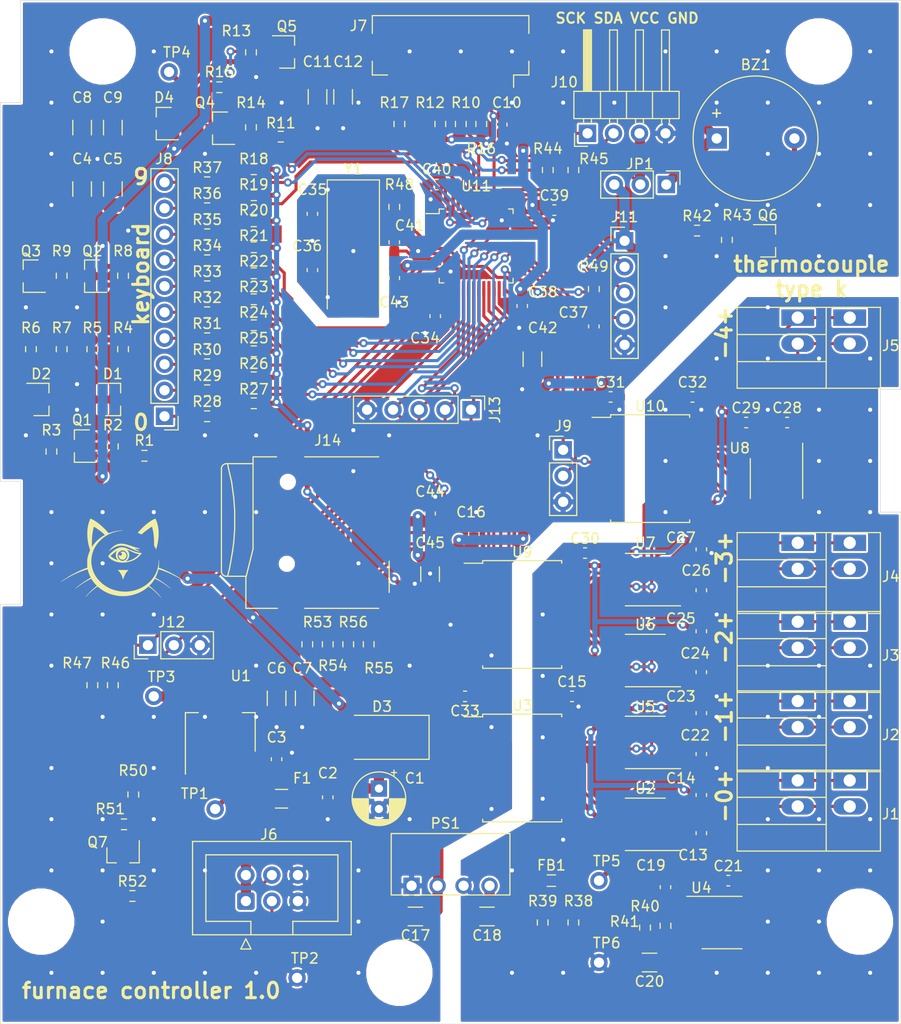
<source format=kicad_pcb>
(kicad_pcb (version 20171130) (host pcbnew 5.1.10-88a1d61d58~90~ubuntu20.04.1)
  (layers (0 F.Cu signal) (31 B.Cu signal) (34 B.Paste user) (35 F.Paste user) (36 B.SilkS user) (37 F.SilkS user) (38 B.Mask user) (39 F.Mask user) (44 Edge.Cuts user))
  (net 0 "")
  (net 1 "Net-(BZ1-Pad2)")
  (net 2 +5V)
  (net 3 GND)
  (net 4 "Net-(C4-Pad2)")
  (net 5 "Net-(C4-Pad1)")
  (net 6 +3V3)
  (net 7 +10V)
  (net 8 "Net-(C11-Pad1)")
  (net 9 "Net-(C12-Pad1)")
  (net 10 /TC-0)
  (net 11 /TC+0)
  (net 12 GND1)
  (net 13 /ISOLATED_TEMP_SENSOR/+3V3_ISO)
  (net 14 "Net-(C18-Pad1)")
  (net 15 "Net-(C20-Pad1)")
  (net 16 /TC-1)
  (net 17 /TC+1)
  (net 18 /TC-2)
  (net 19 /TC+2)
  (net 20 /TC-3)
  (net 21 /TC+3)
  (net 22 /TC-4)
  (net 23 /TC+4)
  (net 24 "Net-(C35-Pad1)")
  (net 25 "Net-(C36-Pad1)")
  (net 26 /MCU/NRST)
  (net 27 "Net-(D1-Pad3)")
  (net 28 "Net-(D1-Pad2)")
  (net 29 "Net-(D1-Pad1)")
  (net 30 "Net-(D2-Pad2)")
  (net 31 "Net-(D2-Pad1)")
  (net 32 /POWER_3V3_10V/+5V_IN)
  (net 33 /MCU/EXT_UART_RX)
  (net 34 /MCU/HEATER_CTRL)
  (net 35 "Net-(J7-Pad24)")
  (net 36 "Net-(J7-Pad21)")
  (net 37 /MCU/DPY_I2C_SDA)
  (net 38 /MCU/DPY_I2C_SCK)
  (net 39 /MCU/~DPY_RST)
  (net 40 "Net-(J7-Pad4)")
  (net 41 "Net-(J7-Pad1)")
  (net 42 "Net-(J8-Pad10)")
  (net 43 "Net-(J8-Pad9)")
  (net 44 "Net-(J8-Pad8)")
  (net 45 "Net-(J8-Pad7)")
  (net 46 "Net-(J8-Pad6)")
  (net 47 "Net-(J8-Pad5)")
  (net 48 "Net-(J8-Pad4)")
  (net 49 "Net-(J8-Pad3)")
  (net 50 "Net-(J8-Pad2)")
  (net 51 "Net-(J8-Pad1)")
  (net 52 /ISOLATED_TEMP_SENSOR/MISO)
  (net 53 /ISOLATED_TEMP_SENSOR/SCK)
  (net 54 "Net-(J10-Pad3)")
  (net 55 /MCU/SWDIO)
  (net 56 /MCU/SWCLK)
  (net 57 /MICRO_SD_CARD/MISO)
  (net 58 /MICRO_SD_CARD/MOSI)
  (net 59 /MICRO_SD_CARD/SCK)
  (net 60 /MICRO_SD_CARD/~CS~)
  (net 61 /MICRO_SD_CARD/CARD_DET)
  (net 62 "Net-(J14-Pad1)")
  (net 63 "Net-(J14-Pad8)")
  (net 64 "Net-(Q1-Pad1)")
  (net 65 "Net-(Q2-Pad1)")
  (net 66 "Net-(Q3-Pad1)")
  (net 67 "Net-(Q4-Pad3)")
  (net 68 "Net-(Q4-Pad1)")
  (net 69 "Net-(Q5-Pad1)")
  (net 70 "Net-(Q6-Pad1)")
  (net 71 "Net-(Q7-Pad3)")
  (net 72 "Net-(Q7-Pad1)")
  (net 73 /MCU/CHARGE_PUMP_CLK)
  (net 74 /MCU/DPY_PWR_EN)
  (net 75 /KEYBOARD_CONNECTOR/KYBD9)
  (net 76 /KEYBOARD_CONNECTOR/KYBD8)
  (net 77 /KEYBOARD_CONNECTOR/KYBD7)
  (net 78 /KEYBOARD_CONNECTOR/KYBD6)
  (net 79 /KEYBOARD_CONNECTOR/KYBD5)
  (net 80 /KEYBOARD_CONNECTOR/KYBD4)
  (net 81 /KEYBOARD_CONNECTOR/KYBD3)
  (net 82 /KEYBOARD_CONNECTOR/KYBD2)
  (net 83 /KEYBOARD_CONNECTOR/KYBD1)
  (net 84 /KEYBOARD_CONNECTOR/KYBD0)
  (net 85 /MCU/BZ_EN)
  (net 86 "Net-(R48-Pad2)")
  (net 87 /ISOLATED_TEMP_SENSOR/ISOLATOR0/OUTB)
  (net 88 /ISOLATED_TEMP_SENSOR/ISOLATOR0/OUTA)
  (net 89 "Net-(U3-Pad11)")
  (net 90 "Net-(U3-Pad6)")
  (net 91 /ISOLATED_TEMP_SENSOR/~CS0)
  (net 92 "Net-(U4-Pad8)")
  (net 93 "Net-(U4-Pad5)")
  (net 94 /ISOLATED_TEMP_SENSOR/ISOLATOR1/OUTA)
  (net 95 /ISOLATED_TEMP_SENSOR/ISOLATOR1/OUTB)
  (net 96 /ISOLATED_TEMP_SENSOR/ISOLATOR2/OUTA)
  (net 97 /ISOLATED_TEMP_SENSOR/ISOLATOR2/OUTB)
  (net 98 "Net-(U9-Pad11)")
  (net 99 "Net-(U9-Pad6)")
  (net 100 /ISOLATED_TEMP_SENSOR/ISOLATOR1/OUTC)
  (net 101 /ISOLATED_TEMP_SENSOR/~CS2)
  (net 102 /ISOLATED_TEMP_SENSOR/~CS1)
  (net 103 "Net-(U10-Pad11)")
  (net 104 "Net-(U10-Pad6)")
  (net 105 /ISOLATED_TEMP_SENSOR/~CS4)
  (net 106 /ISOLATED_TEMP_SENSOR/~CS3)
  (net 107 "Net-(U11-Pad4)")
  (net 108 "Net-(U11-Pad3)")
  (net 109 "Net-(U11-Pad2)")
  (net 110 "Net-(U11-Pad1)")
  (net 111 "Net-(C19-Pad1)")
  (net 112 /ISOLATED_TEMP_SENSOR/ISOLATOR2/INC)
  (net 113 /ISOLATED_TEMP_SENSOR/ISOLATOR0/OUTC)
  (net 114 /MCU/UART2_RX)
  (net 115 /MCU/UART2_TX)
  (module furnace_controller:hole_D3.5mm (layer F.Cu) (at 80 5)
    (fp_text reference H5 hide)
    (fp_text value MountingHole hide)
    (pad "" np_thru_hole circle (at 0 0) (size 3.5 3.5) (drill 3.5) (layers *.Cu *.Mask) (clearance 1.5))
  )
  (module furnace_controller:hole_D3.5mm (layer F.Cu) (at 10 5)
    (fp_text reference H4 hide)
    (fp_text value MountingHole hide)
    (pad "" np_thru_hole circle (at 0 0) (size 3.5 3.5) (drill 3.5) (layers *.Cu *.Mask) (clearance 1.5))
  )
  (module furnace_controller:DG141R-2.54-02P (layer F.Cu) (at 83 68.46 270)
    (fp_text reference J2 (at 3.302 -4 180) (layer F.SilkS))
    (fp_text value DG141R-2.54-02P)
    (pad 2 thru_hole oval (at 2.54 5.08 270) (size 1.6 3.2) (drill 1.2) (layers *.Cu *.Mask) (net 16 /TC-1))
    (pad 2 thru_hole oval (at 2.54 0 270) (size 1.6 3.2) (drill 1.2) (layers *.Cu *.Mask) (net 16 /TC-1))
    (pad 1 thru_hole rect (at 0 5.08 270) (size 1.6 3.2) (drill 1.2) (layers *.Cu *.Mask) (net 17 /TC+1))
    (pad 1 thru_hole rect (at 0 0 270) (size 1.6 3.2) (drill 1.2) (layers *.Cu *.Mask) (net 17 /TC+1))
  )
  (module Connector_PinHeader_2.54mm:PinHeader_1x10_P2.54mm_Vertical (layer F.Cu) (at 16.05 40.64 180)
    (fp_text reference J8 (at 0.05 25.14) (layer F.SilkS))
    (fp_text value PLS-10R)
    (pad 10 thru_hole oval (at 0 22.86 180) (size 1.7 1.7) (drill 1) (layers *.Cu *.Mask) (net 42 "Net-(J8-Pad10)"))
    (pad 9 thru_hole oval (at 0 20.32 180) (size 1.7 1.7) (drill 1) (layers *.Cu *.Mask) (net 43 "Net-(J8-Pad9)"))
    (pad 8 thru_hole oval (at 0 17.78 180) (size 1.7 1.7) (drill 1) (layers *.Cu *.Mask) (net 44 "Net-(J8-Pad8)"))
    (pad 7 thru_hole oval (at 0 15.24 180) (size 1.7 1.7) (drill 1) (layers *.Cu *.Mask) (net 45 "Net-(J8-Pad7)"))
    (pad 6 thru_hole oval (at 0 12.7 180) (size 1.7 1.7) (drill 1) (layers *.Cu *.Mask) (net 46 "Net-(J8-Pad6)"))
    (pad 5 thru_hole oval (at 0 10.16 180) (size 1.7 1.7) (drill 1) (layers *.Cu *.Mask) (net 47 "Net-(J8-Pad5)"))
    (pad 4 thru_hole oval (at 0 7.62 180) (size 1.7 1.7) (drill 1) (layers *.Cu *.Mask) (net 48 "Net-(J8-Pad4)"))
    (pad 3 thru_hole oval (at 0 5.08 180) (size 1.7 1.7) (drill 1) (layers *.Cu *.Mask) (net 49 "Net-(J8-Pad3)"))
    (pad 2 thru_hole oval (at 0 2.54 180) (size 1.7 1.7) (drill 1) (layers *.Cu *.Mask) (net 50 "Net-(J8-Pad2)"))
    (pad 1 thru_hole rect (at 0 0 180) (size 1.7 1.7) (drill 1) (layers *.Cu *.Mask) (net 51 "Net-(J8-Pad1)"))
  )
  (module Inductor_SMD:L_0805_2012Metric_Pad1.05x1.20mm_HandSolder (layer F.Cu) (at 53.85 86 180)
    (fp_text reference FB1 (at 0 1.5) (layer F.SilkS))
    (fp_text value Ferrite_Bead)
    (pad 2 smd roundrect (at 1.15 0 180) (size 1.05 1.2) (layers F.Cu F.Paste F.Mask) (roundrect_rratio 0.238095) (net 14 "Net-(C18-Pad1)"))
    (pad 1 smd roundrect (at -1.15 0 180) (size 1.05 1.2) (layers F.Cu F.Paste F.Mask) (roundrect_rratio 0.238095) (net 111 "Net-(C19-Pad1)"))
  )
  (module furnace_controller:hole_D3.5mm (layer F.Cu) (at 84 90)
    (fp_text reference H3 hide)
    (fp_text value MountingHole hide)
    (pad "" np_thru_hole circle (at 0 0) (size 3.5 3.5) (drill 3.5) (layers *.Cu *.Mask) (clearance 1.5))
  )
  (module furnace_controller:hole_D3.5mm (layer F.Cu) (at 39 95)
    (fp_text reference H2 hide)
    (fp_text value MountingHole hide)
    (pad "" np_thru_hole circle (at 0 0) (size 3.5 3.5) (drill 3.5) (layers *.Cu *.Mask) (clearance 1.5))
  )
  (module furnace_controller:hole_D3.5mm (layer F.Cu) (at 4 90)
    (fp_text reference H1 hide)
    (fp_text value MountingHole hide)
    (pad "" np_thru_hole circle (at 0 0) (size 3.5 3.5) (drill 3.5) (layers *.Cu *.Mask) (clearance 1.5))
  )
  (module furnace_controller:Hirose_FH12-24S-0.5SH_1x24-1MP_P0.50mm_Horizontal (layer F.Cu) (at 44 6 180)
    (fp_text reference J7 (at 9 3.5) (layer F.SilkS))
    (fp_text value "FPC-24P 0.5mm")
    (pad 24 smd rect (at 5.75 -1.85 180) (size 0.3 1.3) (layers F.Cu F.Paste F.Mask) (net 35 "Net-(J7-Pad24)"))
    (pad 23 smd rect (at 5.25 -1.85 180) (size 0.3 1.3) (layers F.Cu F.Paste F.Mask) (net 8 "Net-(C11-Pad1)"))
    (pad 22 smd rect (at 4.75 -1.85 180) (size 0.3 1.3) (layers F.Cu F.Paste F.Mask) (net 9 "Net-(C12-Pad1)"))
    (pad 21 smd rect (at 4.25 -1.85 180) (size 0.3 1.3) (layers F.Cu F.Paste F.Mask) (net 36 "Net-(J7-Pad21)"))
    (pad 20 smd rect (at 3.75 -1.85 180) (size 0.3 1.3) (layers F.Cu F.Paste F.Mask) (net 3 GND))
    (pad 19 smd rect (at 3.25 -1.85 180) (size 0.3 1.3) (layers F.Cu F.Paste F.Mask) (net 3 GND))
    (pad 18 smd rect (at 2.75 -1.85 180) (size 0.3 1.3) (layers F.Cu F.Paste F.Mask) (net 3 GND))
    (pad 17 smd rect (at 2.25 -1.85 180) (size 0.3 1.3) (layers F.Cu F.Paste F.Mask) (net 3 GND))
    (pad 16 smd rect (at 1.75 -1.85 180) (size 0.3 1.3) (layers F.Cu F.Paste F.Mask) (net 3 GND))
    (pad 15 smd rect (at 1.25 -1.85 180) (size 0.3 1.3) (layers F.Cu F.Paste F.Mask) (net 37 /MCU/DPY_I2C_SDA))
    (pad 14 smd rect (at 0.75 -1.85 180) (size 0.3 1.3) (layers F.Cu F.Paste F.Mask) (net 37 /MCU/DPY_I2C_SDA))
    (pad 13 smd rect (at 0.25 -1.85 180) (size 0.3 1.3) (layers F.Cu F.Paste F.Mask) (net 38 /MCU/DPY_I2C_SCK))
    (pad 12 smd rect (at -0.25 -1.85 180) (size 0.3 1.3) (layers F.Cu F.Paste F.Mask) (net 3 GND))
    (pad 11 smd rect (at -0.75 -1.85 180) (size 0.3 1.3) (layers F.Cu F.Paste F.Mask) (net 3 GND))
    (pad 10 smd rect (at -1.25 -1.85 180) (size 0.3 1.3) (layers F.Cu F.Paste F.Mask) (net 3 GND))
    (pad 9 smd rect (at -1.75 -1.85 180) (size 0.3 1.3) (layers F.Cu F.Paste F.Mask) (net 39 /MCU/~DPY_RST))
    (pad 8 smd rect (at -2.25 -1.85 180) (size 0.3 1.3) (layers F.Cu F.Paste F.Mask) (net 3 GND))
    (pad 7 smd rect (at -2.75 -1.85 180) (size 0.3 1.3) (layers F.Cu F.Paste F.Mask) (net 3 GND))
    (pad 6 smd rect (at -3.25 -1.85 180) (size 0.3 1.3) (layers F.Cu F.Paste F.Mask) (net 6 +3V3))
    (pad 5 smd rect (at -3.75 -1.85 180) (size 0.3 1.3) (layers F.Cu F.Paste F.Mask) (net 6 +3V3))
    (pad 4 smd rect (at -4.25 -1.85 180) (size 0.3 1.3) (layers F.Cu F.Paste F.Mask) (net 40 "Net-(J7-Pad4)"))
    (pad 3 smd rect (at -4.75 -1.85 180) (size 0.3 1.3) (layers F.Cu F.Paste F.Mask) (net 3 GND))
    (pad 2 smd rect (at -5.25 -1.85 180) (size 0.3 1.3) (layers F.Cu F.Paste F.Mask) (net 3 GND))
    (pad 1 smd rect (at -5.75 -1.85 180) (size 0.3 1.3) (layers F.Cu F.Paste F.Mask) (net 41 "Net-(J7-Pad1)"))
    (pad MP smd rect (at -7.65 1.4 180) (size 1.8 2.2) (layers F.Cu F.Paste F.Mask))
    (pad MP smd rect (at 7.65 1.4 180) (size 1.8 2.2) (layers F.Cu F.Paste F.Mask))
  )
  (module Crystal:Crystal_SMD_HC49-SD (layer F.Cu) (at 34.5 24.25 270)
    (fp_text reference Y1 (at -7.75 0 180) (layer F.SilkS))
    (fp_text value 8MHz)
    (pad 2 smd rect (at 4.25 0 270) (size 4.5 2) (layers F.Cu F.Paste F.Mask) (net 25 "Net-(C36-Pad1)"))
    (pad 1 smd rect (at -4.25 0 270) (size 4.5 2) (layers F.Cu F.Paste F.Mask) (net 24 "Net-(C35-Pad1)"))
  )
  (module Package_QFP:LQFP-48_7x7mm_P0.5mm (layer F.Cu) (at 46.5 24)
    (fp_text reference U11 (at 0 -5.85) (layer F.SilkS))
    (fp_text value STM32F103C6Tx)
    (pad 48 smd roundrect (at -2.75 -4.1625) (size 0.3 1.475) (layers F.Cu F.Paste F.Mask) (net 6 +3V3))
    (pad 47 smd roundrect (at -2.25 -4.1625) (size 0.3 1.475) (layers F.Cu F.Paste F.Mask) (net 3 GND))
    (pad 46 smd roundrect (at -1.75 -4.1625) (size 0.3 1.475) (layers F.Cu F.Paste F.Mask) (net 77 /KEYBOARD_CONNECTOR/KYBD7))
    (pad 45 smd roundrect (at -1.25 -4.1625) (size 0.3 1.475) (layers F.Cu F.Paste F.Mask) (net 74 /MCU/DPY_PWR_EN))
    (pad 44 smd roundrect (at -0.75 -4.1625) (size 0.3 1.475) (layers F.Cu F.Paste F.Mask) (net 3 GND))
    (pad 43 smd roundrect (at -0.25 -4.1625) (size 0.3 1.475) (layers F.Cu F.Paste F.Mask) (net 37 /MCU/DPY_I2C_SDA))
    (pad 42 smd roundrect (at 0.25 -4.1625) (size 0.3 1.475) (layers F.Cu F.Paste F.Mask) (net 38 /MCU/DPY_I2C_SCK))
    (pad 41 smd roundrect (at 0.75 -4.1625) (size 0.3 1.475) (layers F.Cu F.Paste F.Mask) (net 76 /KEYBOARD_CONNECTOR/KYBD8))
    (pad 40 smd roundrect (at 1.25 -4.1625) (size 0.3 1.475) (layers F.Cu F.Paste F.Mask) (net 75 /KEYBOARD_CONNECTOR/KYBD9))
    (pad 39 smd roundrect (at 1.75 -4.1625) (size 0.3 1.475) (layers F.Cu F.Paste F.Mask) (net 39 /MCU/~DPY_RST))
    (pad 38 smd roundrect (at 2.25 -4.1625) (size 0.3 1.475) (layers F.Cu F.Paste F.Mask) (net 85 /MCU/BZ_EN))
    (pad 37 smd roundrect (at 2.75 -4.1625) (size 0.3 1.475) (layers F.Cu F.Paste F.Mask) (net 56 /MCU/SWCLK))
    (pad 36 smd roundrect (at 4.1625 -2.75) (size 1.475 0.3) (layers F.Cu F.Paste F.Mask) (net 6 +3V3))
    (pad 35 smd roundrect (at 4.1625 -2.25) (size 1.475 0.3) (layers F.Cu F.Paste F.Mask) (net 3 GND))
    (pad 34 smd roundrect (at 4.1625 -1.75) (size 1.475 0.3) (layers F.Cu F.Paste F.Mask) (net 55 /MCU/SWDIO))
    (pad 33 smd roundrect (at 4.1625 -1.25) (size 1.475 0.3) (layers F.Cu F.Paste F.Mask) (net 79 /KEYBOARD_CONNECTOR/KYBD5))
    (pad 32 smd roundrect (at 4.1625 -0.75) (size 1.475 0.3) (layers F.Cu F.Paste F.Mask) (net 80 /KEYBOARD_CONNECTOR/KYBD4))
    (pad 31 smd roundrect (at 4.1625 -0.25) (size 1.475 0.3) (layers F.Cu F.Paste F.Mask) (net 81 /KEYBOARD_CONNECTOR/KYBD3))
    (pad 30 smd roundrect (at 4.1625 0.25) (size 1.475 0.3) (layers F.Cu F.Paste F.Mask) (net 82 /KEYBOARD_CONNECTOR/KYBD2))
    (pad 29 smd roundrect (at 4.1625 0.75) (size 1.475 0.3) (layers F.Cu F.Paste F.Mask) (net 83 /KEYBOARD_CONNECTOR/KYBD1))
    (pad 28 smd roundrect (at 4.1625 1.25) (size 1.475 0.3) (layers F.Cu F.Paste F.Mask) (net 105 /ISOLATED_TEMP_SENSOR/~CS4))
    (pad 27 smd roundrect (at 4.1625 1.75) (size 1.475 0.3) (layers F.Cu F.Paste F.Mask) (net 52 /ISOLATED_TEMP_SENSOR/MISO))
    (pad 26 smd roundrect (at 4.1625 2.25) (size 1.475 0.3) (layers F.Cu F.Paste F.Mask) (net 53 /ISOLATED_TEMP_SENSOR/SCK))
    (pad 25 smd roundrect (at 4.1625 2.75) (size 1.475 0.3) (layers F.Cu F.Paste F.Mask) (net 84 /KEYBOARD_CONNECTOR/KYBD0))
    (pad 24 smd roundrect (at 2.75 4.1625) (size 0.3 1.475) (layers F.Cu F.Paste F.Mask) (net 6 +3V3))
    (pad 23 smd roundrect (at 2.25 4.1625) (size 0.3 1.475) (layers F.Cu F.Paste F.Mask) (net 3 GND))
    (pad 22 smd roundrect (at 1.75 4.1625) (size 0.3 1.475) (layers F.Cu F.Paste F.Mask) (net 102 /ISOLATED_TEMP_SENSOR/~CS1))
    (pad 21 smd roundrect (at 1.25 4.1625) (size 0.3 1.475) (layers F.Cu F.Paste F.Mask) (net 91 /ISOLATED_TEMP_SENSOR/~CS0))
    (pad 20 smd roundrect (at 0.75 4.1625) (size 0.3 1.475) (layers F.Cu F.Paste F.Mask) (net 106 /ISOLATED_TEMP_SENSOR/~CS3))
    (pad 19 smd roundrect (at 0.25 4.1625) (size 0.3 1.475) (layers F.Cu F.Paste F.Mask) (net 101 /ISOLATED_TEMP_SENSOR/~CS2))
    (pad 18 smd roundrect (at -0.25 4.1625) (size 0.3 1.475) (layers F.Cu F.Paste F.Mask) (net 60 /MICRO_SD_CARD/~CS~))
    (pad 17 smd roundrect (at -0.75 4.1625) (size 0.3 1.475) (layers F.Cu F.Paste F.Mask) (net 58 /MICRO_SD_CARD/MOSI))
    (pad 16 smd roundrect (at -1.25 4.1625) (size 0.3 1.475) (layers F.Cu F.Paste F.Mask) (net 57 /MICRO_SD_CARD/MISO))
    (pad 15 smd roundrect (at -1.75 4.1625) (size 0.3 1.475) (layers F.Cu F.Paste F.Mask) (net 59 /MICRO_SD_CARD/SCK))
    (pad 14 smd roundrect (at -2.25 4.1625) (size 0.3 1.475) (layers F.Cu F.Paste F.Mask) (net 61 /MICRO_SD_CARD/CARD_DET))
    (pad 13 smd roundrect (at -2.75 4.1625) (size 0.3 1.475) (layers F.Cu F.Paste F.Mask) (net 114 /MCU/UART2_RX))
    (pad 12 smd roundrect (at -4.1625 2.75) (size 1.475 0.3) (layers F.Cu F.Paste F.Mask) (net 115 /MCU/UART2_TX))
    (pad 11 smd roundrect (at -4.1625 2.25) (size 1.475 0.3) (layers F.Cu F.Paste F.Mask) (net 73 /MCU/CHARGE_PUMP_CLK))
    (pad 10 smd roundrect (at -4.1625 1.75) (size 1.475 0.3) (layers F.Cu F.Paste F.Mask) (net 78 /KEYBOARD_CONNECTOR/KYBD6))
    (pad 9 smd roundrect (at -4.1625 1.25) (size 1.475 0.3) (layers F.Cu F.Paste F.Mask) (net 6 +3V3))
    (pad 8 smd roundrect (at -4.1625 0.75) (size 1.475 0.3) (layers F.Cu F.Paste F.Mask) (net 3 GND))
    (pad 7 smd roundrect (at -4.1625 0.25) (size 1.475 0.3) (layers F.Cu F.Paste F.Mask) (net 26 /MCU/NRST))
    (pad 6 smd roundrect (at -4.1625 -0.25) (size 1.475 0.3) (layers F.Cu F.Paste F.Mask) (net 86 "Net-(R48-Pad2)"))
    (pad 5 smd roundrect (at -4.1625 -0.75) (size 1.475 0.3) (layers F.Cu F.Paste F.Mask) (net 24 "Net-(C35-Pad1)"))
    (pad 4 smd roundrect (at -4.1625 -1.25) (size 1.475 0.3) (layers F.Cu F.Paste F.Mask) (net 107 "Net-(U11-Pad4)"))
    (pad 3 smd roundrect (at -4.1625 -1.75) (size 1.475 0.3) (layers F.Cu F.Paste F.Mask) (net 108 "Net-(U11-Pad3)"))
    (pad 2 smd roundrect (at -4.1625 -2.25) (size 1.475 0.3) (layers F.Cu F.Paste F.Mask) (net 109 "Net-(U11-Pad2)"))
    (pad 1 smd roundrect (at -4.1625 -2.75) (size 1.475 0.3) (layers F.Cu F.Paste F.Mask) (net 110 "Net-(U11-Pad1)"))
  )
  (module Package_SO:SOIC-16W_7.5x10.3mm_P1.27mm (layer F.Cu) (at 63.5 45.75)
    (fp_text reference U10 (at 0 -6.1) (layer F.SilkS))
    (fp_text value ADuM1301)
    (pad 16 smd roundrect (at 4.65 -4.445) (size 2.05 0.6) (layers F.Cu F.Paste F.Mask) (net 13 /ISOLATED_TEMP_SENSOR/+3V3_ISO))
    (pad 15 smd roundrect (at 4.65 -3.175) (size 2.05 0.6) (layers F.Cu F.Paste F.Mask) (net 12 GND1))
    (pad 14 smd roundrect (at 4.65 -1.905) (size 2.05 0.6) (layers F.Cu F.Paste F.Mask) (net 96 /ISOLATED_TEMP_SENSOR/ISOLATOR2/OUTA))
    (pad 13 smd roundrect (at 4.65 -0.635) (size 2.05 0.6) (layers F.Cu F.Paste F.Mask) (net 97 /ISOLATED_TEMP_SENSOR/ISOLATOR2/OUTB))
    (pad 12 smd roundrect (at 4.65 0.635) (size 2.05 0.6) (layers F.Cu F.Paste F.Mask) (net 112 /ISOLATED_TEMP_SENSOR/ISOLATOR2/INC))
    (pad 11 smd roundrect (at 4.65 1.905) (size 2.05 0.6) (layers F.Cu F.Paste F.Mask) (net 103 "Net-(U10-Pad11)"))
    (pad 10 smd roundrect (at 4.65 3.175) (size 2.05 0.6) (layers F.Cu F.Paste F.Mask) (net 13 /ISOLATED_TEMP_SENSOR/+3V3_ISO))
    (pad 9 smd roundrect (at 4.65 4.445) (size 2.05 0.6) (layers F.Cu F.Paste F.Mask) (net 12 GND1))
    (pad 8 smd roundrect (at -4.65 4.445) (size 2.05 0.6) (layers F.Cu F.Paste F.Mask) (net 3 GND))
    (pad 7 smd roundrect (at -4.65 3.175) (size 2.05 0.6) (layers F.Cu F.Paste F.Mask) (net 6 +3V3))
    (pad 6 smd roundrect (at -4.65 1.905) (size 2.05 0.6) (layers F.Cu F.Paste F.Mask) (net 104 "Net-(U10-Pad6)"))
    (pad 5 smd roundrect (at -4.65 0.635) (size 2.05 0.6) (layers F.Cu F.Paste F.Mask) (net 52 /ISOLATED_TEMP_SENSOR/MISO))
    (pad 4 smd roundrect (at -4.65 -0.635) (size 2.05 0.6) (layers F.Cu F.Paste F.Mask) (net 53 /ISOLATED_TEMP_SENSOR/SCK))
    (pad 3 smd roundrect (at -4.65 -1.905) (size 2.05 0.6) (layers F.Cu F.Paste F.Mask) (net 105 /ISOLATED_TEMP_SENSOR/~CS4))
    (pad 2 smd roundrect (at -4.65 -3.175) (size 2.05 0.6) (layers F.Cu F.Paste F.Mask) (net 3 GND))
    (pad 1 smd roundrect (at -4.65 -4.445) (size 2.05 0.6) (layers F.Cu F.Paste F.Mask) (net 6 +3V3))
  )
  (module Package_SO:SOIC-16W_7.5x10.3mm_P1.27mm (layer F.Cu) (at 51 60)
    (fp_text reference U9 (at 0 -6.1) (layer F.SilkS))
    (fp_text value ADuM1301)
    (pad 16 smd roundrect (at 4.65 -4.445) (size 2.05 0.6) (layers F.Cu F.Paste F.Mask) (net 13 /ISOLATED_TEMP_SENSOR/+3V3_ISO))
    (pad 15 smd roundrect (at 4.65 -3.175) (size 2.05 0.6) (layers F.Cu F.Paste F.Mask) (net 12 GND1))
    (pad 14 smd roundrect (at 4.65 -1.905) (size 2.05 0.6) (layers F.Cu F.Paste F.Mask) (net 94 /ISOLATED_TEMP_SENSOR/ISOLATOR1/OUTA))
    (pad 13 smd roundrect (at 4.65 -0.635) (size 2.05 0.6) (layers F.Cu F.Paste F.Mask) (net 95 /ISOLATED_TEMP_SENSOR/ISOLATOR1/OUTB))
    (pad 12 smd roundrect (at 4.65 0.635) (size 2.05 0.6) (layers F.Cu F.Paste F.Mask) (net 12 GND1))
    (pad 11 smd roundrect (at 4.65 1.905) (size 2.05 0.6) (layers F.Cu F.Paste F.Mask) (net 98 "Net-(U9-Pad11)"))
    (pad 10 smd roundrect (at 4.65 3.175) (size 2.05 0.6) (layers F.Cu F.Paste F.Mask) (net 13 /ISOLATED_TEMP_SENSOR/+3V3_ISO))
    (pad 9 smd roundrect (at 4.65 4.445) (size 2.05 0.6) (layers F.Cu F.Paste F.Mask) (net 12 GND1))
    (pad 8 smd roundrect (at -4.65 4.445) (size 2.05 0.6) (layers F.Cu F.Paste F.Mask) (net 3 GND))
    (pad 7 smd roundrect (at -4.65 3.175) (size 2.05 0.6) (layers F.Cu F.Paste F.Mask) (net 6 +3V3))
    (pad 6 smd roundrect (at -4.65 1.905) (size 2.05 0.6) (layers F.Cu F.Paste F.Mask) (net 99 "Net-(U9-Pad6)"))
    (pad 5 smd roundrect (at -4.65 0.635) (size 2.05 0.6) (layers F.Cu F.Paste F.Mask) (net 100 /ISOLATED_TEMP_SENSOR/ISOLATOR1/OUTC))
    (pad 4 smd roundrect (at -4.65 -0.635) (size 2.05 0.6) (layers F.Cu F.Paste F.Mask) (net 106 /ISOLATED_TEMP_SENSOR/~CS3))
    (pad 3 smd roundrect (at -4.65 -1.905) (size 2.05 0.6) (layers F.Cu F.Paste F.Mask) (net 101 /ISOLATED_TEMP_SENSOR/~CS2))
    (pad 2 smd roundrect (at -4.65 -3.175) (size 2.05 0.6) (layers F.Cu F.Paste F.Mask) (net 3 GND))
    (pad 1 smd roundrect (at -4.65 -4.445) (size 2.05 0.6) (layers F.Cu F.Paste F.Mask) (net 6 +3V3))
  )
  (module Package_SO:SOIC-8_3.9x4.9mm_P1.27mm (layer F.Cu) (at 75.845 46.725 270)
    (fp_text reference U8 (at -2.975 3.595 180) (layer F.SilkS))
    (fp_text value MAX31855EASA)
    (pad 8 smd roundrect (at 2.475 -1.905 270) (size 1.95 0.6) (layers F.Cu F.Paste F.Mask))
    (pad 7 smd roundrect (at 2.475 -0.635 270) (size 1.95 0.6) (layers F.Cu F.Paste F.Mask) (net 112 /ISOLATED_TEMP_SENSOR/ISOLATOR2/INC))
    (pad 6 smd roundrect (at 2.475 0.635 270) (size 1.95 0.6) (layers F.Cu F.Paste F.Mask) (net 96 /ISOLATED_TEMP_SENSOR/ISOLATOR2/OUTA))
    (pad 5 smd roundrect (at 2.475 1.905 270) (size 1.95 0.6) (layers F.Cu F.Paste F.Mask) (net 97 /ISOLATED_TEMP_SENSOR/ISOLATOR2/OUTB))
    (pad 4 smd roundrect (at -2.475 1.905 270) (size 1.95 0.6) (layers F.Cu F.Paste F.Mask) (net 13 /ISOLATED_TEMP_SENSOR/+3V3_ISO))
    (pad 3 smd roundrect (at -2.475 0.635 270) (size 1.95 0.6) (layers F.Cu F.Paste F.Mask) (net 23 /TC+4))
    (pad 2 smd roundrect (at -2.475 -0.635 270) (size 1.95 0.6) (layers F.Cu F.Paste F.Mask) (net 22 /TC-4))
    (pad 1 smd roundrect (at -2.475 -1.905 270) (size 1.95 0.6) (layers F.Cu F.Paste F.Mask) (net 12 GND1))
  )
  (module Package_SO:SOIC-8_3.9x4.9mm_P1.27mm (layer F.Cu) (at 63.025 56.595 180)
    (fp_text reference U7 (at 0 3.595) (layer F.SilkS))
    (fp_text value MAX31855EASA)
    (pad 8 smd roundrect (at 2.475 -1.905 180) (size 1.95 0.6) (layers F.Cu F.Paste F.Mask))
    (pad 7 smd roundrect (at 2.475 -0.635 180) (size 1.95 0.6) (layers F.Cu F.Paste F.Mask) (net 112 /ISOLATED_TEMP_SENSOR/ISOLATOR2/INC))
    (pad 6 smd roundrect (at 2.475 0.635 180) (size 1.95 0.6) (layers F.Cu F.Paste F.Mask) (net 94 /ISOLATED_TEMP_SENSOR/ISOLATOR1/OUTA))
    (pad 5 smd roundrect (at 2.475 1.905 180) (size 1.95 0.6) (layers F.Cu F.Paste F.Mask) (net 97 /ISOLATED_TEMP_SENSOR/ISOLATOR2/OUTB))
    (pad 4 smd roundrect (at -2.475 1.905 180) (size 1.95 0.6) (layers F.Cu F.Paste F.Mask) (net 13 /ISOLATED_TEMP_SENSOR/+3V3_ISO))
    (pad 3 smd roundrect (at -2.475 0.635 180) (size 1.95 0.6) (layers F.Cu F.Paste F.Mask) (net 21 /TC+3))
    (pad 2 smd roundrect (at -2.475 -0.635 180) (size 1.95 0.6) (layers F.Cu F.Paste F.Mask) (net 20 /TC-3))
    (pad 1 smd roundrect (at -2.475 -1.905 180) (size 1.95 0.6) (layers F.Cu F.Paste F.Mask) (net 12 GND1))
  )
  (module Package_SO:SOIC-8_3.9x4.9mm_P1.27mm (layer F.Cu) (at 63.025 64.5 180)
    (fp_text reference U6 (at 0 3.5) (layer F.SilkS))
    (fp_text value MAX31855EASA)
    (pad 8 smd roundrect (at 2.475 -1.905 180) (size 1.95 0.6) (layers F.Cu F.Paste F.Mask))
    (pad 7 smd roundrect (at 2.475 -0.635 180) (size 1.95 0.6) (layers F.Cu F.Paste F.Mask) (net 112 /ISOLATED_TEMP_SENSOR/ISOLATOR2/INC))
    (pad 6 smd roundrect (at 2.475 0.635 180) (size 1.95 0.6) (layers F.Cu F.Paste F.Mask) (net 95 /ISOLATED_TEMP_SENSOR/ISOLATOR1/OUTB))
    (pad 5 smd roundrect (at 2.475 1.905 180) (size 1.95 0.6) (layers F.Cu F.Paste F.Mask) (net 97 /ISOLATED_TEMP_SENSOR/ISOLATOR2/OUTB))
    (pad 4 smd roundrect (at -2.475 1.905 180) (size 1.95 0.6) (layers F.Cu F.Paste F.Mask) (net 13 /ISOLATED_TEMP_SENSOR/+3V3_ISO))
    (pad 3 smd roundrect (at -2.475 0.635 180) (size 1.95 0.6) (layers F.Cu F.Paste F.Mask) (net 19 /TC+2))
    (pad 2 smd roundrect (at -2.475 -0.635 180) (size 1.95 0.6) (layers F.Cu F.Paste F.Mask) (net 18 /TC-2))
    (pad 1 smd roundrect (at -2.475 -1.905 180) (size 1.95 0.6) (layers F.Cu F.Paste F.Mask) (net 12 GND1))
  )
  (module Package_SO:SOIC-8_3.9x4.9mm_P1.27mm (layer F.Cu) (at 63.025 72.5 180)
    (fp_text reference U5 (at 0.025 3.5) (layer F.SilkS))
    (fp_text value MAX31855EASA)
    (pad 8 smd roundrect (at 2.475 -1.905 180) (size 1.95 0.6) (layers F.Cu F.Paste F.Mask))
    (pad 7 smd roundrect (at 2.475 -0.635 180) (size 1.95 0.6) (layers F.Cu F.Paste F.Mask) (net 112 /ISOLATED_TEMP_SENSOR/ISOLATOR2/INC))
    (pad 6 smd roundrect (at 2.475 0.635 180) (size 1.95 0.6) (layers F.Cu F.Paste F.Mask) (net 88 /ISOLATED_TEMP_SENSOR/ISOLATOR0/OUTA))
    (pad 5 smd roundrect (at 2.475 1.905 180) (size 1.95 0.6) (layers F.Cu F.Paste F.Mask) (net 97 /ISOLATED_TEMP_SENSOR/ISOLATOR2/OUTB))
    (pad 4 smd roundrect (at -2.475 1.905 180) (size 1.95 0.6) (layers F.Cu F.Paste F.Mask) (net 13 /ISOLATED_TEMP_SENSOR/+3V3_ISO))
    (pad 3 smd roundrect (at -2.475 0.635 180) (size 1.95 0.6) (layers F.Cu F.Paste F.Mask) (net 17 /TC+1))
    (pad 2 smd roundrect (at -2.475 -0.635 180) (size 1.95 0.6) (layers F.Cu F.Paste F.Mask) (net 16 /TC-1))
    (pad 1 smd roundrect (at -2.475 -1.905 180) (size 1.95 0.6) (layers F.Cu F.Paste F.Mask) (net 12 GND1))
  )
  (module Package_SO:SOIC-8_3.9x4.9mm_P1.27mm (layer F.Cu) (at 70.525 90.095)
    (fp_text reference U4 (at -2.025 -3.4) (layer F.SilkS))
    (fp_text value LM317L_SO8)
    (pad 8 smd roundrect (at 2.475 -1.905) (size 1.95 0.6) (layers F.Cu F.Paste F.Mask) (net 92 "Net-(U4-Pad8)"))
    (pad 7 smd roundrect (at 2.475 -0.635) (size 1.95 0.6) (layers F.Cu F.Paste F.Mask) (net 13 /ISOLATED_TEMP_SENSOR/+3V3_ISO))
    (pad 6 smd roundrect (at 2.475 0.635) (size 1.95 0.6) (layers F.Cu F.Paste F.Mask) (net 13 /ISOLATED_TEMP_SENSOR/+3V3_ISO))
    (pad 5 smd roundrect (at 2.475 1.905) (size 1.95 0.6) (layers F.Cu F.Paste F.Mask) (net 93 "Net-(U4-Pad5)"))
    (pad 4 smd roundrect (at -2.475 1.905) (size 1.95 0.6) (layers F.Cu F.Paste F.Mask) (net 15 "Net-(C20-Pad1)"))
    (pad 3 smd roundrect (at -2.475 0.635) (size 1.95 0.6) (layers F.Cu F.Paste F.Mask) (net 13 /ISOLATED_TEMP_SENSOR/+3V3_ISO))
    (pad 2 smd roundrect (at -2.475 -0.635) (size 1.95 0.6) (layers F.Cu F.Paste F.Mask) (net 13 /ISOLATED_TEMP_SENSOR/+3V3_ISO))
    (pad 1 smd roundrect (at -2.475 -1.905) (size 1.95 0.6) (layers F.Cu F.Paste F.Mask) (net 111 "Net-(C19-Pad1)"))
  )
  (module Package_SO:SOIC-16W_7.5x10.3mm_P1.27mm (layer F.Cu) (at 51 75)
    (fp_text reference U3 (at 0 -6.1) (layer F.SilkS))
    (fp_text value ADuM1301)
    (pad 16 smd roundrect (at 4.65 -4.445) (size 2.05 0.6) (layers F.Cu F.Paste F.Mask) (net 13 /ISOLATED_TEMP_SENSOR/+3V3_ISO))
    (pad 15 smd roundrect (at 4.65 -3.175) (size 2.05 0.6) (layers F.Cu F.Paste F.Mask) (net 12 GND1))
    (pad 14 smd roundrect (at 4.65 -1.905) (size 2.05 0.6) (layers F.Cu F.Paste F.Mask) (net 88 /ISOLATED_TEMP_SENSOR/ISOLATOR0/OUTA))
    (pad 13 smd roundrect (at 4.65 -0.635) (size 2.05 0.6) (layers F.Cu F.Paste F.Mask) (net 87 /ISOLATED_TEMP_SENSOR/ISOLATOR0/OUTB))
    (pad 12 smd roundrect (at 4.65 0.635) (size 2.05 0.6) (layers F.Cu F.Paste F.Mask) (net 12 GND1))
    (pad 11 smd roundrect (at 4.65 1.905) (size 2.05 0.6) (layers F.Cu F.Paste F.Mask) (net 89 "Net-(U3-Pad11)"))
    (pad 10 smd roundrect (at 4.65 3.175) (size 2.05 0.6) (layers F.Cu F.Paste F.Mask) (net 13 /ISOLATED_TEMP_SENSOR/+3V3_ISO))
    (pad 9 smd roundrect (at 4.65 4.445) (size 2.05 0.6) (layers F.Cu F.Paste F.Mask) (net 12 GND1))
    (pad 8 smd roundrect (at -4.65 4.445) (size 2.05 0.6) (layers F.Cu F.Paste F.Mask) (net 3 GND))
    (pad 7 smd roundrect (at -4.65 3.175) (size 2.05 0.6) (layers F.Cu F.Paste F.Mask) (net 6 +3V3))
    (pad 6 smd roundrect (at -4.65 1.905) (size 2.05 0.6) (layers F.Cu F.Paste F.Mask) (net 90 "Net-(U3-Pad6)"))
    (pad 5 smd roundrect (at -4.65 0.635) (size 2.05 0.6) (layers F.Cu F.Paste F.Mask) (net 113 /ISOLATED_TEMP_SENSOR/ISOLATOR0/OUTC))
    (pad 4 smd roundrect (at -4.65 -0.635) (size 2.05 0.6) (layers F.Cu F.Paste F.Mask) (net 102 /ISOLATED_TEMP_SENSOR/~CS1))
    (pad 3 smd roundrect (at -4.65 -1.905) (size 2.05 0.6) (layers F.Cu F.Paste F.Mask) (net 91 /ISOLATED_TEMP_SENSOR/~CS0))
    (pad 2 smd roundrect (at -4.65 -3.175) (size 2.05 0.6) (layers F.Cu F.Paste F.Mask) (net 3 GND))
    (pad 1 smd roundrect (at -4.65 -4.445) (size 2.05 0.6) (layers F.Cu F.Paste F.Mask) (net 6 +3V3))
  )
  (module Package_SO:SOIC-8_3.9x4.9mm_P1.27mm (layer F.Cu) (at 63.025 80.5 180)
    (fp_text reference U2 (at 0 3.5) (layer F.SilkS))
    (fp_text value MAX31855EASA)
    (pad 8 smd roundrect (at 2.475 -1.905 180) (size 1.95 0.6) (layers F.Cu F.Paste F.Mask))
    (pad 7 smd roundrect (at 2.475 -0.635 180) (size 1.95 0.6) (layers F.Cu F.Paste F.Mask) (net 112 /ISOLATED_TEMP_SENSOR/ISOLATOR2/INC))
    (pad 6 smd roundrect (at 2.475 0.635 180) (size 1.95 0.6) (layers F.Cu F.Paste F.Mask) (net 87 /ISOLATED_TEMP_SENSOR/ISOLATOR0/OUTB))
    (pad 5 smd roundrect (at 2.475 1.905 180) (size 1.95 0.6) (layers F.Cu F.Paste F.Mask) (net 97 /ISOLATED_TEMP_SENSOR/ISOLATOR2/OUTB))
    (pad 4 smd roundrect (at -2.475 1.905 180) (size 1.95 0.6) (layers F.Cu F.Paste F.Mask) (net 13 /ISOLATED_TEMP_SENSOR/+3V3_ISO))
    (pad 3 smd roundrect (at -2.475 0.635 180) (size 1.95 0.6) (layers F.Cu F.Paste F.Mask) (net 11 /TC+0))
    (pad 2 smd roundrect (at -2.475 -0.635 180) (size 1.95 0.6) (layers F.Cu F.Paste F.Mask) (net 10 /TC-0))
    (pad 1 smd roundrect (at -2.475 -1.905 180) (size 1.95 0.6) (layers F.Cu F.Paste F.Mask) (net 12 GND1))
  )
  (module Package_TO_SOT_SMD:SOT-223-3_TabPin2 (layer F.Cu) (at 21.5 71.5 90)
    (fp_text reference U1 (at 5.5 2 180) (layer F.SilkS))
    (fp_text value AMS1117-3.3)
    (pad 1 smd rect (at -3.15 -2.3 90) (size 2 1.5) (layers F.Cu F.Paste F.Mask) (net 3 GND))
    (pad 3 smd rect (at -3.15 2.3 90) (size 2 1.5) (layers F.Cu F.Paste F.Mask) (net 2 +5V))
    (pad 2 smd rect (at -3.15 0 90) (size 2 1.5) (layers F.Cu F.Paste F.Mask) (net 6 +3V3))
    (pad 2 smd rect (at 3.15 0 90) (size 2 3.8) (layers F.Cu F.Paste F.Mask) (net 6 +3V3))
  )
  (module furnace_controller:TP (layer F.Cu) (at 58.5 94)
    (fp_text reference TP6 (at 0.762 -1.905) (layer F.SilkS))
    (fp_text value TestPoint)
    (pad 1 thru_hole circle (at 0 0) (size 1.7 1.7) (drill 1) (layers *.Cu *.Mask) (net 12 GND1))
  )
  (module furnace_controller:TP (layer F.Cu) (at 58.5 86)
    (fp_text reference TP5 (at 0.762 -1.905) (layer F.SilkS))
    (fp_text value TestPoint)
    (pad 1 thru_hole circle (at 0 0) (size 1.7 1.7) (drill 1) (layers *.Cu *.Mask) (net 13 /ISOLATED_TEMP_SENSOR/+3V3_ISO))
  )
  (module furnace_controller:TP (layer F.Cu) (at 16.5 7)
    (fp_text reference TP4 (at 0.762 -1.905) (layer F.SilkS))
    (fp_text value TestPoint)
    (pad 1 thru_hole circle (at 0 0) (size 1.7 1.7) (drill 1) (layers *.Cu *.Mask) (net 7 +10V))
  )
  (module furnace_controller:TP (layer F.Cu) (at 15 68)
    (fp_text reference TP3 (at 0.762 -1.905) (layer F.SilkS))
    (fp_text value TestPoint)
    (pad 1 thru_hole circle (at 0 0) (size 1.7 1.7) (drill 1) (layers *.Cu *.Mask) (net 6 +3V3))
  )
  (module furnace_controller:TP (layer F.Cu) (at 29 95.5)
    (fp_text reference TP2 (at 0.762 -1.905) (layer F.SilkS))
    (fp_text value TestPoint)
    (pad 1 thru_hole circle (at 0 0) (size 1.7 1.7) (drill 1) (layers *.Cu *.Mask) (net 3 GND))
  )
  (module furnace_controller:TP (layer F.Cu) (at 21 79)
    (fp_text reference TP1 (at -2 -1.5) (layer F.SilkS))
    (fp_text value TestPoint)
    (pad 1 thru_hole circle (at 0 0) (size 1.7 1.7) (drill 1) (layers *.Cu *.Mask) (net 2 +5V))
  )
  (module Resistor_SMD:R_0603_1608Metric_Pad0.98x0.95mm_HandSolder (layer F.Cu) (at 34 62.9125 90)
    (fp_text reference R56 (at 2.1625 0.5 180) (layer F.SilkS))
    (fp_text value 10k)
    (pad 2 smd roundrect (at 0.9125 0 90) (size 0.975 0.95) (layers F.Cu F.Paste F.Mask) (net 57 /MICRO_SD_CARD/MISO))
    (pad 1 smd roundrect (at -0.9125 0 90) (size 0.975 0.95) (layers F.Cu F.Paste F.Mask) (net 6 +3V3))
  )
  (module Resistor_SMD:R_0603_1608Metric_Pad0.98x0.95mm_HandSolder (layer F.Cu) (at 36 62.9125 90)
    (fp_text reference R55 (at -2.3375 1 180) (layer F.SilkS))
    (fp_text value 10k)
    (pad 2 smd roundrect (at 0.9125 0 90) (size 0.975 0.95) (layers F.Cu F.Paste F.Mask) (net 62 "Net-(J14-Pad1)"))
    (pad 1 smd roundrect (at -0.9125 0 90) (size 0.975 0.95) (layers F.Cu F.Paste F.Mask) (net 6 +3V3))
  )
  (module Resistor_SMD:R_0603_1608Metric_Pad0.98x0.95mm_HandSolder (layer F.Cu) (at 32 62.9125 90)
    (fp_text reference R54 (at -2.0875 0.5 180) (layer F.SilkS))
    (fp_text value 10k)
    (pad 2 smd roundrect (at 0.9125 0 90) (size 0.975 0.95) (layers F.Cu F.Paste F.Mask) (net 63 "Net-(J14-Pad8)"))
    (pad 1 smd roundrect (at -0.9125 0 90) (size 0.975 0.95) (layers F.Cu F.Paste F.Mask) (net 6 +3V3))
  )
  (module Resistor_SMD:R_0603_1608Metric_Pad0.98x0.95mm_HandSolder (layer F.Cu) (at 30 62.9125 90)
    (fp_text reference R53 (at 2.1625 1 180) (layer F.SilkS))
    (fp_text value 10k)
    (pad 2 smd roundrect (at 0.9125 0 90) (size 0.975 0.95) (layers F.Cu F.Paste F.Mask) (net 61 /MICRO_SD_CARD/CARD_DET))
    (pad 1 smd roundrect (at -0.9125 0 90) (size 0.975 0.95) (layers F.Cu F.Paste F.Mask) (net 6 +3V3))
  )
  (module Resistor_SMD:R_0603_1608Metric_Pad0.98x0.95mm_HandSolder (layer F.Cu) (at 12.9125 87.5)
    (fp_text reference R52 (at 0 -1.43) (layer F.SilkS))
    (fp_text value 150)
    (pad 2 smd roundrect (at 0.9125 0) (size 0.975 0.95) (layers F.Cu F.Paste F.Mask) (net 34 /MCU/HEATER_CTRL))
    (pad 1 smd roundrect (at -0.9125 0) (size 0.975 0.95) (layers F.Cu F.Paste F.Mask) (net 71 "Net-(Q7-Pad3)"))
  )
  (module Resistor_SMD:R_0603_1608Metric_Pad0.98x0.95mm_HandSolder (layer F.Cu) (at 12.0875 80.5 180)
    (fp_text reference R51 (at 1.3375 1.5) (layer F.SilkS))
    (fp_text value 56k)
    (pad 2 smd roundrect (at 0.9125 0 180) (size 0.975 0.95) (layers F.Cu F.Paste F.Mask) (net 3 GND))
    (pad 1 smd roundrect (at -0.9125 0 180) (size 0.975 0.95) (layers F.Cu F.Paste F.Mask) (net 72 "Net-(Q7-Pad1)"))
  )
  (module Resistor_SMD:R_0603_1608Metric_Pad0.98x0.95mm_HandSolder (layer F.Cu) (at 13 77.5875 270)
    (fp_text reference R50 (at -2.3375 0 180) (layer F.SilkS))
    (fp_text value 3,3k)
    (pad 2 smd roundrect (at 0.9125 0 270) (size 0.975 0.95) (layers F.Cu F.Paste F.Mask) (net 72 "Net-(Q7-Pad1)"))
    (pad 1 smd roundrect (at -0.9125 0 270) (size 0.975 0.95) (layers F.Cu F.Paste F.Mask) (net 115 /MCU/UART2_TX))
  )
  (module Resistor_SMD:R_0603_1608Metric_Pad0.98x0.95mm_HandSolder (layer F.Cu) (at 58 28.2125 270)
    (fp_text reference R49 (at -2.2125 0 180) (layer F.SilkS))
    (fp_text value 10k)
    (pad 2 smd roundrect (at 0.9125 0 270) (size 0.975 0.95) (layers F.Cu F.Paste F.Mask) (net 26 /MCU/NRST))
    (pad 1 smd roundrect (at -0.9125 0 270) (size 0.975 0.95) (layers F.Cu F.Paste F.Mask) (net 6 +3V3))
  )
  (module Resistor_SMD:R_0603_1608Metric_Pad0.98x0.95mm_HandSolder (layer F.Cu) (at 38.5 20.1875 270)
    (fp_text reference R48 (at -2.1875 -0.5 180) (layer F.SilkS))
    (fp_text value 0)
    (pad 2 smd roundrect (at 0.9125 0 270) (size 0.975 0.95) (layers F.Cu F.Paste F.Mask) (net 86 "Net-(R48-Pad2)"))
    (pad 1 smd roundrect (at -0.9125 0 270) (size 0.975 0.95) (layers F.Cu F.Paste F.Mask) (net 25 "Net-(C36-Pad1)"))
  )
  (module Resistor_SMD:R_0603_1608Metric_Pad0.98x0.95mm_HandSolder (layer F.Cu) (at 9 66.9125 90)
    (fp_text reference R47 (at 2.1625 -1.5 180) (layer F.SilkS))
    (fp_text value 1k)
    (pad 2 smd roundrect (at 0.9125 0 90) (size 0.975 0.95) (layers F.Cu F.Paste F.Mask) (net 114 /MCU/UART2_RX))
    (pad 1 smd roundrect (at -0.9125 0 90) (size 0.975 0.95) (layers F.Cu F.Paste F.Mask) (net 33 /MCU/EXT_UART_RX))
  )
  (module Resistor_SMD:R_0603_1608Metric_Pad0.98x0.95mm_HandSolder (layer F.Cu) (at 11 66.9125 90)
    (fp_text reference R46 (at 2.1625 0.25 180) (layer F.SilkS))
    (fp_text value 3,3k)
    (pad 2 smd roundrect (at 0.9125 0 90) (size 0.975 0.95) (layers F.Cu F.Paste F.Mask) (net 3 GND))
    (pad 1 smd roundrect (at -0.9125 0 90) (size 0.975 0.95) (layers F.Cu F.Paste F.Mask) (net 33 /MCU/EXT_UART_RX))
  )
  (module Resistor_SMD:R_0603_1608Metric_Pad0.98x0.95mm_HandSolder (layer F.Cu) (at 56 16.5875 90)
    (fp_text reference R45 (at 1.0875 2 180) (layer F.SilkS))
    (fp_text value 4,7k)
    (pad 2 smd roundrect (at 0.9125 0 90) (size 0.975 0.95) (layers F.Cu F.Paste F.Mask) (net 37 /MCU/DPY_I2C_SDA))
    (pad 1 smd roundrect (at -0.9125 0 90) (size 0.975 0.95) (layers F.Cu F.Paste F.Mask) (net 54 "Net-(J10-Pad3)"))
  )
  (module Resistor_SMD:R_0603_1608Metric_Pad0.98x0.95mm_HandSolder (layer F.Cu) (at 53.5 16.5875 90)
    (fp_text reference R44 (at 2.0875 0 180) (layer F.SilkS))
    (fp_text value 4,7k)
    (pad 2 smd roundrect (at 0.9125 0 90) (size 0.975 0.95) (layers F.Cu F.Paste F.Mask) (net 38 /MCU/DPY_I2C_SCK))
    (pad 1 smd roundrect (at -0.9125 0 90) (size 0.975 0.95) (layers F.Cu F.Paste F.Mask) (net 54 "Net-(J10-Pad3)"))
  )
  (module Resistor_SMD:R_0603_1608Metric_Pad0.98x0.95mm_HandSolder (layer F.Cu) (at 71 23.4125 270)
    (fp_text reference R43 (at -2.4125 -1 180) (layer F.SilkS))
    (fp_text value 56k)
    (pad 2 smd roundrect (at 0.9125 0 270) (size 0.975 0.95) (layers F.Cu F.Paste F.Mask) (net 3 GND))
    (pad 1 smd roundrect (at -0.9125 0 270) (size 0.975 0.95) (layers F.Cu F.Paste F.Mask) (net 70 "Net-(Q6-Pad1)"))
  )
  (module Resistor_SMD:R_0603_1608Metric_Pad0.98x0.95mm_HandSolder (layer F.Cu) (at 68.0875 22.5)
    (fp_text reference R42 (at 0 -1.43) (layer F.SilkS))
    (fp_text value 3,3k)
    (pad 2 smd roundrect (at 0.9125 0) (size 0.975 0.95) (layers F.Cu F.Paste F.Mask) (net 70 "Net-(Q6-Pad1)"))
    (pad 1 smd roundrect (at -0.9125 0) (size 0.975 0.95) (layers F.Cu F.Paste F.Mask) (net 85 /MCU/BZ_EN))
  )
  (module Resistor_SMD:R_0603_1608Metric_Pad0.98x0.95mm_HandSolder (layer F.Cu) (at 63 90.5875 90)
    (fp_text reference R41 (at 0.5875 -2 180) (layer F.SilkS))
    (fp_text value "390 1%")
    (pad 2 smd roundrect (at 0.9125 0 90) (size 0.975 0.95) (layers F.Cu F.Paste F.Mask) (net 12 GND1))
    (pad 1 smd roundrect (at -0.9125 0 90) (size 0.975 0.95) (layers F.Cu F.Paste F.Mask) (net 15 "Net-(C20-Pad1)"))
  )
  (module Resistor_SMD:R_0603_1608Metric_Pad0.98x0.95mm_HandSolder (layer F.Cu) (at 65 90.4125 270)
    (fp_text reference R40 (at -1.9125 2 180) (layer F.SilkS))
    (fp_text value "240 1%")
    (pad 2 smd roundrect (at 0.9125 0 270) (size 0.975 0.95) (layers F.Cu F.Paste F.Mask) (net 15 "Net-(C20-Pad1)"))
    (pad 1 smd roundrect (at -0.9125 0 270) (size 0.975 0.95) (layers F.Cu F.Paste F.Mask) (net 13 /ISOLATED_TEMP_SENSOR/+3V3_ISO))
  )
  (module Resistor_SMD:R_0603_1608Metric_Pad0.98x0.95mm_HandSolder (layer F.Cu) (at 53 90.0875 270)
    (fp_text reference R39 (at -2.0875 0 180) (layer F.SilkS))
    (fp_text value 680)
    (pad 2 smd roundrect (at 0.9125 0 270) (size 0.975 0.95) (layers F.Cu F.Paste F.Mask) (net 12 GND1))
    (pad 1 smd roundrect (at -0.9125 0 270) (size 0.975 0.95) (layers F.Cu F.Paste F.Mask) (net 111 "Net-(C19-Pad1)"))
  )
  (module Resistor_SMD:R_0603_1608Metric_Pad0.98x0.95mm_HandSolder (layer F.Cu) (at 56 90.0875 270)
    (fp_text reference R38 (at -2.0875 -0.5 180) (layer F.SilkS))
    (fp_text value 680)
    (pad 2 smd roundrect (at 0.9125 0 270) (size 0.975 0.95) (layers F.Cu F.Paste F.Mask) (net 12 GND1))
    (pad 1 smd roundrect (at -0.9125 0 270) (size 0.975 0.95) (layers F.Cu F.Paste F.Mask) (net 111 "Net-(C19-Pad1)"))
  )
  (module Resistor_SMD:R_0603_1608Metric_Pad0.98x0.95mm_HandSolder (layer F.Cu) (at 20.2175 17.78)
    (fp_text reference R37 (at 0 -1.43) (layer F.SilkS))
    (fp_text value 180)
    (pad 2 smd roundrect (at 0.9125 0) (size 0.975 0.95) (layers F.Cu F.Paste F.Mask) (net 75 /KEYBOARD_CONNECTOR/KYBD9))
    (pad 1 smd roundrect (at -0.9125 0) (size 0.975 0.95) (layers F.Cu F.Paste F.Mask) (net 42 "Net-(J8-Pad10)"))
  )
  (module Resistor_SMD:R_0603_1608Metric_Pad0.98x0.95mm_HandSolder (layer F.Cu) (at 20.2175 20.32)
    (fp_text reference R36 (at 0 -1.43) (layer F.SilkS))
    (fp_text value 180)
    (pad 2 smd roundrect (at 0.9125 0) (size 0.975 0.95) (layers F.Cu F.Paste F.Mask) (net 76 /KEYBOARD_CONNECTOR/KYBD8))
    (pad 1 smd roundrect (at -0.9125 0) (size 0.975 0.95) (layers F.Cu F.Paste F.Mask) (net 43 "Net-(J8-Pad9)"))
  )
  (module Resistor_SMD:R_0603_1608Metric_Pad0.98x0.95mm_HandSolder (layer F.Cu) (at 20.2175 22.86)
    (fp_text reference R35 (at 0 -1.43) (layer F.SilkS))
    (fp_text value 180)
    (pad 2 smd roundrect (at 0.9125 0) (size 0.975 0.95) (layers F.Cu F.Paste F.Mask) (net 77 /KEYBOARD_CONNECTOR/KYBD7))
    (pad 1 smd roundrect (at -0.9125 0) (size 0.975 0.95) (layers F.Cu F.Paste F.Mask) (net 44 "Net-(J8-Pad8)"))
  )
  (module Resistor_SMD:R_0603_1608Metric_Pad0.98x0.95mm_HandSolder (layer F.Cu) (at 20.2175 25.4)
    (fp_text reference R34 (at 0 -1.43) (layer F.SilkS))
    (fp_text value 180)
    (pad 2 smd roundrect (at 0.9125 0) (size 0.975 0.95) (layers F.Cu F.Paste F.Mask) (net 78 /KEYBOARD_CONNECTOR/KYBD6))
    (pad 1 smd roundrect (at -0.9125 0) (size 0.975 0.95) (layers F.Cu F.Paste F.Mask) (net 45 "Net-(J8-Pad7)"))
  )
  (module Resistor_SMD:R_0603_1608Metric_Pad0.98x0.95mm_HandSolder (layer F.Cu) (at 20.2175 27.94)
    (fp_text reference R33 (at 0 -1.43) (layer F.SilkS))
    (fp_text value 180)
    (pad 2 smd roundrect (at 0.9125 0) (size 0.975 0.95) (layers F.Cu F.Paste F.Mask) (net 79 /KEYBOARD_CONNECTOR/KYBD5))
    (pad 1 smd roundrect (at -0.9125 0) (size 0.975 0.95) (layers F.Cu F.Paste F.Mask) (net 46 "Net-(J8-Pad6)"))
  )
  (module Resistor_SMD:R_0603_1608Metric_Pad0.98x0.95mm_HandSolder (layer F.Cu) (at 20.2175 30.48)
    (fp_text reference R32 (at 0 -1.43) (layer F.SilkS))
    (fp_text value 180)
    (pad 2 smd roundrect (at 0.9125 0) (size 0.975 0.95) (layers F.Cu F.Paste F.Mask) (net 80 /KEYBOARD_CONNECTOR/KYBD4))
    (pad 1 smd roundrect (at -0.9125 0) (size 0.975 0.95) (layers F.Cu F.Paste F.Mask) (net 47 "Net-(J8-Pad5)"))
  )
  (module Resistor_SMD:R_0603_1608Metric_Pad0.98x0.95mm_HandSolder (layer F.Cu) (at 20.2175 33.02)
    (fp_text reference R31 (at 0 -1.43) (layer F.SilkS))
    (fp_text value 180)
    (pad 2 smd roundrect (at 0.9125 0) (size 0.975 0.95) (layers F.Cu F.Paste F.Mask) (net 81 /KEYBOARD_CONNECTOR/KYBD3))
    (pad 1 smd roundrect (at -0.9125 0) (size 0.975 0.95) (layers F.Cu F.Paste F.Mask) (net 48 "Net-(J8-Pad4)"))
  )
  (module Resistor_SMD:R_0603_1608Metric_Pad0.98x0.95mm_HandSolder (layer F.Cu) (at 20.2175 35.56)
    (fp_text reference R30 (at 0 -1.43) (layer F.SilkS))
    (fp_text value 180)
    (pad 2 smd roundrect (at 0.9125 0) (size 0.975 0.95) (layers F.Cu F.Paste F.Mask) (net 82 /KEYBOARD_CONNECTOR/KYBD2))
    (pad 1 smd roundrect (at -0.9125 0) (size 0.975 0.95) (layers F.Cu F.Paste F.Mask) (net 49 "Net-(J8-Pad3)"))
  )
  (module Resistor_SMD:R_0603_1608Metric_Pad0.98x0.95mm_HandSolder (layer F.Cu) (at 20.2175 38.1)
    (fp_text reference R29 (at 0 -1.43) (layer F.SilkS))
    (fp_text value 180)
    (pad 2 smd roundrect (at 0.9125 0) (size 0.975 0.95) (layers F.Cu F.Paste F.Mask) (net 83 /KEYBOARD_CONNECTOR/KYBD1))
    (pad 1 smd roundrect (at -0.9125 0) (size 0.975 0.95) (layers F.Cu F.Paste F.Mask) (net 50 "Net-(J8-Pad2)"))
  )
  (module Resistor_SMD:R_0603_1608Metric_Pad0.98x0.95mm_HandSolder (layer F.Cu) (at 20.2175 40.64)
    (fp_text reference R28 (at 0 -1.43) (layer F.SilkS))
    (fp_text value 180)
    (pad 2 smd roundrect (at 0.9125 0) (size 0.975 0.95) (layers F.Cu F.Paste F.Mask) (net 84 /KEYBOARD_CONNECTOR/KYBD0))
    (pad 1 smd roundrect (at -0.9125 0) (size 0.975 0.95) (layers F.Cu F.Paste F.Mask) (net 51 "Net-(J8-Pad1)"))
  )
  (module Resistor_SMD:R_0603_1608Metric_Pad0.98x0.95mm_HandSolder (layer F.Cu) (at 24.7725 39.37 180)
    (fp_text reference R27 (at 0 1.37) (layer F.SilkS))
    (fp_text value 56k)
    (pad 2 smd roundrect (at 0.9125 0 180) (size 0.975 0.95) (layers F.Cu F.Paste F.Mask) (net 84 /KEYBOARD_CONNECTOR/KYBD0))
    (pad 1 smd roundrect (at -0.9125 0 180) (size 0.975 0.95) (layers F.Cu F.Paste F.Mask) (net 6 +3V3))
  )
  (module Resistor_SMD:R_0603_1608Metric_Pad0.98x0.95mm_HandSolder (layer F.Cu) (at 24.7725 36.83 180)
    (fp_text reference R26 (at 0 1.33) (layer F.SilkS))
    (fp_text value 56k)
    (pad 2 smd roundrect (at 0.9125 0 180) (size 0.975 0.95) (layers F.Cu F.Paste F.Mask) (net 83 /KEYBOARD_CONNECTOR/KYBD1))
    (pad 1 smd roundrect (at -0.9125 0 180) (size 0.975 0.95) (layers F.Cu F.Paste F.Mask) (net 6 +3V3))
  )
  (module Resistor_SMD:R_0603_1608Metric_Pad0.98x0.95mm_HandSolder (layer F.Cu) (at 24.7725 34.29 180)
    (fp_text reference R25 (at 0 1.29) (layer F.SilkS))
    (fp_text value 56k)
    (pad 2 smd roundrect (at 0.9125 0 180) (size 0.975 0.95) (layers F.Cu F.Paste F.Mask) (net 82 /KEYBOARD_CONNECTOR/KYBD2))
    (pad 1 smd roundrect (at -0.9125 0 180) (size 0.975 0.95) (layers F.Cu F.Paste F.Mask) (net 6 +3V3))
  )
  (module Resistor_SMD:R_0603_1608Metric_Pad0.98x0.95mm_HandSolder (layer F.Cu) (at 24.7725 31.75 180)
    (fp_text reference R24 (at 0 1.25) (layer F.SilkS))
    (fp_text value 56k)
    (pad 2 smd roundrect (at 0.9125 0 180) (size 0.975 0.95) (layers F.Cu F.Paste F.Mask) (net 81 /KEYBOARD_CONNECTOR/KYBD3))
    (pad 1 smd roundrect (at -0.9125 0 180) (size 0.975 0.95) (layers F.Cu F.Paste F.Mask) (net 6 +3V3))
  )
  (module Resistor_SMD:R_0603_1608Metric_Pad0.98x0.95mm_HandSolder (layer F.Cu) (at 24.7725 29.21 180)
    (fp_text reference R23 (at 0 1.21) (layer F.SilkS))
    (fp_text value 56k)
    (pad 2 smd roundrect (at 0.9125 0 180) (size 0.975 0.95) (layers F.Cu F.Paste F.Mask) (net 80 /KEYBOARD_CONNECTOR/KYBD4))
    (pad 1 smd roundrect (at -0.9125 0 180) (size 0.975 0.95) (layers F.Cu F.Paste F.Mask) (net 6 +3V3))
  )
  (module Resistor_SMD:R_0603_1608Metric_Pad0.98x0.95mm_HandSolder (layer F.Cu) (at 24.7725 26.67 180)
    (fp_text reference R22 (at 0 1.17) (layer F.SilkS))
    (fp_text value 56k)
    (pad 2 smd roundrect (at 0.9125 0 180) (size 0.975 0.95) (layers F.Cu F.Paste F.Mask) (net 79 /KEYBOARD_CONNECTOR/KYBD5))
    (pad 1 smd roundrect (at -0.9125 0 180) (size 0.975 0.95) (layers F.Cu F.Paste F.Mask) (net 6 +3V3))
  )
  (module Resistor_SMD:R_0603_1608Metric_Pad0.98x0.95mm_HandSolder (layer F.Cu) (at 24.7725 24.13 180)
    (fp_text reference R21 (at 0 1.13) (layer F.SilkS))
    (fp_text value 56k)
    (pad 2 smd roundrect (at 0.9125 0 180) (size 0.975 0.95) (layers F.Cu F.Paste F.Mask) (net 78 /KEYBOARD_CONNECTOR/KYBD6))
    (pad 1 smd roundrect (at -0.9125 0 180) (size 0.975 0.95) (layers F.Cu F.Paste F.Mask) (net 6 +3V3))
  )
  (module Resistor_SMD:R_0603_1608Metric_Pad0.98x0.95mm_HandSolder (layer F.Cu) (at 24.7725 21.59 180)
    (fp_text reference R20 (at 0 1.09) (layer F.SilkS))
    (fp_text value 56k)
    (pad 2 smd roundrect (at 0.9125 0 180) (size 0.975 0.95) (layers F.Cu F.Paste F.Mask) (net 77 /KEYBOARD_CONNECTOR/KYBD7))
    (pad 1 smd roundrect (at -0.9125 0 180) (size 0.975 0.95) (layers F.Cu F.Paste F.Mask) (net 6 +3V3))
  )
  (module Resistor_SMD:R_0603_1608Metric_Pad0.98x0.95mm_HandSolder (layer F.Cu) (at 24.7725 19.05 180)
    (fp_text reference R19 (at 0 1.05) (layer F.SilkS))
    (fp_text value 56k)
    (pad 2 smd roundrect (at 0.9125 0 180) (size 0.975 0.95) (layers F.Cu F.Paste F.Mask) (net 76 /KEYBOARD_CONNECTOR/KYBD8))
    (pad 1 smd roundrect (at -0.9125 0 180) (size 0.975 0.95) (layers F.Cu F.Paste F.Mask) (net 6 +3V3))
  )
  (module Resistor_SMD:R_0603_1608Metric_Pad0.98x0.95mm_HandSolder (layer F.Cu) (at 24.7725 16.51 180)
    (fp_text reference R18 (at 0 1.01) (layer F.SilkS))
    (fp_text value 56k)
    (pad 2 smd roundrect (at 0.9125 0 180) (size 0.975 0.95) (layers F.Cu F.Paste F.Mask) (net 75 /KEYBOARD_CONNECTOR/KYBD9))
    (pad 1 smd roundrect (at -0.9125 0 180) (size 0.975 0.95) (layers F.Cu F.Paste F.Mask) (net 6 +3V3))
  )
  (module Resistor_SMD:R_0603_1608Metric_Pad0.98x0.95mm_HandSolder (layer F.Cu) (at 39 12.0875 270)
    (fp_text reference R17 (at -2.0875 0.5 180) (layer F.SilkS))
    (fp_text value 680k)
    (pad 2 smd roundrect (at 0.9125 0 270) (size 0.975 0.95) (layers F.Cu F.Paste F.Mask) (net 3 GND))
    (pad 1 smd roundrect (at -0.9125 0 270) (size 0.975 0.95) (layers F.Cu F.Paste F.Mask) (net 36 "Net-(J7-Pad21)"))
  )
  (module Resistor_SMD:R_0603_1608Metric_Pad0.98x0.95mm_HandSolder (layer F.Cu) (at 47 12.0875 90)
    (fp_text reference R16 (at -2.4125 0 180) (layer F.SilkS))
    (fp_text value 10k)
    (pad 2 smd roundrect (at 0.9125 0 90) (size 0.975 0.95) (layers F.Cu F.Paste F.Mask) (net 39 /MCU/~DPY_RST))
    (pad 1 smd roundrect (at -0.9125 0 90) (size 0.975 0.95) (layers F.Cu F.Paste F.Mask) (net 6 +3V3))
  )
  (module Resistor_SMD:R_0603_1608Metric_Pad0.98x0.95mm_HandSolder (layer F.Cu) (at 21.4125 8.5 180)
    (fp_text reference R15 (at 0 1.5) (layer F.SilkS))
    (fp_text value 3,3k)
    (pad 2 smd roundrect (at 0.9125 0 180) (size 0.975 0.95) (layers F.Cu F.Paste F.Mask) (net 67 "Net-(Q4-Pad3)"))
    (pad 1 smd roundrect (at -0.9125 0 180) (size 0.975 0.95) (layers F.Cu F.Paste F.Mask) (net 69 "Net-(Q5-Pad1)"))
  )
  (module Resistor_SMD:R_0603_1608Metric_Pad0.98x0.95mm_HandSolder (layer F.Cu) (at 24.5 12.4125 90)
    (fp_text reference R14 (at 2.4125 0 180) (layer F.SilkS))
    (fp_text value 56k)
    (pad 2 smd roundrect (at 0.9125 0 90) (size 0.975 0.95) (layers F.Cu F.Paste F.Mask) (net 3 GND))
    (pad 1 smd roundrect (at -0.9125 0 90) (size 0.975 0.95) (layers F.Cu F.Paste F.Mask) (net 68 "Net-(Q4-Pad1)"))
  )
  (module Resistor_SMD:R_0603_1608Metric_Pad0.98x0.95mm_HandSolder (layer F.Cu) (at 24.5 5.0875 90)
    (fp_text reference R13 (at 2.0875 -1.43 180) (layer F.SilkS))
    (fp_text value 56k)
    (pad 2 smd roundrect (at 0.9125 0 90) (size 0.975 0.95) (layers F.Cu F.Paste F.Mask) (net 69 "Net-(Q5-Pad1)"))
    (pad 1 smd roundrect (at -0.9125 0 90) (size 0.975 0.95) (layers F.Cu F.Paste F.Mask) (net 7 +10V))
  )
  (module Resistor_SMD:R_0603_1608Metric_Pad0.98x0.95mm_HandSolder (layer F.Cu) (at 43 12.0875 90)
    (fp_text reference R12 (at 2.0875 -1 180) (layer F.SilkS))
    (fp_text value 4,7k)
    (pad 2 smd roundrect (at 0.9125 0 90) (size 0.975 0.95) (layers F.Cu F.Paste F.Mask) (net 37 /MCU/DPY_I2C_SDA))
    (pad 1 smd roundrect (at -0.9125 0 90) (size 0.975 0.95) (layers F.Cu F.Paste F.Mask) (net 6 +3V3))
  )
  (module Resistor_SMD:R_0603_1608Metric_Pad0.98x0.95mm_HandSolder (layer F.Cu) (at 27.4125 13.325 180)
    (fp_text reference R11 (at 0 1.325) (layer F.SilkS))
    (fp_text value 10k)
    (pad 2 smd roundrect (at 0.9125 0 180) (size 0.975 0.95) (layers F.Cu F.Paste F.Mask) (net 68 "Net-(Q4-Pad1)"))
    (pad 1 smd roundrect (at -0.9125 0 180) (size 0.975 0.95) (layers F.Cu F.Paste F.Mask) (net 74 /MCU/DPY_PWR_EN))
  )
  (module Resistor_SMD:R_0603_1608Metric_Pad0.98x0.95mm_HandSolder (layer F.Cu) (at 45 12.0875 90)
    (fp_text reference R10 (at 2.0875 0.5 180) (layer F.SilkS))
    (fp_text value 4,7k)
    (pad 2 smd roundrect (at 0.9125 0 90) (size 0.975 0.95) (layers F.Cu F.Paste F.Mask) (net 38 /MCU/DPY_I2C_SCK))
    (pad 1 smd roundrect (at -0.9125 0 90) (size 0.975 0.95) (layers F.Cu F.Paste F.Mask) (net 6 +3V3))
  )
  (module Resistor_SMD:R_0603_1608Metric_Pad0.98x0.95mm_HandSolder (layer F.Cu) (at 6 26.9125 90)
    (fp_text reference R9 (at 2.4125 0 180) (layer F.SilkS))
    (fp_text value 56k)
    (pad 2 smd roundrect (at 0.9125 0 90) (size 0.975 0.95) (layers F.Cu F.Paste F.Mask) (net 3 GND))
    (pad 1 smd roundrect (at -0.9125 0 90) (size 0.975 0.95) (layers F.Cu F.Paste F.Mask) (net 66 "Net-(Q3-Pad1)"))
  )
  (module Resistor_SMD:R_0603_1608Metric_Pad0.98x0.95mm_HandSolder (layer F.Cu) (at 12 26.9125 270)
    (fp_text reference R8 (at -2.4125 0 180) (layer F.SilkS))
    (fp_text value 56k)
    (pad 2 smd roundrect (at 0.9125 0 270) (size 0.975 0.95) (layers F.Cu F.Paste F.Mask) (net 65 "Net-(Q2-Pad1)"))
    (pad 1 smd roundrect (at -0.9125 0 270) (size 0.975 0.95) (layers F.Cu F.Paste F.Mask) (net 2 +5V))
  )
  (module Resistor_SMD:R_0603_1608Metric_Pad0.98x0.95mm_HandSolder (layer F.Cu) (at 6 34.0875 270)
    (fp_text reference R7 (at -2.0875 0 180) (layer F.SilkS))
    (fp_text value 1,2k)
    (pad 2 smd roundrect (at 0.9125 0 270) (size 0.975 0.95) (layers F.Cu F.Paste F.Mask) (net 29 "Net-(D1-Pad1)"))
    (pad 1 smd roundrect (at -0.9125 0 270) (size 0.975 0.95) (layers F.Cu F.Paste F.Mask) (net 66 "Net-(Q3-Pad1)"))
  )
  (module Resistor_SMD:R_0603_1608Metric_Pad0.98x0.95mm_HandSolder (layer F.Cu) (at 3 34.0875 270)
    (fp_text reference R6 (at -2.0875 0 180) (layer F.SilkS))
    (fp_text value 1,2k)
    (pad 2 smd roundrect (at 0.9125 0 270) (size 0.975 0.95) (layers F.Cu F.Paste F.Mask) (net 31 "Net-(D2-Pad1)"))
    (pad 1 smd roundrect (at -0.9125 0 270) (size 0.975 0.95) (layers F.Cu F.Paste F.Mask) (net 66 "Net-(Q3-Pad1)"))
  )
  (module Resistor_SMD:R_0603_1608Metric_Pad0.98x0.95mm_HandSolder (layer F.Cu) (at 9 34.0875 270)
    (fp_text reference R5 (at -2.0875 0 180) (layer F.SilkS))
    (fp_text value 680)
    (pad 2 smd roundrect (at 0.9125 0 270) (size 0.975 0.95) (layers F.Cu F.Paste F.Mask) (net 29 "Net-(D1-Pad1)"))
    (pad 1 smd roundrect (at -0.9125 0 270) (size 0.975 0.95) (layers F.Cu F.Paste F.Mask) (net 65 "Net-(Q2-Pad1)"))
  )
  (module Resistor_SMD:R_0603_1608Metric_Pad0.98x0.95mm_HandSolder (layer F.Cu) (at 12 34.0875 270)
    (fp_text reference R4 (at -2.0875 0 180) (layer F.SilkS))
    (fp_text value 100)
    (pad 2 smd roundrect (at 0.9125 0 270) (size 0.975 0.95) (layers F.Cu F.Paste F.Mask) (net 27 "Net-(D1-Pad3)"))
    (pad 1 smd roundrect (at -0.9125 0 270) (size 0.975 0.95) (layers F.Cu F.Paste F.Mask) (net 65 "Net-(Q2-Pad1)"))
  )
  (module Resistor_SMD:R_0603_1608Metric_Pad0.98x0.95mm_HandSolder (layer F.Cu) (at 5 44.0875 90)
    (fp_text reference R3 (at 2.0875 0 180) (layer F.SilkS))
    (fp_text value 330)
    (pad 2 smd roundrect (at 0.9125 0 90) (size 0.975 0.95) (layers F.Cu F.Paste F.Mask) (net 29 "Net-(D1-Pad1)"))
    (pad 1 smd roundrect (at -0.9125 0 90) (size 0.975 0.95) (layers F.Cu F.Paste F.Mask) (net 2 +5V))
  )
  (module Resistor_SMD:R_0603_1608Metric_Pad0.98x0.95mm_HandSolder (layer F.Cu) (at 11 43.5875 90)
    (fp_text reference R2 (at 2.0875 0 180) (layer F.SilkS))
    (fp_text value 56k)
    (pad 2 smd roundrect (at 0.9125 0 90) (size 0.975 0.95) (layers F.Cu F.Paste F.Mask) (net 3 GND))
    (pad 1 smd roundrect (at -0.9125 0 90) (size 0.975 0.95) (layers F.Cu F.Paste F.Mask) (net 64 "Net-(Q1-Pad1)"))
  )
  (module Resistor_SMD:R_0603_1608Metric_Pad0.98x0.95mm_HandSolder (layer F.Cu) (at 14.0875 44.5 180)
    (fp_text reference R1 (at 0 1.5) (layer F.SilkS))
    (fp_text value 3,3k)
    (pad 2 smd roundrect (at 0.9125 0 180) (size 0.975 0.95) (layers F.Cu F.Paste F.Mask) (net 64 "Net-(Q1-Pad1)"))
    (pad 1 smd roundrect (at -0.9125 0 180) (size 0.975 0.95) (layers F.Cu F.Paste F.Mask) (net 73 /MCU/CHARGE_PUMP_CLK))
  )
  (module Package_TO_SOT_SMD:SOT-23 (layer F.Cu) (at 12 83.5 270)
    (fp_text reference Q7 (at -1.25 2.5 180) (layer F.SilkS))
    (fp_text value BC847)
    (pad 3 smd rect (at 1 0 270) (size 0.9 0.8) (layers F.Cu F.Paste F.Mask) (net 71 "Net-(Q7-Pad3)"))
    (pad 2 smd rect (at -1 0.95 270) (size 0.9 0.8) (layers F.Cu F.Paste F.Mask) (net 3 GND))
    (pad 1 smd rect (at -1 -0.95 270) (size 0.9 0.8) (layers F.Cu F.Paste F.Mask) (net 72 "Net-(Q7-Pad1)"))
  )
  (module Package_TO_SOT_SMD:SOT-23 (layer F.Cu) (at 75 23.5)
    (fp_text reference Q6 (at 0 -2.5) (layer F.SilkS))
    (fp_text value BC847)
    (pad 3 smd rect (at 1 0) (size 0.9 0.8) (layers F.Cu F.Paste F.Mask) (net 1 "Net-(BZ1-Pad2)"))
    (pad 2 smd rect (at -1 0.95) (size 0.9 0.8) (layers F.Cu F.Paste F.Mask) (net 3 GND))
    (pad 1 smd rect (at -1 -0.95) (size 0.9 0.8) (layers F.Cu F.Paste F.Mask) (net 70 "Net-(Q6-Pad1)"))
  )
  (module Package_TO_SOT_SMD:SOT-23 (layer F.Cu) (at 28 5.05)
    (fp_text reference Q5 (at 0 -2.5) (layer F.SilkS))
    (fp_text value IRLML6402)
    (pad 3 smd rect (at 1 0) (size 0.9 0.8) (layers F.Cu F.Paste F.Mask) (net 8 "Net-(C11-Pad1)"))
    (pad 2 smd rect (at -1 0.95) (size 0.9 0.8) (layers F.Cu F.Paste F.Mask) (net 7 +10V))
    (pad 1 smd rect (at -1 -0.95) (size 0.9 0.8) (layers F.Cu F.Paste F.Mask) (net 69 "Net-(Q5-Pad1)"))
  )
  (module Package_TO_SOT_SMD:SOT-23 (layer F.Cu) (at 21.5 12.5 180)
    (fp_text reference Q4 (at 1.5 2.5) (layer F.SilkS))
    (fp_text value BC847)
    (pad 3 smd rect (at 1 0 180) (size 0.9 0.8) (layers F.Cu F.Paste F.Mask) (net 67 "Net-(Q4-Pad3)"))
    (pad 2 smd rect (at -1 0.95 180) (size 0.9 0.8) (layers F.Cu F.Paste F.Mask) (net 3 GND))
    (pad 1 smd rect (at -1 -0.95 180) (size 0.9 0.8) (layers F.Cu F.Paste F.Mask) (net 68 "Net-(Q4-Pad1)"))
  )
  (module Package_TO_SOT_SMD:SOT-23 (layer F.Cu) (at 3 26.95 180)
    (fp_text reference Q3 (at 0 2.45) (layer F.SilkS))
    (fp_text value IRLML2402)
    (pad 3 smd rect (at 1 0 180) (size 0.9 0.8) (layers F.Cu F.Paste F.Mask) (net 4 "Net-(C4-Pad2)"))
    (pad 2 smd rect (at -1 0.95 180) (size 0.9 0.8) (layers F.Cu F.Paste F.Mask) (net 3 GND))
    (pad 1 smd rect (at -1 -0.95 180) (size 0.9 0.8) (layers F.Cu F.Paste F.Mask) (net 66 "Net-(Q3-Pad1)"))
  )
  (module Package_TO_SOT_SMD:SOT-23 (layer F.Cu) (at 9 26.95 180)
    (fp_text reference Q2 (at 0 2.45) (layer F.SilkS))
    (fp_text value IRLML6402)
    (pad 3 smd rect (at 1 0 180) (size 0.9 0.8) (layers F.Cu F.Paste F.Mask) (net 4 "Net-(C4-Pad2)"))
    (pad 2 smd rect (at -1 0.95 180) (size 0.9 0.8) (layers F.Cu F.Paste F.Mask) (net 2 +5V))
    (pad 1 smd rect (at -1 -0.95 180) (size 0.9 0.8) (layers F.Cu F.Paste F.Mask) (net 65 "Net-(Q2-Pad1)"))
  )
  (module Package_TO_SOT_SMD:SOT-23 (layer F.Cu) (at 8 43.55 180)
    (fp_text reference Q1 (at 0 2.55) (layer F.SilkS))
    (fp_text value BC847)
    (pad 3 smd rect (at 1 0 180) (size 0.9 0.8) (layers F.Cu F.Paste F.Mask) (net 29 "Net-(D1-Pad1)"))
    (pad 2 smd rect (at -1 0.95 180) (size 0.9 0.8) (layers F.Cu F.Paste F.Mask) (net 3 GND))
    (pad 1 smd rect (at -1 -0.95 180) (size 0.9 0.8) (layers F.Cu F.Paste F.Mask) (net 64 "Net-(Q1-Pad1)"))
  )
  (module furnace_controller:B_S-1WR3 (layer F.Cu) (at 44 86.5)
    (fp_text reference PS1 (at -0.5 -6.096) (layer F.SilkS))
    (fp_text value B0505S-1WR2)
    (pad 4 thru_hole circle (at 3.81 0) (size 1.6 1.6) (drill 1) (layers *.Cu *.Mask) (net 14 "Net-(C18-Pad1)"))
    (pad 3 thru_hole circle (at 1.27 0) (size 1.6 1.6) (drill 1) (layers *.Cu *.Mask) (net 12 GND1))
    (pad 2 thru_hole circle (at -1.27 0) (size 1.6 1.6) (drill 1) (layers *.Cu *.Mask) (net 2 +5V))
    (pad 1 thru_hole rect (at -3.81 0) (size 1.6 1.6) (drill 1) (layers *.Cu *.Mask) (net 3 GND))
  )
  (module Connector_PinHeader_2.54mm:PinHeader_1x03_P2.54mm_Vertical (layer F.Cu) (at 65.08 18 270)
    (fp_text reference JP1 (at -2 2.58 180) (layer F.SilkS))
    (fp_text value Jumper_NC_Dual)
    (pad 3 thru_hole oval (at 0 5.08 270) (size 1.7 1.7) (drill 1) (layers *.Cu *.Mask) (net 6 +3V3))
    (pad 2 thru_hole oval (at 0 2.54 270) (size 1.7 1.7) (drill 1) (layers *.Cu *.Mask) (net 54 "Net-(J10-Pad3)"))
    (pad 1 thru_hole rect (at 0 0 270) (size 1.7 1.7) (drill 1) (layers *.Cu *.Mask) (net 2 +5V))
  )
  (module furnace_controller:CTF-11081-P (layer F.Cu) (at 38 52 90)
    (fp_text reference J14 (at 9 -6 180) (layer F.SilkS))
    (fp_text value CTF-11081-P)
    (pad "" np_thru_hole circle (at -3.05 -10 90) (size 1.2 1.2) (drill 1.2) (layers *.Cu *.Mask))
    (pad "" np_thru_hole circle (at 4.95 -9.9 90) (size 1.2 1.2) (drill 1.2) (layers *.Cu *.Mask))
    (pad Cd smd rect (at 6.6 0.7 90) (size 0.7 1.4) (layers F.Cu F.Paste F.Mask) (net 61 /MICRO_SD_CARD/CARD_DET))
    (pad 1 smd rect (at -2.2 0.7 90) (size 0.7 1.4) (layers F.Cu F.Paste F.Mask) (net 62 "Net-(J14-Pad1)"))
    (pad 2 smd rect (at -1.1 0.7 90) (size 0.7 1.4) (layers F.Cu F.Paste F.Mask) (net 60 /MICRO_SD_CARD/~CS~))
    (pad 3 smd rect (at 0 0.7 90) (size 0.7 1.4) (layers F.Cu F.Paste F.Mask) (net 58 /MICRO_SD_CARD/MOSI))
    (pad 4 smd rect (at 1.1 0.7 90) (size 0.7 1.4) (layers F.Cu F.Paste F.Mask) (net 6 +3V3))
    (pad 5 smd rect (at 2.2 0.7 90) (size 0.7 1.4) (layers F.Cu F.Paste F.Mask) (net 59 /MICRO_SD_CARD/SCK))
    (pad 6 smd rect (at 3.3 0.7 90) (size 0.7 1.4) (layers F.Cu F.Paste F.Mask) (net 3 GND))
    (pad 7 smd rect (at 4.4 0.7 90) (size 0.7 1.4) (layers F.Cu F.Paste F.Mask) (net 57 /MICRO_SD_CARD/MISO))
    (pad 8 smd rect (at 5.5 0.7 90) (size 0.7 1.4) (layers F.Cu F.Paste F.Mask) (net 63 "Net-(J14-Pad8)"))
    (pad G smd rect (at 8 0 90) (size 1.6 1.4) (layers F.Cu F.Paste F.Mask) (net 3 GND))
    (pad G smd rect (at -6.85 0 90) (size 1.6 1.4) (layers F.Cu F.Paste F.Mask) (net 3 GND))
    (pad G smd rect (at -7.75 -9.6 90) (size 1.2 2.2) (layers F.Cu F.Paste F.Mask) (net 3 GND))
    (pad G smd rect (at 7.75 -9.6 90) (size 1.2 2.2) (layers F.Cu F.Paste F.Mask) (net 3 GND))
  )
  (module Connector_PinHeader_2.54mm:PinHeader_1x05_P2.54mm_Vertical (layer F.Cu) (at 46 40 270)
    (fp_text reference J13 (at 0 -2.33 90) (layer F.SilkS))
    (fp_text value PLS-5)
    (pad 5 thru_hole oval (at 0 10.16 270) (size 1.7 1.7) (drill 1) (layers *.Cu *.Mask) (net 3 GND))
    (pad 4 thru_hole oval (at 0 7.62 270) (size 1.7 1.7) (drill 1) (layers *.Cu *.Mask) (net 57 /MICRO_SD_CARD/MISO))
    (pad 3 thru_hole oval (at 0 5.08 270) (size 1.7 1.7) (drill 1) (layers *.Cu *.Mask) (net 58 /MICRO_SD_CARD/MOSI))
    (pad 2 thru_hole oval (at 0 2.54 270) (size 1.7 1.7) (drill 1) (layers *.Cu *.Mask) (net 59 /MICRO_SD_CARD/SCK))
    (pad 1 thru_hole rect (at 0 0 270) (size 1.7 1.7) (drill 1) (layers *.Cu *.Mask) (net 60 /MICRO_SD_CARD/~CS~))
  )
  (module Connector_PinHeader_2.54mm:PinHeader_1x03_P2.54mm_Vertical (layer F.Cu) (at 14.42 63 90)
    (fp_text reference J12 (at 2.25 2.33 180) (layer F.SilkS))
    (fp_text value PLS-3)
    (pad 3 thru_hole oval (at 0 5.08 90) (size 1.7 1.7) (drill 1) (layers *.Cu *.Mask) (net 3 GND))
    (pad 2 thru_hole oval (at 0 2.54 90) (size 1.7 1.7) (drill 1) (layers *.Cu *.Mask) (net 114 /MCU/UART2_RX))
    (pad 1 thru_hole rect (at 0 0 90) (size 1.7 1.7) (drill 1) (layers *.Cu *.Mask) (net 115 /MCU/UART2_TX))
  )
  (module Connector_PinHeader_2.54mm:PinHeader_1x05_P2.54mm_Vertical (layer F.Cu) (at 61 23.5)
    (fp_text reference J11 (at 0 -2.33) (layer F.SilkS))
    (fp_text value PLS-5)
    (pad 5 thru_hole oval (at 0 10.16) (size 1.7 1.7) (drill 1) (layers *.Cu *.Mask) (net 3 GND))
    (pad 4 thru_hole oval (at 0 7.62) (size 1.7 1.7) (drill 1) (layers *.Cu *.Mask) (net 26 /MCU/NRST))
    (pad 3 thru_hole oval (at 0 5.08) (size 1.7 1.7) (drill 1) (layers *.Cu *.Mask) (net 55 /MCU/SWDIO))
    (pad 2 thru_hole oval (at 0 2.54) (size 1.7 1.7) (drill 1) (layers *.Cu *.Mask) (net 56 /MCU/SWCLK))
    (pad 1 thru_hole rect (at 0 0) (size 1.7 1.7) (drill 1) (layers *.Cu *.Mask) (net 6 +3V3))
  )
  (module Connector_PinHeader_2.54mm:PinHeader_1x04_P2.54mm_Horizontal (layer F.Cu) (at 57.38 13 90)
    (fp_text reference J10 (at 5 -2.27 180) (layer F.SilkS))
    (fp_text value PLS-4R)
    (pad 4 thru_hole oval (at 0 7.62 90) (size 1.7 1.7) (drill 1) (layers *.Cu *.Mask) (net 3 GND))
    (pad 3 thru_hole oval (at 0 5.08 90) (size 1.7 1.7) (drill 1) (layers *.Cu *.Mask) (net 54 "Net-(J10-Pad3)"))
    (pad 2 thru_hole oval (at 0 2.54 90) (size 1.7 1.7) (drill 1) (layers *.Cu *.Mask) (net 37 /MCU/DPY_I2C_SDA))
    (pad 1 thru_hole rect (at 0 0 90) (size 1.7 1.7) (drill 1) (layers *.Cu *.Mask) (net 38 /MCU/DPY_I2C_SCK))
  )
  (module Connector_PinHeader_2.54mm:PinHeader_1x03_P2.54mm_Vertical (layer F.Cu) (at 55 43.92)
    (fp_text reference J9 (at 0 -2.33) (layer F.SilkS))
    (fp_text value PLS-3)
    (pad 3 thru_hole oval (at 0 5.08) (size 1.7 1.7) (drill 1) (layers *.Cu *.Mask) (net 3 GND))
    (pad 2 thru_hole oval (at 0 2.54) (size 1.7 1.7) (drill 1) (layers *.Cu *.Mask) (net 52 /ISOLATED_TEMP_SENSOR/MISO))
    (pad 1 thru_hole rect (at 0 0) (size 1.7 1.7) (drill 1) (layers *.Cu *.Mask) (net 53 /ISOLATED_TEMP_SENSOR/SCK))
  )
  (module Connector_IDC:IDC-Header_2x03_P2.54mm_Vertical (layer F.Cu) (at 24 88 90)
    (fp_text reference J6 (at 6.5 2.25 180) (layer F.SilkS))
    (fp_text value IDC-6)
    (pad 6 thru_hole circle (at 2.54 5.08 90) (size 1.7 1.7) (drill 1) (layers *.Cu *.Mask) (net 3 GND))
    (pad 4 thru_hole circle (at 2.54 2.54 90) (size 1.7 1.7) (drill 1) (layers *.Cu *.Mask) (net 33 /MCU/EXT_UART_RX))
    (pad 2 thru_hole circle (at 2.54 0 90) (size 1.7 1.7) (drill 1) (layers *.Cu *.Mask) (net 32 /POWER_3V3_10V/+5V_IN))
    (pad 5 thru_hole circle (at 0 5.08 90) (size 1.7 1.7) (drill 1) (layers *.Cu *.Mask) (net 3 GND))
    (pad 3 thru_hole circle (at 0 2.54 90) (size 1.7 1.7) (drill 1) (layers *.Cu *.Mask) (net 34 /MCU/HEATER_CTRL))
    (pad 1 thru_hole roundrect (at 0 0 90) (size 1.7 1.7) (drill 1) (layers *.Cu *.Mask) (roundrect_rratio 0.147059) (net 32 /POWER_3V3_10V/+5V_IN))
  )
  (module furnace_controller:DG141R-2.54-02P (layer F.Cu) (at 83 31 270)
    (fp_text reference J5 (at 2.75 -4 180) (layer F.SilkS))
    (fp_text value DG141R-2.54-02P)
    (pad 2 thru_hole oval (at 2.54 5.08 270) (size 1.6 3.2) (drill 1.2) (layers *.Cu *.Mask) (net 22 /TC-4))
    (pad 2 thru_hole oval (at 2.54 0 270) (size 1.6 3.2) (drill 1.2) (layers *.Cu *.Mask) (net 22 /TC-4))
    (pad 1 thru_hole rect (at 0 5.08 270) (size 1.6 3.2) (drill 1.2) (layers *.Cu *.Mask) (net 23 /TC+4))
    (pad 1 thru_hole rect (at 0 0 270) (size 1.6 3.2) (drill 1.2) (layers *.Cu *.Mask) (net 23 /TC+4))
  )
  (module furnace_controller:DG141R-2.54-02P (layer F.Cu) (at 83 53 270)
    (fp_text reference J4 (at 3.302 -4 180) (layer F.SilkS))
    (fp_text value DG141R-2.54-02P)
    (pad 2 thru_hole oval (at 2.54 5.08 270) (size 1.6 3.2) (drill 1.2) (layers *.Cu *.Mask) (net 20 /TC-3))
    (pad 2 thru_hole oval (at 2.54 0 270) (size 1.6 3.2) (drill 1.2) (layers *.Cu *.Mask) (net 20 /TC-3))
    (pad 1 thru_hole rect (at 0 5.08 270) (size 1.6 3.2) (drill 1.2) (layers *.Cu *.Mask) (net 21 /TC+3))
    (pad 1 thru_hole rect (at 0 0 270) (size 1.6 3.2) (drill 1.2) (layers *.Cu *.Mask) (net 21 /TC+3))
  )
  (module furnace_controller:DG141R-2.54-02P (layer F.Cu) (at 83 60.71 270)
    (fp_text reference J3 (at 3.29 -4 180) (layer F.SilkS))
    (fp_text value DG141R-2.54-02P)
    (pad 2 thru_hole oval (at 2.54 5.08 270) (size 1.6 3.2) (drill 1.2) (layers *.Cu *.Mask) (net 18 /TC-2))
    (pad 2 thru_hole oval (at 2.54 0 270) (size 1.6 3.2) (drill 1.2) (layers *.Cu *.Mask) (net 18 /TC-2))
    (pad 1 thru_hole rect (at 0 5.08 270) (size 1.6 3.2) (drill 1.2) (layers *.Cu *.Mask) (net 19 /TC+2))
    (pad 1 thru_hole rect (at 0 0 270) (size 1.6 3.2) (drill 1.2) (layers *.Cu *.Mask) (net 19 /TC+2))
  )
  (module furnace_controller:DG141R-2.54-02P (layer F.Cu) (at 83 76.21 270)
    (fp_text reference J1 (at 3.29 -4 180) (layer F.SilkS))
    (fp_text value DG141R-2.54-02P)
    (pad 2 thru_hole oval (at 2.54 5.08 270) (size 1.6 3.2) (drill 1.2) (layers *.Cu *.Mask) (net 10 /TC-0))
    (pad 2 thru_hole oval (at 2.54 0 270) (size 1.6 3.2) (drill 1.2) (layers *.Cu *.Mask) (net 10 /TC-0))
    (pad 1 thru_hole rect (at 0 5.08 270) (size 1.6 3.2) (drill 1.2) (layers *.Cu *.Mask) (net 11 /TC+0))
    (pad 1 thru_hole rect (at 0 0 270) (size 1.6 3.2) (drill 1.2) (layers *.Cu *.Mask) (net 11 /TC+0))
  )
  (module furnace_controller:stamp (layer F.Cu) (at 12 54.5)
    (fp_text reference G1 hide)
    (fp_text value LOGO hide)
  )
  (module Fuse:Fuse_1206_3216Metric_Pad1.42x1.75mm_HandSolder (layer F.Cu) (at 27.4875 78 180)
    (fp_text reference F1 (at -2.0125 2) (layer F.SilkS))
    (fp_text value 0.2A)
    (pad 2 smd roundrect (at 1.4875 0 180) (size 1.425 1.75) (layers F.Cu F.Paste F.Mask) (roundrect_rratio 0.175439) (net 32 /POWER_3V3_10V/+5V_IN))
    (pad 1 smd roundrect (at -1.4875 0 180) (size 1.425 1.75) (layers F.Cu F.Paste F.Mask) (roundrect_rratio 0.175439) (net 2 +5V))
  )
  (module Package_TO_SOT_SMD:SOT-23 (layer F.Cu) (at 16 12.05 180)
    (fp_text reference D4 (at 0 2.55) (layer F.SilkS))
    (fp_text value BAT54S)
    (pad 3 smd rect (at 1 0 180) (size 0.9 0.8) (layers F.Cu F.Paste F.Mask) (net 5 "Net-(C4-Pad1)"))
    (pad 2 smd rect (at -1 0.95 180) (size 0.9 0.8) (layers F.Cu F.Paste F.Mask) (net 7 +10V))
    (pad 1 smd rect (at -1 -0.95 180) (size 0.9 0.8) (layers F.Cu F.Paste F.Mask) (net 2 +5V))
  )
  (module Diode_SMD:D_SMB_Handsoldering (layer F.Cu) (at 37.3 72 180)
    (fp_text reference D3 (at 0 3) (layer F.SilkS))
    (fp_text value SMAJ5.0CA)
    (pad 2 smd rect (at 2.7 0 180) (size 3.5 2.3) (layers F.Cu F.Paste F.Mask) (net 2 +5V))
    (pad 1 smd rect (at -2.7 0 180) (size 3.5 2.3) (layers F.Cu F.Paste F.Mask) (net 3 GND))
  )
  (module Package_TO_SOT_SMD:SOT-23 (layer F.Cu) (at 4 39)
    (fp_text reference D2 (at 0 -2.5) (layer F.SilkS))
    (fp_text value BAT54S)
    (pad 3 smd rect (at 1 0) (size 0.9 0.8) (layers F.Cu F.Paste F.Mask) (net 29 "Net-(D1-Pad1)"))
    (pad 2 smd rect (at -1 0.95) (size 0.9 0.8) (layers F.Cu F.Paste F.Mask) (net 30 "Net-(D2-Pad2)"))
    (pad 1 smd rect (at -1 -0.95) (size 0.9 0.8) (layers F.Cu F.Paste F.Mask) (net 31 "Net-(D2-Pad1)"))
  )
  (module Package_TO_SOT_SMD:SOT-23 (layer F.Cu) (at 11 39)
    (fp_text reference D1 (at 0 -2.5) (layer F.SilkS))
    (fp_text value BAT54S)
    (pad 3 smd rect (at 1 0) (size 0.9 0.8) (layers F.Cu F.Paste F.Mask) (net 27 "Net-(D1-Pad3)"))
    (pad 2 smd rect (at -1 0.95) (size 0.9 0.8) (layers F.Cu F.Paste F.Mask) (net 28 "Net-(D1-Pad2)"))
    (pad 1 smd rect (at -1 -0.95) (size 0.9 0.8) (layers F.Cu F.Paste F.Mask) (net 29 "Net-(D1-Pad1)"))
  )
  (module Capacitor_SMD:C_1206_3216Metric_Pad1.33x1.80mm_HandSolder (layer F.Cu) (at 42 56.0625 270)
    (fp_text reference C45 (at -3.0625 0 180) (layer F.SilkS))
    (fp_text value 10u)
    (pad 2 smd roundrect (at 1.5625 0 270) (size 1.325 1.8) (layers F.Cu F.Paste F.Mask) (roundrect_rratio 0.188679) (net 3 GND))
    (pad 1 smd roundrect (at -1.5625 0 270) (size 1.325 1.8) (layers F.Cu F.Paste F.Mask) (roundrect_rratio 0.188679) (net 6 +3V3))
  )
  (module Capacitor_SMD:C_0603_1608Metric_Pad1.08x0.95mm_HandSolder (layer F.Cu) (at 42 50.1375 90)
    (fp_text reference C44 (at 2.1375 0 180) (layer F.SilkS))
    (fp_text value 0,1)
    (pad 2 smd roundrect (at 0.8625 0 90) (size 1.075 0.95) (layers F.Cu F.Paste F.Mask) (net 3 GND))
    (pad 1 smd roundrect (at -0.8625 0 90) (size 1.075 0.95) (layers F.Cu F.Paste F.Mask) (net 6 +3V3))
  )
  (module Capacitor_SMD:C_0603_1608Metric_Pad1.08x0.95mm_HandSolder (layer F.Cu) (at 38.5 27.1375 270)
    (fp_text reference C43 (at 2.3625 0 180) (layer F.SilkS))
    (fp_text value 1u)
    (pad 2 smd roundrect (at 0.8625 0 270) (size 1.075 0.95) (layers F.Cu F.Paste F.Mask) (net 3 GND))
    (pad 1 smd roundrect (at -0.8625 0 270) (size 1.075 0.95) (layers F.Cu F.Paste F.Mask) (net 6 +3V3))
  )
  (module Capacitor_SMD:C_1206_3216Metric_Pad1.33x1.80mm_HandSolder (layer F.Cu) (at 52 35.0625 270)
    (fp_text reference C42 (at -3.0625 -1 180) (layer F.SilkS))
    (fp_text value 4,7)
    (pad 2 smd roundrect (at 1.5625 0 270) (size 1.325 1.8) (layers F.Cu F.Paste F.Mask) (roundrect_rratio 0.188679) (net 3 GND))
    (pad 1 smd roundrect (at -1.5625 0 270) (size 1.325 1.8) (layers F.Cu F.Paste F.Mask) (roundrect_rratio 0.188679) (net 6 +3V3))
  )
  (module Capacitor_SMD:C_0603_1608Metric_Pad1.08x0.95mm_HandSolder (layer F.Cu) (at 38.5 23.6375 90)
    (fp_text reference C41 (at 1.6375 1.5 180) (layer F.SilkS))
    (fp_text value 0,01)
    (pad 2 smd roundrect (at 0.8625 0 90) (size 1.075 0.95) (layers F.Cu F.Paste F.Mask) (net 3 GND))
    (pad 1 smd roundrect (at -0.8625 0 90) (size 1.075 0.95) (layers F.Cu F.Paste F.Mask) (net 6 +3V3))
  )
  (module Capacitor_SMD:C_0603_1608Metric_Pad1.08x0.95mm_HandSolder (layer F.Cu) (at 42.6375 18 180)
    (fp_text reference C40 (at 0 1.5) (layer F.SilkS))
    (fp_text value 0,1)
    (pad 2 smd roundrect (at 0.8625 0 180) (size 1.075 0.95) (layers F.Cu F.Paste F.Mask) (net 3 GND))
    (pad 1 smd roundrect (at -0.8625 0 180) (size 1.075 0.95) (layers F.Cu F.Paste F.Mask) (net 6 +3V3))
  )
  (module Capacitor_SMD:C_0603_1608Metric_Pad1.08x0.95mm_HandSolder (layer F.Cu) (at 54.1375 20.5)
    (fp_text reference C39 (at 0 -1.43) (layer F.SilkS))
    (fp_text value 0,1)
    (pad 2 smd roundrect (at 0.8625 0) (size 1.075 0.95) (layers F.Cu F.Paste F.Mask) (net 3 GND))
    (pad 1 smd roundrect (at -0.8625 0) (size 1.075 0.95) (layers F.Cu F.Paste F.Mask) (net 6 +3V3))
  )
  (module Capacitor_SMD:C_0603_1608Metric_Pad1.08x0.95mm_HandSolder (layer F.Cu) (at 51 29.8625 270)
    (fp_text reference C38 (at -1.3625 -2 180) (layer F.SilkS))
    (fp_text value 0,1)
    (pad 2 smd roundrect (at 0.8625 0 270) (size 1.075 0.95) (layers F.Cu F.Paste F.Mask) (net 3 GND))
    (pad 1 smd roundrect (at -0.8625 0 270) (size 1.075 0.95) (layers F.Cu F.Paste F.Mask) (net 6 +3V3))
  )
  (module Capacitor_SMD:C_0603_1608Metric_Pad1.08x0.95mm_HandSolder (layer F.Cu) (at 58 31.8625 270)
    (fp_text reference C37 (at -1.3625 2 180) (layer F.SilkS))
    (fp_text value 0,1)
    (pad 2 smd roundrect (at 0.8625 0 270) (size 1.075 0.95) (layers F.Cu F.Paste F.Mask) (net 3 GND))
    (pad 1 smd roundrect (at -0.8625 0 270) (size 1.075 0.95) (layers F.Cu F.Paste F.Mask) (net 26 /MCU/NRST))
  )
  (module Capacitor_SMD:C_0603_1608Metric_Pad1.08x0.95mm_HandSolder (layer F.Cu) (at 30.5 26.3625 90)
    (fp_text reference C36 (at 2.3625 -0.5 180) (layer F.SilkS))
    (fp_text value 10p)
    (pad 2 smd roundrect (at 0.8625 0 90) (size 1.075 0.95) (layers F.Cu F.Paste F.Mask) (net 3 GND))
    (pad 1 smd roundrect (at -0.8625 0 90) (size 1.075 0.95) (layers F.Cu F.Paste F.Mask) (net 25 "Net-(C36-Pad1)"))
  )
  (module Capacitor_SMD:C_0603_1608Metric_Pad1.08x0.95mm_HandSolder (layer F.Cu) (at 30.5 20.8625 270)
    (fp_text reference C35 (at -2.3625 0 180) (layer F.SilkS))
    (fp_text value 10p)
    (pad 2 smd roundrect (at 0.8625 0 270) (size 1.075 0.95) (layers F.Cu F.Paste F.Mask) (net 3 GND))
    (pad 1 smd roundrect (at -0.8625 0 270) (size 1.075 0.95) (layers F.Cu F.Paste F.Mask) (net 24 "Net-(C35-Pad1)"))
  )
  (module Capacitor_SMD:C_0603_1608Metric_Pad1.08x0.95mm_HandSolder (layer F.Cu) (at 42.5 30.8625 270)
    (fp_text reference C34 (at 2.1375 1 180) (layer F.SilkS))
    (fp_text value 0,01)
    (pad 2 smd roundrect (at 0.8625 0 270) (size 1.075 0.95) (layers F.Cu F.Paste F.Mask) (net 3 GND))
    (pad 1 smd roundrect (at -0.8625 0 270) (size 1.075 0.95) (layers F.Cu F.Paste F.Mask) (net 114 /MCU/UART2_RX))
  )
  (module Capacitor_SMD:C_0603_1608Metric_Pad1.08x0.95mm_HandSolder (layer F.Cu) (at 45.4125 68 180)
    (fp_text reference C33 (at 0 -1.43) (layer F.SilkS))
    (fp_text value 0,1)
    (pad 2 smd roundrect (at 0.8625 0 180) (size 1.075 0.95) (layers F.Cu F.Paste F.Mask) (net 3 GND))
    (pad 1 smd roundrect (at -0.8625 0 180) (size 1.075 0.95) (layers F.Cu F.Paste F.Mask) (net 6 +3V3))
  )
  (module Capacitor_SMD:C_0603_1608Metric_Pad1.08x0.95mm_HandSolder (layer F.Cu) (at 67.6375 38.75)
    (fp_text reference C32 (at 0 -1.43) (layer F.SilkS))
    (fp_text value 0,1)
    (pad 2 smd roundrect (at 0.8625 0) (size 1.075 0.95) (layers F.Cu F.Paste F.Mask) (net 12 GND1))
    (pad 1 smd roundrect (at -0.8625 0) (size 1.075 0.95) (layers F.Cu F.Paste F.Mask) (net 13 /ISOLATED_TEMP_SENSOR/+3V3_ISO))
  )
  (module Capacitor_SMD:C_0603_1608Metric_Pad1.08x0.95mm_HandSolder (layer F.Cu) (at 59.6375 38.75)
    (fp_text reference C31 (at 0 -1.43) (layer F.SilkS))
    (fp_text value 0,1)
    (pad 2 smd roundrect (at 0.8625 0) (size 1.075 0.95) (layers F.Cu F.Paste F.Mask) (net 3 GND))
    (pad 1 smd roundrect (at -0.8625 0) (size 1.075 0.95) (layers F.Cu F.Paste F.Mask) (net 6 +3V3))
  )
  (module Capacitor_SMD:C_0603_1608Metric_Pad1.08x0.95mm_HandSolder (layer F.Cu) (at 57.1375 54)
    (fp_text reference C30 (at 0 -1.43) (layer F.SilkS))
    (fp_text value 0,1)
    (pad 2 smd roundrect (at 0.8625 0) (size 1.075 0.95) (layers F.Cu F.Paste F.Mask) (net 12 GND1))
    (pad 1 smd roundrect (at -0.8625 0) (size 1.075 0.95) (layers F.Cu F.Paste F.Mask) (net 13 /ISOLATED_TEMP_SENSOR/+3V3_ISO))
  )
  (module Capacitor_SMD:C_0603_1608Metric_Pad1.08x0.95mm_HandSolder (layer F.Cu) (at 72.8875 41.25)
    (fp_text reference C29 (at 0 -1.43) (layer F.SilkS))
    (fp_text value 0,1)
    (pad 2 smd roundrect (at 0.8625 0) (size 1.075 0.95) (layers F.Cu F.Paste F.Mask) (net 12 GND1))
    (pad 1 smd roundrect (at -0.8625 0) (size 1.075 0.95) (layers F.Cu F.Paste F.Mask) (net 13 /ISOLATED_TEMP_SENSOR/+3V3_ISO))
  )
  (module Capacitor_SMD:C_0603_1608Metric_Pad1.08x0.95mm_HandSolder (layer F.Cu) (at 76.8875 41.25)
    (fp_text reference C28 (at 0 -1.43) (layer F.SilkS))
    (fp_text value 0,01)
    (pad 2 smd roundrect (at 0.8625 0) (size 1.075 0.95) (layers F.Cu F.Paste F.Mask) (net 22 /TC-4))
    (pad 1 smd roundrect (at -0.8625 0) (size 1.075 0.95) (layers F.Cu F.Paste F.Mask) (net 23 /TC+4))
  )
  (module Capacitor_SMD:C_0603_1608Metric_Pad1.08x0.95mm_HandSolder (layer F.Cu) (at 68.5 53.6375 270)
    (fp_text reference C27 (at -1.1375 2 180) (layer F.SilkS))
    (fp_text value 0,1)
    (pad 2 smd roundrect (at 0.8625 0 270) (size 1.075 0.95) (layers F.Cu F.Paste F.Mask) (net 12 GND1))
    (pad 1 smd roundrect (at -0.8625 0 270) (size 1.075 0.95) (layers F.Cu F.Paste F.Mask) (net 13 /ISOLATED_TEMP_SENSOR/+3V3_ISO))
  )
  (module Capacitor_SMD:C_0603_1608Metric_Pad1.08x0.95mm_HandSolder (layer F.Cu) (at 68.5 57.6375 270)
    (fp_text reference C26 (at -1.9375 0.5 180) (layer F.SilkS))
    (fp_text value 0,01)
    (pad 2 smd roundrect (at 0.8625 0 270) (size 1.075 0.95) (layers F.Cu F.Paste F.Mask) (net 20 /TC-3))
    (pad 1 smd roundrect (at -0.8625 0 270) (size 1.075 0.95) (layers F.Cu F.Paste F.Mask) (net 21 /TC+3))
  )
  (module Capacitor_SMD:C_0603_1608Metric_Pad1.08x0.95mm_HandSolder (layer F.Cu) (at 68.5 61.6375 90)
    (fp_text reference C25 (at 1.2375 -2 180) (layer F.SilkS))
    (fp_text value 0,1)
    (pad 2 smd roundrect (at 0.8625 0 90) (size 1.075 0.95) (layers F.Cu F.Paste F.Mask) (net 12 GND1))
    (pad 1 smd roundrect (at -0.8625 0 90) (size 1.075 0.95) (layers F.Cu F.Paste F.Mask) (net 13 /ISOLATED_TEMP_SENSOR/+3V3_ISO))
  )
  (module Capacitor_SMD:C_0603_1608Metric_Pad1.08x0.95mm_HandSolder (layer F.Cu) (at 68.5 65.6375 270)
    (fp_text reference C24 (at -1.8375 0.6 180) (layer F.SilkS))
    (fp_text value 0,01)
    (pad 2 smd roundrect (at 0.8625 0 270) (size 1.075 0.95) (layers F.Cu F.Paste F.Mask) (net 18 /TC-2))
    (pad 1 smd roundrect (at -0.8625 0 270) (size 1.075 0.95) (layers F.Cu F.Paste F.Mask) (net 19 /TC+2))
  )
  (module Capacitor_SMD:C_0603_1608Metric_Pad1.08x0.95mm_HandSolder (layer F.Cu) (at 68.5 69.6375 90)
    (fp_text reference C23 (at 1.6375 -2 180) (layer F.SilkS))
    (fp_text value 0,1)
    (pad 2 smd roundrect (at 0.8625 0 90) (size 1.075 0.95) (layers F.Cu F.Paste F.Mask) (net 12 GND1))
    (pad 1 smd roundrect (at -0.8625 0 90) (size 1.075 0.95) (layers F.Cu F.Paste F.Mask) (net 13 /ISOLATED_TEMP_SENSOR/+3V3_ISO))
  )
  (module Capacitor_SMD:C_0603_1608Metric_Pad1.08x0.95mm_HandSolder (layer F.Cu) (at 68.5 73.6375 270)
    (fp_text reference C22 (at -1.8375 0.6 180) (layer F.SilkS))
    (fp_text value 0,01)
    (pad 2 smd roundrect (at 0.8625 0 270) (size 1.075 0.95) (layers F.Cu F.Paste F.Mask) (net 16 /TC-1))
    (pad 1 smd roundrect (at -0.8625 0 270) (size 1.075 0.95) (layers F.Cu F.Paste F.Mask) (net 17 /TC+1))
  )
  (module Capacitor_SMD:C_0603_1608Metric_Pad1.08x0.95mm_HandSolder (layer F.Cu) (at 71.1375 86)
    (fp_text reference C21 (at 0 -1.43) (layer F.SilkS))
    (fp_text value 1u)
    (pad 2 smd roundrect (at 0.8625 0) (size 1.075 0.95) (layers F.Cu F.Paste F.Mask) (net 12 GND1))
    (pad 1 smd roundrect (at -0.8625 0) (size 1.075 0.95) (layers F.Cu F.Paste F.Mask) (net 13 /ISOLATED_TEMP_SENSOR/+3V3_ISO))
  )
  (module Capacitor_SMD:C_1206_3216Metric_Pad1.33x1.80mm_HandSolder (layer F.Cu) (at 63.4375 94 180)
    (fp_text reference C20 (at 0 -1.85) (layer F.SilkS))
    (fp_text value 10u)
    (pad 2 smd roundrect (at 1.5625 0 180) (size 1.325 1.8) (layers F.Cu F.Paste F.Mask) (roundrect_rratio 0.188679) (net 12 GND1))
    (pad 1 smd roundrect (at -1.5625 0 180) (size 1.325 1.8) (layers F.Cu F.Paste F.Mask) (roundrect_rratio 0.188679) (net 15 "Net-(C20-Pad1)"))
  )
  (module Capacitor_SMD:C_0603_1608Metric_Pad1.08x0.95mm_HandSolder (layer F.Cu) (at 65 86.6375 90)
    (fp_text reference C19 (at 2.1375 -1.43 180) (layer F.SilkS))
    (fp_text value 0,1)
    (pad 2 smd roundrect (at 0.8625 0 90) (size 1.075 0.95) (layers F.Cu F.Paste F.Mask) (net 12 GND1))
    (pad 1 smd roundrect (at -0.8625 0 90) (size 1.075 0.95) (layers F.Cu F.Paste F.Mask) (net 111 "Net-(C19-Pad1)"))
  )
  (module Capacitor_SMD:C_1206_3216Metric_Pad1.33x1.80mm_HandSolder (layer F.Cu) (at 47.5625 89.5 180)
    (fp_text reference C18 (at 0 -1.85) (layer F.SilkS))
    (fp_text value 10u)
    (pad 2 smd roundrect (at 1.5625 0 180) (size 1.325 1.8) (layers F.Cu F.Paste F.Mask) (roundrect_rratio 0.188679) (net 12 GND1))
    (pad 1 smd roundrect (at -1.5625 0 180) (size 1.325 1.8) (layers F.Cu F.Paste F.Mask) (roundrect_rratio 0.188679) (net 14 "Net-(C18-Pad1)"))
  )
  (module Capacitor_SMD:C_1206_3216Metric_Pad1.33x1.80mm_HandSolder (layer F.Cu) (at 40.5625 89.5 180)
    (fp_text reference C17 (at 0 -1.85) (layer F.SilkS))
    (fp_text value 4,7)
    (pad 2 smd roundrect (at 1.5625 0 180) (size 1.325 1.8) (layers F.Cu F.Paste F.Mask) (roundrect_rratio 0.188679) (net 3 GND))
    (pad 1 smd roundrect (at -1.5625 0 180) (size 1.325 1.8) (layers F.Cu F.Paste F.Mask) (roundrect_rratio 0.188679) (net 2 +5V))
  )
  (module Capacitor_SMD:C_0603_1608Metric_Pad1.08x0.95mm_HandSolder (layer F.Cu) (at 46.275 52.1375 90)
    (fp_text reference C16 (at 2.1375 -0.275 180) (layer F.SilkS))
    (fp_text value 0,1)
    (pad 2 smd roundrect (at 0.8625 0 90) (size 1.075 0.95) (layers F.Cu F.Paste F.Mask) (net 3 GND))
    (pad 1 smd roundrect (at -0.8625 0 90) (size 1.075 0.95) (layers F.Cu F.Paste F.Mask) (net 6 +3V3))
  )
  (module Capacitor_SMD:C_0603_1608Metric_Pad1.08x0.95mm_HandSolder (layer F.Cu) (at 55.8625 68)
    (fp_text reference C15 (at 0 -1.43) (layer F.SilkS))
    (fp_text value 0,1)
    (pad 2 smd roundrect (at 0.8625 0) (size 1.075 0.95) (layers F.Cu F.Paste F.Mask) (net 12 GND1))
    (pad 1 smd roundrect (at -0.8625 0) (size 1.075 0.95) (layers F.Cu F.Paste F.Mask) (net 13 /ISOLATED_TEMP_SENSOR/+3V3_ISO))
  )
  (module Capacitor_SMD:C_0603_1608Metric_Pad1.08x0.95mm_HandSolder (layer F.Cu) (at 68.5 77.6375 90)
    (fp_text reference C14 (at 1.6375 -2 180) (layer F.SilkS))
    (fp_text value 0,1)
    (pad 2 smd roundrect (at 0.8625 0 90) (size 1.075 0.95) (layers F.Cu F.Paste F.Mask) (net 12 GND1))
    (pad 1 smd roundrect (at -0.8625 0 90) (size 1.075 0.95) (layers F.Cu F.Paste F.Mask) (net 13 /ISOLATED_TEMP_SENSOR/+3V3_ISO))
  )
  (module Capacitor_SMD:C_0603_1608Metric_Pad1.08x0.95mm_HandSolder (layer F.Cu) (at 68.5 81.3625 270)
    (fp_text reference C13 (at 2.1375 0.8 180) (layer F.SilkS))
    (fp_text value 0,01)
    (pad 2 smd roundrect (at 0.8625 0 270) (size 1.075 0.95) (layers F.Cu F.Paste F.Mask) (net 10 /TC-0))
    (pad 1 smd roundrect (at -0.8625 0 270) (size 1.075 0.95) (layers F.Cu F.Paste F.Mask) (net 11 /TC+0))
  )
  (module Capacitor_SMD:C_1206_3216Metric_Pad1.33x1.80mm_HandSolder (layer F.Cu) (at 33.5 9.4375 270)
    (fp_text reference C12 (at -3.4375 -0.5 180) (layer F.SilkS))
    (fp_text value 4,7)
    (pad 2 smd roundrect (at 1.5625 0 270) (size 1.325 1.8) (layers F.Cu F.Paste F.Mask) (roundrect_rratio 0.188679) (net 3 GND))
    (pad 1 smd roundrect (at -1.5625 0 270) (size 1.325 1.8) (layers F.Cu F.Paste F.Mask) (roundrect_rratio 0.188679) (net 9 "Net-(C12-Pad1)"))
  )
  (module Capacitor_SMD:C_1206_3216Metric_Pad1.33x1.80mm_HandSolder (layer F.Cu) (at 31 9.4375 270)
    (fp_text reference C11 (at -3.4375 0 180) (layer F.SilkS))
    (fp_text value 4,7)
    (pad 2 smd roundrect (at 1.5625 0 270) (size 1.325 1.8) (layers F.Cu F.Paste F.Mask) (roundrect_rratio 0.188679) (net 3 GND))
    (pad 1 smd roundrect (at -1.5625 0 270) (size 1.325 1.8) (layers F.Cu F.Paste F.Mask) (roundrect_rratio 0.188679) (net 8 "Net-(C11-Pad1)"))
  )
  (module Capacitor_SMD:C_0603_1608Metric_Pad1.08x0.95mm_HandSolder (layer F.Cu) (at 49 12.1375 270)
    (fp_text reference C10 (at -2.1375 -0.5 180) (layer F.SilkS))
    (fp_text value 1u)
    (pad 2 smd roundrect (at 0.8625 0 270) (size 1.075 0.95) (layers F.Cu F.Paste F.Mask) (net 3 GND))
    (pad 1 smd roundrect (at -0.8625 0 270) (size 1.075 0.95) (layers F.Cu F.Paste F.Mask) (net 6 +3V3))
  )
  (module Capacitor_SMD:C_1206_3216Metric_Pad1.33x1.80mm_HandSolder (layer F.Cu) (at 11 12.4375 270)
    (fp_text reference C9 (at -2.9375 0 180) (layer F.SilkS))
    (fp_text value 10u)
    (pad 2 smd roundrect (at 1.5625 0 270) (size 1.325 1.8) (layers F.Cu F.Paste F.Mask) (roundrect_rratio 0.188679) (net 3 GND))
    (pad 1 smd roundrect (at -1.5625 0 270) (size 1.325 1.8) (layers F.Cu F.Paste F.Mask) (roundrect_rratio 0.188679) (net 7 +10V))
  )
  (module Capacitor_SMD:C_1206_3216Metric_Pad1.33x1.80mm_HandSolder (layer F.Cu) (at 8 12.4375 270)
    (fp_text reference C8 (at -2.9375 0 180) (layer F.SilkS))
    (fp_text value 10u)
    (pad 2 smd roundrect (at 1.5625 0 270) (size 1.325 1.8) (layers F.Cu F.Paste F.Mask) (roundrect_rratio 0.188679) (net 3 GND))
    (pad 1 smd roundrect (at -1.5625 0 270) (size 1.325 1.8) (layers F.Cu F.Paste F.Mask) (roundrect_rratio 0.188679) (net 7 +10V))
  )
  (module Capacitor_SMD:C_1206_3216Metric_Pad1.33x1.80mm_HandSolder (layer F.Cu) (at 29.75 68.1875 270)
    (fp_text reference C7 (at -2.9375 0.25 180) (layer F.SilkS))
    (fp_text value 10u)
    (pad 2 smd roundrect (at 1.5625 0 270) (size 1.325 1.8) (layers F.Cu F.Paste F.Mask) (roundrect_rratio 0.188679) (net 3 GND))
    (pad 1 smd roundrect (at -1.5625 0 270) (size 1.325 1.8) (layers F.Cu F.Paste F.Mask) (roundrect_rratio 0.188679) (net 6 +3V3))
  )
  (module Capacitor_SMD:C_1206_3216Metric_Pad1.33x1.80mm_HandSolder (layer F.Cu) (at 27 68.1875 270)
    (fp_text reference C6 (at -2.9375 0 180) (layer F.SilkS))
    (fp_text value 10u)
    (pad 2 smd roundrect (at 1.5625 0 270) (size 1.325 1.8) (layers F.Cu F.Paste F.Mask) (roundrect_rratio 0.188679) (net 3 GND))
    (pad 1 smd roundrect (at -1.5625 0 270) (size 1.325 1.8) (layers F.Cu F.Paste F.Mask) (roundrect_rratio 0.188679) (net 6 +3V3))
  )
  (module Capacitor_SMD:C_1206_3216Metric_Pad1.33x1.80mm_HandSolder (layer F.Cu) (at 11 18.4375 270)
    (fp_text reference C5 (at -2.9375 0 180) (layer F.SilkS))
    (fp_text value 10u)
    (pad 2 smd roundrect (at 1.5625 0 270) (size 1.325 1.8) (layers F.Cu F.Paste F.Mask) (roundrect_rratio 0.188679) (net 4 "Net-(C4-Pad2)"))
    (pad 1 smd roundrect (at -1.5625 0 270) (size 1.325 1.8) (layers F.Cu F.Paste F.Mask) (roundrect_rratio 0.188679) (net 5 "Net-(C4-Pad1)"))
  )
  (module Capacitor_SMD:C_1206_3216Metric_Pad1.33x1.80mm_HandSolder (layer F.Cu) (at 8 18.4375 270)
    (fp_text reference C4 (at -2.9375 0 180) (layer F.SilkS))
    (fp_text value 10u)
    (pad 2 smd roundrect (at 1.5625 0 270) (size 1.325 1.8) (layers F.Cu F.Paste F.Mask) (roundrect_rratio 0.188679) (net 4 "Net-(C4-Pad2)"))
    (pad 1 smd roundrect (at -1.5625 0 270) (size 1.325 1.8) (layers F.Cu F.Paste F.Mask) (roundrect_rratio 0.188679) (net 5 "Net-(C4-Pad1)"))
  )
  (module Capacitor_SMD:C_0603_1608Metric_Pad1.08x0.95mm_HandSolder (layer F.Cu) (at 27 74.1375 90)
    (fp_text reference C3 (at 2.1375 0 180) (layer F.SilkS))
    (fp_text value 0,1)
    (pad 2 smd roundrect (at 0.8625 0 90) (size 1.075 0.95) (layers F.Cu F.Paste F.Mask) (net 3 GND))
    (pad 1 smd roundrect (at -0.8625 0 90) (size 1.075 0.95) (layers F.Cu F.Paste F.Mask) (net 2 +5V))
  )
  (module Capacitor_SMD:C_0603_1608Metric_Pad1.08x0.95mm_HandSolder (layer F.Cu) (at 32 77.8625 270)
    (fp_text reference C2 (at -2.3625 0 180) (layer F.SilkS))
    (fp_text value 1u)
    (pad 2 smd roundrect (at 0.8625 0 270) (size 1.075 0.95) (layers F.Cu F.Paste F.Mask) (net 3 GND))
    (pad 1 smd roundrect (at -0.8625 0 270) (size 1.075 0.95) (layers F.Cu F.Paste F.Mask) (net 2 +5V))
  )
  (module Capacitor_THT:CP_Radial_D5.0mm_P2.00mm (layer F.Cu) (at 37 77 270)
    (fp_text reference C1 (at -1 -3.5 180) (layer F.SilkS))
    (fp_text value 100u)
    (pad 2 thru_hole circle (at 2 0 270) (size 1.6 1.6) (drill 0.8) (layers *.Cu *.Mask) (net 3 GND))
    (pad 1 thru_hole rect (at 0 0 270) (size 1.6 1.6) (drill 0.8) (layers *.Cu *.Mask) (net 2 +5V))
  )
  (module Buzzer_Beeper:Buzzer_12x9.5RM7.6 (layer F.Cu) (at 70 13.5)
    (fp_text reference BZ1 (at 3.8 -7.2) (layer F.SilkS))
    (fp_text value Buzzer)
    (fp_text user + (at -0.01 -2.54) (layer F.SilkS))
    (pad 2 thru_hole circle (at 7.6 0) (size 2 2) (drill 1) (layers *.Cu *.Mask) (net 1 "Net-(BZ1-Pad2)"))
    (pad 1 thru_hole rect (at 0 0) (size 2 2) (drill 1) (layers *.Cu *.Mask) (net 2 +5V))
  )
  (gr_text "SCK SDA VCC GND" (at 61.25 1.75) (layer F.SilkS) (effects (font (size 1 1) (thickness 0.2))))
  (gr_text keyboard (at 13.75 26.75 90) (layer F.SilkS) (effects (font (size 1.5 1.5) (thickness 0.3))))
  (gr_text 9 (at 13.75 17.25) (layer F.SilkS) (effects (font (size 1.5 1.5) (thickness 0.3))))
  (gr_text 0 (at 13.75 41.25) (layer F.SilkS) (effects (font (size 1.5 1.5) (thickness 0.3))))
  (gr_text "furnace controller 1.0" (at 14.75 96.75) (layer F.SilkS) (effects (font (size 1.5 1.5) (thickness 0.3))))
  (gr_text "thermocouple\ntype k" (at 79.25 27) (layer F.SilkS) (effects (font (size 1.5 1.5) (thickness 0.3))))
  (gr_text -4+ (at 70.75 32.5 90) (layer F.SilkS) (effects (font (size 1.5 1.5) (thickness 0.3))))
  (gr_text -3+ (at 70.75 54.5 90) (layer F.SilkS) (effects (font (size 1.5 1.5) (thickness 0.3))))
  (gr_text -0+ (at 70.75 77.75 90) (layer F.SilkS) (effects (font (size 1.5 1.5) (thickness 0.3))))
  (gr_text -2+ (at 70.75 62.25 90) (layer F.SilkS) (effects (font (size 1.5 1.5) (thickness 0.3))))
  (gr_text -1+ (at 70.75 70 90) (layer F.SilkS) (effects (font (size 1.5 1.5) (thickness 0.3))))
  (gr_line (start 88 50) (end 86 50) (layer Edge.Cuts) (width 0.05))
  (gr_line (start 86 38) (end 88 38) (layer Edge.Cuts) (width 0.05))
  (gr_line (start 88 100) (end 88 50) (layer Edge.Cuts) (width 0.05))
  (gr_line (start 86 50) (end 86 38) (layer Edge.Cuts) (width 0.05))
  (gr_line (start 2 59) (end 2 47) (layer Edge.Cuts) (width 0.05))
  (gr_line (start 0 59) (end 0 100) (layer Edge.Cuts) (width 0.05))
  (gr_line (start 88 38) (end 88 0) (layer Edge.Cuts) (width 0.05))
  (gr_line (start 0 59) (end 2 59) (layer Edge.Cuts) (width 0.05))
  (gr_line (start 88 0) (end 2 0) (layer Edge.Cuts) (width 0.05))
  (gr_line (start 0 10) (end 2 10) (layer Edge.Cuts) (width 0.05))
  (gr_line (start 2 47) (end 0 47) (layer Edge.Cuts) (width 0.05))
  (gr_line (start 2 10) (end 2 0) (layer Edge.Cuts) (width 0.05))
  (gr_line (start 0 100) (end 88 100) (layer Edge.Cuts) (width 0.05))
  (gr_line (start 0 10) (end 0 47) (layer Edge.Cuts) (width 0.05))
  (segment (start 77.6 21.9) (end 76 23.5) (width 0.5) (layer F.Cu) (net 1))
  (segment (start 77.6 13.5) (end 77.6 21.9) (width 0.5) (layer F.Cu) (net 1))
  (segment (start 29.975 77) (end 32 77) (width 1) (layer F.Cu) (net 2))
  (segment (start 28.975 78) (end 29.975 77) (width 1) (layer F.Cu) (net 2))
  (segment (start 32 77) (end 37 77) (width 1) (layer F.Cu) (net 2))
  (segment (start 37 74.4) (end 34.6 72) (width 1) (layer F.Cu) (net 2))
  (segment (start 37 77) (end 37 74.4) (width 1) (layer F.Cu) (net 2))
  (segment (start 31.6 75) (end 27 75) (width 1) (layer F.Cu) (net 2))
  (segment (start 34.6 72) (end 31.6 75) (width 1) (layer F.Cu) (net 2))
  (segment (start 24.15 75) (end 23.8 74.65) (width 1) (layer F.Cu) (net 2))
  (segment (start 27 75) (end 24.15 75) (width 1) (layer F.Cu) (net 2))
  (segment (start 42.8 86.43) (end 42.73 86.5) (width 1) (layer F.Cu) (net 2))
  (segment (start 42.8 70.639998) (end 42.8 86.43) (width 1) (layer F.Cu) (net 2))
  (segment (start 42.310001 70.149999) (end 42.8 70.639998) (width 1) (layer F.Cu) (net 2))
  (segment (start 36.450001 70.149999) (end 42.310001 70.149999) (width 1) (layer F.Cu) (net 2))
  (segment (start 34.6 72) (end 36.450001 70.149999) (width 1) (layer F.Cu) (net 2))
  (segment (start 42.73 88.895) (end 42.125 89.5) (width 1) (layer F.Cu) (net 2))
  (segment (start 42.73 86.5) (end 42.73 88.895) (width 1) (layer F.Cu) (net 2))
  (via (at 18.3 56.5) (size 0.8) (drill 0.4) (layers F.Cu B.Cu) (net 2))
  (segment (start 5 45) (end 6.8 45) (width 1) (layer F.Cu) (net 2))
  (via (at 33.1 68.7) (size 0.8) (drill 0.4) (layers F.Cu B.Cu) (net 2))
  (segment (start 34.6 70.2) (end 33.1 68.7) (width 1) (layer F.Cu) (net 2))
  (segment (start 34.6 72) (end 34.6 70.2) (width 1) (layer F.Cu) (net 2))
  (segment (start 20.9 56.5) (end 18.3 56.5) (width 1) (layer B.Cu) (net 2))
  (segment (start 33.1 68.7) (end 24.7 60.3) (width 1) (layer B.Cu) (net 2))
  (segment (start 12 26) (end 10 26) (width 0.5) (layer F.Cu) (net 2))
  (segment (start 23.8 76.2) (end 21 79) (width 0.5) (layer F.Cu) (net 2))
  (segment (start 23.8 74.65) (end 23.8 76.2) (width 0.5) (layer F.Cu) (net 2))
  (via (at 10 46.5) (size 0.8) (drill 0.4) (layers F.Cu B.Cu) (net 2))
  (segment (start 9.4 47.1) (end 10 46.5) (width 1) (layer F.Cu) (net 2))
  (segment (start 8.9 47.1) (end 9.4 47.1) (width 1) (layer F.Cu) (net 2))
  (segment (start 6.8 45) (end 8.9 47.1) (width 1) (layer F.Cu) (net 2))
  (segment (start 8.9 47.1) (end 18.3 56.5) (width 1) (layer F.Cu) (net 2))
  (via (at 10 24) (size 0.8) (drill 0.4) (layers F.Cu B.Cu) (net 2))
  (segment (start 10 46.5) (end 10 24) (width 1) (layer B.Cu) (net 2))
  (segment (start 10 24) (end 10 26) (width 1) (layer F.Cu) (net 2))
  (via (at 17 14.5) (size 0.8) (drill 0.4) (layers F.Cu B.Cu) (net 2))
  (segment (start 10 21.5) (end 17 14.5) (width 1) (layer B.Cu) (net 2))
  (segment (start 10 24) (end 10 21.5) (width 1) (layer B.Cu) (net 2))
  (segment (start 17 14.5) (end 17 13) (width 1) (layer F.Cu) (net 2))
  (via (at 20 2) (size 0.8) (drill 0.4) (layers F.Cu B.Cu) (net 2))
  (segment (start 20 11.5) (end 20 2) (width 1) (layer B.Cu) (net 2))
  (segment (start 17 14.5) (end 20 11.5) (width 1) (layer B.Cu) (net 2))
  (segment (start 58.5 2) (end 70 13.5) (width 1) (layer F.Cu) (net 2))
  (segment (start 20 2) (end 58.5 2) (width 1) (layer F.Cu) (net 2))
  (segment (start 69.58 13.5) (end 65.08 18) (width 1) (layer F.Cu) (net 2))
  (segment (start 70 13.5) (end 69.58 13.5) (width 1) (layer F.Cu) (net 2))
  (segment (start 24.7 60.3) (end 20.9 56.5) (width 1) (layer B.Cu) (net 2))
  (via (at 24.7 60.3) (size 0.8) (drill 0.4) (layers F.Cu B.Cu) (net 2))
  (segment (start 11.175 82.375) (end 11.05 82.5) (width 0.3) (layer F.Cu) (net 3))
  (segment (start 11.175 80.5) (end 11.175 82.375) (width 0.3) (layer F.Cu) (net 3))
  (segment (start 30.5 25.5) (end 30.5 23.5) (width 0.3) (layer F.Cu) (net 3))
  (segment (start 22.55 11.5) (end 22.5 11.55) (width 0.3) (layer F.Cu) (net 3))
  (segment (start 24.5 11.5) (end 22.55 11.5) (width 0.3) (layer F.Cu) (net 3))
  (segment (start 73.875 24.325) (end 74 24.45) (width 0.3) (layer F.Cu) (net 3))
  (segment (start 9.075 42.675) (end 9 42.6) (width 0.5) (layer F.Cu) (net 3))
  (segment (start 11 42.675) (end 9.075 42.675) (width 0.5) (layer F.Cu) (net 3))
  (segment (start 44.509308 20.90001) (end 44.25 20.640702) (width 0.25) (layer F.Cu) (net 3))
  (segment (start 45.490692 20.90001) (end 44.509308 20.90001) (width 0.25) (layer F.Cu) (net 3))
  (segment (start 45.75 20.640702) (end 45.490692 20.90001) (width 0.25) (layer F.Cu) (net 3))
  (segment (start 45.75 19.8375) (end 45.75 20.640702) (width 0.25) (layer F.Cu) (net 3))
  (segment (start 44.22501 20.37499) (end 44.22501 20.665692) (width 0.25) (layer F.Cu) (net 3))
  (segment (start 44.25 20.35) (end 44.22501 20.37499) (width 0.25) (layer F.Cu) (net 3))
  (segment (start 44.25 19.8375) (end 44.25 20.35) (width 0.25) (layer F.Cu) (net 3))
  (segment (start 41.775 19.165702) (end 41.775 18) (width 0.25) (layer F.Cu) (net 3))
  (segment (start 43.509308 20.90001) (end 42.054649 19.445351) (width 0.25) (layer F.Cu) (net 3))
  (segment (start 43.990692 20.90001) (end 43.509308 20.90001) (width 0.25) (layer F.Cu) (net 3))
  (segment (start 44.25 20.640702) (end 43.990692 20.90001) (width 0.25) (layer F.Cu) (net 3))
  (segment (start 44.25 19.8375) (end 44.25 20.640702) (width 0.25) (layer F.Cu) (net 3))
  (segment (start 71.125 24.45) (end 71 24.325) (width 0.5) (layer F.Cu) (net 3))
  (segment (start 74 24.45) (end 71.125 24.45) (width 0.5) (layer F.Cu) (net 3))
  (via (at 44 61) (size 0.8) (drill 0.4) (layers F.Cu B.Cu) (net 3))
  (via (at 42.5 48.5) (size 0.8) (drill 0.4) (layers F.Cu B.Cu) (net 3))
  (segment (start 38.68212 22.775) (end 38.5 22.775) (width 0.3) (layer F.Cu) (net 3))
  (segment (start 40.65712 24.75) (end 38.68212 22.775) (width 0.3) (layer F.Cu) (net 3))
  (segment (start 42.3375 24.75) (end 40.65712 24.75) (width 0.3) (layer F.Cu) (net 3))
  (via (at 40.833891 24.5) (size 0.8) (drill 0.4) (layers F.Cu B.Cu) (net 3))
  (segment (start 40.65712 24.676771) (end 40.833891 24.5) (width 0.3) (layer F.Cu) (net 3))
  (segment (start 40.65712 24.75) (end 40.65712 24.676771) (width 0.3) (layer F.Cu) (net 3))
  (via (at 39 29.5) (size 0.8) (drill 0.4) (layers F.Cu B.Cu) (net 3))
  (via (at 44 26.5) (size 0.8) (drill 0.4) (layers F.Cu B.Cu) (net 3))
  (via (at 34.5 24.5) (size 0.8) (drill 0.4) (layers F.Cu B.Cu) (net 3))
  (segment (start 30.5 23.5) (end 30.5 21.725) (width 0.3) (layer F.Cu) (net 3))
  (via (at 30.5 23.5) (size 0.8) (drill 0.4) (layers F.Cu B.Cu) (net 3))
  (via (at 32 29) (size 0.8) (drill 0.4) (layers F.Cu B.Cu) (net 3))
  (via (at 32 18.5) (size 0.8) (drill 0.4) (layers F.Cu B.Cu) (net 3))
  (via (at 34.5 42) (size 0.8) (drill 0.4) (layers F.Cu B.Cu) (net 3))
  (via (at 34.5 46) (size 0.8) (drill 0.4) (layers F.Cu B.Cu) (net 3))
  (via (at 38 42.5) (size 0.8) (drill 0.4) (layers F.Cu B.Cu) (net 3))
  (via (at 41.5 32.5) (size 0.8) (drill 0.4) (layers F.Cu B.Cu) (net 3))
  (via (at 40.5 57) (size 0.8) (drill 0.4) (layers F.Cu B.Cu) (net 3))
  (via (at 27 71) (size 0.8) (drill 0.4) (layers F.Cu B.Cu) (net 3))
  (via (at 29.5 71) (size 0.8) (drill 0.4) (layers F.Cu B.Cu) (net 3))
  (via (at 60.5 40) (size 0.8) (drill 0.4) (layers F.Cu B.Cu) (net 3))
  (via (at 48 71) (size 0.8) (drill 0.4) (layers F.Cu B.Cu) (net 3))
  (via (at 48 79) (size 0.8) (drill 0.4) (layers F.Cu B.Cu) (net 3))
  (via (at 48 64) (size 0.8) (drill 0.4) (layers F.Cu B.Cu) (net 3))
  (via (at 32 80) (size 0.8) (drill 0.4) (layers F.Cu B.Cu) (net 3))
  (via (at 28.5 73.5) (size 0.8) (drill 0.4) (layers F.Cu B.Cu) (net 3))
  (via (at 42 56) (size 0.8) (drill 0.4) (layers F.Cu B.Cu) (net 3))
  (via (at 50.7 32) (size 0.8) (drill 0.4) (layers F.Cu B.Cu) (net 3))
  (via (at 46.5 50) (size 0.8) (drill 0.4) (layers F.Cu B.Cu) (net 3))
  (via (at 51 38) (size 0.8) (drill 0.4) (layers F.Cu B.Cu) (net 3))
  (via (at 54 21.5) (size 0.8) (drill 0.4) (layers F.Cu B.Cu) (net 3))
  (via (at 49 21.5) (size 0.8) (drill 0.4) (layers F.Cu B.Cu) (net 3))
  (segment (start 42.054649 19.445351) (end 41.775 19.165702) (width 0.25) (layer F.Cu) (net 3))
  (via (at 42.054649 19.445351) (size 0.8) (drill 0.4) (layers F.Cu B.Cu) (net 3))
  (via (at 49.5 14) (size 0.8) (drill 0.4) (layers F.Cu B.Cu) (net 3))
  (via (at 31 12.5) (size 0.8) (drill 0.4) (layers F.Cu B.Cu) (net 3))
  (via (at 33.5 12.5) (size 0.8) (drill 0.4) (layers F.Cu B.Cu) (net 3))
  (via (at 9.5 15.5) (size 0.8) (drill 0.4) (layers F.Cu B.Cu) (net 3))
  (segment (start 53.75 21.75) (end 54 21.5) (width 0.3) (layer F.Cu) (net 3))
  (segment (start 50.6625 21.75) (end 53.75 21.75) (width 0.3) (layer F.Cu) (net 3))
  (segment (start 54 21.5) (end 55 20.5) (width 0.3) (layer F.Cu) (net 3))
  (segment (start 49.25 21.75) (end 49 21.5) (width 0.3) (layer F.Cu) (net 3))
  (segment (start 50.6625 21.75) (end 49.25 21.75) (width 0.3) (layer F.Cu) (net 3))
  (via (at 10 95) (size 0.8) (drill 0.4) (layers F.Cu B.Cu) (net 3))
  (via (at 15 95) (size 0.8) (drill 0.4) (layers F.Cu B.Cu) (net 3))
  (via (at 20 95) (size 0.8) (drill 0.4) (layers F.Cu B.Cu) (net 3))
  (via (at 25 95) (size 0.8) (drill 0.4) (layers F.Cu B.Cu) (net 3))
  (via (at 35 95) (size 0.8) (drill 0.4) (layers F.Cu B.Cu) (net 3))
  (via (at 35 90) (size 0.8) (drill 0.4) (layers F.Cu B.Cu) (net 3))
  (via (at 35 85) (size 0.8) (drill 0.4) (layers F.Cu B.Cu) (net 3))
  (via (at 15 80) (size 0.8) (drill 0.4) (layers F.Cu B.Cu) (net 3))
  (via (at 5 80) (size 0.8) (drill 0.4) (layers F.Cu B.Cu) (net 3))
  (via (at 10 80) (size 0.8) (drill 0.4) (layers F.Cu B.Cu) (net 3))
  (via (at 10 85) (size 0.8) (drill 0.4) (layers F.Cu B.Cu) (net 3))
  (via (at 10 90) (size 0.8) (drill 0.4) (layers F.Cu B.Cu) (net 3))
  (via (at 5 95) (size 0.8) (drill 0.4) (layers F.Cu B.Cu) (net 3))
  (via (at 5 75) (size 0.8) (drill 0.4) (layers F.Cu B.Cu) (net 3))
  (via (at 15 75) (size 0.8) (drill 0.4) (layers F.Cu B.Cu) (net 3))
  (via (at 10 70) (size 0.8) (drill 0.4) (layers F.Cu B.Cu) (net 3))
  (via (at 5 65) (size 0.8) (drill 0.4) (layers F.Cu B.Cu) (net 3))
  (via (at 5 60) (size 0.8) (drill 0.4) (layers F.Cu B.Cu) (net 3))
  (via (at 10 60) (size 0.8) (drill 0.4) (layers F.Cu B.Cu) (net 3))
  (via (at 25 65) (size 0.8) (drill 0.4) (layers F.Cu B.Cu) (net 3))
  (via (at 40 65) (size 0.8) (drill 0.4) (layers F.Cu B.Cu) (net 3))
  (via (at 35 55) (size 0.8) (drill 0.4) (layers F.Cu B.Cu) (net 3))
  (via (at 25 50) (size 0.8) (drill 0.4) (layers F.Cu B.Cu) (net 3))
  (via (at 20 50) (size 0.8) (drill 0.4) (layers F.Cu B.Cu) (net 3))
  (via (at 15 50) (size 0.8) (drill 0.4) (layers F.Cu B.Cu) (net 3))
  (via (at 10 50) (size 0.8) (drill 0.4) (layers F.Cu B.Cu) (net 3))
  (via (at 10 55) (size 0.8) (drill 0.4) (layers F.Cu B.Cu) (net 3))
  (via (at 5 55) (size 0.8) (drill 0.4) (layers F.Cu B.Cu) (net 3))
  (via (at 5 50) (size 0.8) (drill 0.4) (layers F.Cu B.Cu) (net 3))
  (via (at 5 20) (size 0.8) (drill 0.4) (layers F.Cu B.Cu) (net 3))
  (via (at 5 15) (size 0.8) (drill 0.4) (layers F.Cu B.Cu) (net 3))
  (via (at 5 10) (size 0.8) (drill 0.4) (layers F.Cu B.Cu) (net 3))
  (via (at 5 5) (size 0.8) (drill 0.4) (layers F.Cu B.Cu) (net 3))
  (via (at 15 5) (size 0.8) (drill 0.4) (layers F.Cu B.Cu) (net 3))
  (via (at 40 5) (size 0.8) (drill 0.4) (layers F.Cu B.Cu) (net 3))
  (via (at 45 5) (size 0.8) (drill 0.4) (layers F.Cu B.Cu) (net 3))
  (via (at 50 5) (size 0.8) (drill 0.4) (layers F.Cu B.Cu) (net 3))
  (via (at 55 5) (size 0.8) (drill 0.4) (layers F.Cu B.Cu) (net 3))
  (via (at 55 10) (size 0.8) (drill 0.4) (layers F.Cu B.Cu) (net 3))
  (via (at 50 10) (size 0.8) (drill 0.4) (layers F.Cu B.Cu) (net 3))
  (via (at 35 10) (size 0.8) (drill 0.4) (layers F.Cu B.Cu) (net 3))
  (via (at 65 5) (size 0.8) (drill 0.4) (layers F.Cu B.Cu) (net 3))
  (via (at 70 5) (size 0.8) (drill 0.4) (layers F.Cu B.Cu) (net 3))
  (via (at 75 5) (size 0.8) (drill 0.4) (layers F.Cu B.Cu) (net 3))
  (via (at 85 5) (size 0.8) (drill 0.4) (layers F.Cu B.Cu) (net 3))
  (via (at 85 10) (size 0.8) (drill 0.4) (layers F.Cu B.Cu) (net 3))
  (via (at 80 10) (size 0.8) (drill 0.4) (layers F.Cu B.Cu) (net 3))
  (via (at 75 10) (size 0.8) (drill 0.4) (layers F.Cu B.Cu) (net 3))
  (via (at 70 10) (size 0.8) (drill 0.4) (layers F.Cu B.Cu) (net 3))
  (via (at 75 15) (size 0.8) (drill 0.4) (layers F.Cu B.Cu) (net 3))
  (via (at 70 20) (size 0.8) (drill 0.4) (layers F.Cu B.Cu) (net 3))
  (via (at 75 20) (size 0.8) (drill 0.4) (layers F.Cu B.Cu) (net 3))
  (via (at 80 20) (size 0.8) (drill 0.4) (layers F.Cu B.Cu) (net 3))
  (via (at 80 15) (size 0.8) (drill 0.4) (layers F.Cu B.Cu) (net 3))
  (via (at 85 15) (size 0.8) (drill 0.4) (layers F.Cu B.Cu) (net 3))
  (via (at 85 20) (size 0.8) (drill 0.4) (layers F.Cu B.Cu) (net 3))
  (via (at 85 25) (size 0.8) (drill 0.4) (layers F.Cu B.Cu) (net 3))
  (via (at 80 25) (size 0.8) (drill 0.4) (layers F.Cu B.Cu) (net 3))
  (via (at 70 25) (size 0.8) (drill 0.4) (layers F.Cu B.Cu) (net 3))
  (via (at 65 25) (size 0.8) (drill 0.4) (layers F.Cu B.Cu) (net 3))
  (via (at 65 30) (size 0.8) (drill 0.4) (layers F.Cu B.Cu) (net 3))
  (via (at 15 60) (size 0.8) (drill 0.4) (layers F.Cu B.Cu) (net 3))
  (via (at 15 70) (size 0.8) (drill 0.4) (layers F.Cu B.Cu) (net 3))
  (via (at 20 70) (size 0.8) (drill 0.4) (layers F.Cu B.Cu) (net 3))
  (via (at 25 70) (size 0.8) (drill 0.4) (layers F.Cu B.Cu) (net 3))
  (via (at 20 85) (size 0.8) (drill 0.4) (layers F.Cu B.Cu) (net 3))
  (via (at 15 85) (size 0.8) (drill 0.4) (layers F.Cu B.Cu) (net 3))
  (via (at 40 80) (size 0.8) (drill 0.4) (layers F.Cu B.Cu) (net 3))
  (via (at 7.5 40) (size 0.8) (drill 0.4) (layers F.Cu B.Cu) (net 3))
  (via (at 7.5 37.5) (size 0.8) (drill 0.4) (layers F.Cu B.Cu) (net 3))
  (via (at 7.5 30) (size 0.8) (drill 0.4) (layers F.Cu B.Cu) (net 3))
  (via (at 12.5 22.5) (size 0.8) (drill 0.4) (layers F.Cu B.Cu) (net 3))
  (via (at 2.5 30) (size 0.8) (drill 0.4) (layers F.Cu B.Cu) (net 3))
  (via (at 2.5 42.5) (size 0.8) (drill 0.4) (layers F.Cu B.Cu) (net 3))
  (via (at 25 42.5) (size 0.8) (drill 0.4) (layers F.Cu B.Cu) (net 3))
  (via (at 20 42.5) (size 0.8) (drill 0.4) (layers F.Cu B.Cu) (net 3))
  (via (at 27.5 10) (size 0.8) (drill 0.4) (layers F.Cu B.Cu) (net 3))
  (via (at 25 7.5) (size 0.8) (drill 0.4) (layers F.Cu B.Cu) (net 3))
  (via (at 20 15) (size 0.8) (drill 0.4) (layers F.Cu B.Cu) (net 3))
  (via (at 52.5 42.5) (size 0.8) (drill 0.4) (layers F.Cu B.Cu) (net 3))
  (via (at 60 10) (size 0.8) (drill 0.4) (layers F.Cu B.Cu) (net 3))
  (via (at 5 85) (size 0.8) (drill 0.4) (layers F.Cu B.Cu) (net 3))
  (segment (start 7.01249 25.06249) (end 8 26.05) (width 0.5) (layer F.Cu) (net 4))
  (segment (start 8 26.05) (end 8 26.95) (width 0.5) (layer F.Cu) (net 4))
  (segment (start 2.98751 25.06249) (end 7.01249 25.06249) (width 0.5) (layer F.Cu) (net 4))
  (segment (start 2 26.05) (end 2.98751 25.06249) (width 0.5) (layer F.Cu) (net 4))
  (segment (start 2 26.95) (end 2 26.05) (width 0.5) (layer F.Cu) (net 4))
  (segment (start 7.01249 20.98751) (end 8 20) (width 0.5) (layer F.Cu) (net 4))
  (segment (start 7.01249 25.06249) (end 7.01249 20.98751) (width 0.5) (layer F.Cu) (net 4))
  (segment (start 8 20) (end 11 20) (width 0.5) (layer F.Cu) (net 4))
  (segment (start 11 16.875) (end 8 16.875) (width 0.5) (layer F.Cu) (net 5))
  (segment (start 15 12.875) (end 15 12.05) (width 0.5) (layer F.Cu) (net 5))
  (segment (start 11 16.875) (end 15 12.875) (width 0.5) (layer F.Cu) (net 5))
  (segment (start 21.5 74.65) (end 21.5 68.35) (width 1) (layer F.Cu) (net 6))
  (segment (start 25.275 68.35) (end 27 66.625) (width 1) (layer F.Cu) (net 6))
  (segment (start 21.5 68.35) (end 25.275 68.35) (width 1) (layer F.Cu) (net 6))
  (segment (start 27 66.625) (end 29.75 66.625) (width 1) (layer F.Cu) (net 6))
  (segment (start 29.75 66.625) (end 35.40602 66.625) (width 1) (layer F.Cu) (net 6))
  (segment (start 36 63.825) (end 30 63.825) (width 0.3) (layer F.Cu) (net 6))
  (segment (start 30 66.375) (end 29.75 66.625) (width 0.3) (layer F.Cu) (net 6))
  (segment (start 30 63.825) (end 30 66.375) (width 0.3) (layer F.Cu) (net 6))
  (segment (start 44.075 63.175) (end 41.46551 60.56551) (width 0.3) (layer F.Cu) (net 6))
  (segment (start 46.35 63.175) (end 44.075 63.175) (width 0.3) (layer F.Cu) (net 6))
  (segment (start 45.325 70.555) (end 46.35 70.555) (width 0.3) (layer F.Cu) (net 6))
  (segment (start 44.97499 77.82499) (end 44.97499 70.90501) (width 0.3) (layer F.Cu) (net 6))
  (segment (start 45.325 78.175) (end 44.97499 77.82499) (width 0.3) (layer F.Cu) (net 6))
  (segment (start 44.97499 70.90501) (end 45.325 70.555) (width 0.3) (layer F.Cu) (net 6))
  (segment (start 46.35 78.175) (end 45.325 78.175) (width 0.3) (layer F.Cu) (net 6))
  (segment (start 46.35 68.075) (end 46.275 68) (width 0.5) (layer F.Cu) (net 6))
  (segment (start 46.35 70.555) (end 46.35 68.075) (width 0.5) (layer F.Cu) (net 6))
  (segment (start 46.35 53.075) (end 46.275 53) (width 0.5) (layer F.Cu) (net 6))
  (segment (start 46.35 55.555) (end 46.35 53.075) (width 0.5) (layer F.Cu) (net 6))
  (segment (start 44.775 54.5) (end 46.275 53) (width 1) (layer F.Cu) (net 6))
  (segment (start 42 54.5) (end 44.775 54.5) (width 1) (layer F.Cu) (net 6))
  (segment (start 46.275 67.525) (end 40.51551 61.76551) (width 1) (layer F.Cu) (net 6))
  (segment (start 46.275 68) (end 46.275 67.525) (width 1) (layer F.Cu) (net 6))
  (segment (start 40.51551 61.51551) (end 41.46551 60.56551) (width 1) (layer F.Cu) (net 6))
  (segment (start 40.51551 61.76551) (end 40.51551 61.51551) (width 1) (layer F.Cu) (net 6))
  (segment (start 35.40602 66.625) (end 40.51551 61.51551) (width 1) (layer F.Cu) (net 6))
  (via (at 44.8 52.7) (size 0.8) (drill 0.4) (layers F.Cu B.Cu) (net 6))
  (segment (start 44.775 52.725) (end 44.8 52.7) (width 1) (layer F.Cu) (net 6))
  (segment (start 44.775 54.5) (end 44.775 52.725) (width 1) (layer F.Cu) (net 6))
  (via (at 51.1 52.6) (size 0.8) (drill 0.4) (layers F.Cu B.Cu) (net 6))
  (segment (start 51 52.7) (end 51.1 52.6) (width 1) (layer B.Cu) (net 6))
  (segment (start 44.8 52.7) (end 51 52.7) (width 1) (layer B.Cu) (net 6))
  (segment (start 53.60001 35.10001) (end 52 33.5) (width 1) (layer F.Cu) (net 6))
  (segment (start 51.1 39.93102) (end 53.60001 37.43101) (width 1) (layer F.Cu) (net 6))
  (segment (start 53.60001 37.43101) (end 53.60001 35.10001) (width 1) (layer F.Cu) (net 6))
  (segment (start 51.1 52.6) (end 51.1 39.93102) (width 1) (layer F.Cu) (net 6))
  (segment (start 52.17501 30.03667) (end 51.13834 29) (width 1) (layer F.Cu) (net 6))
  (segment (start 51.13834 29) (end 51 29) (width 1) (layer F.Cu) (net 6))
  (segment (start 52.17501 31.41333) (end 52.17501 30.03667) (width 1) (layer F.Cu) (net 6))
  (segment (start 52 31.58834) (end 52.17501 31.41333) (width 1) (layer F.Cu) (net 6))
  (segment (start 52 33.5) (end 52 31.58834) (width 1) (layer F.Cu) (net 6))
  (via (at 40.8 54.2) (size 0.8) (drill 0.4) (layers F.Cu B.Cu) (net 6))
  (segment (start 41.1 54.5) (end 40.8 54.2) (width 1) (layer F.Cu) (net 6))
  (segment (start 42 54.5) (end 41.1 54.5) (width 1) (layer F.Cu) (net 6))
  (via (at 40.8 50.4) (size 0.8) (drill 0.4) (layers F.Cu B.Cu) (net 6))
  (segment (start 40.8 54.2) (end 40.8 50.4) (width 1) (layer B.Cu) (net 6))
  (segment (start 41.4 51) (end 42 51) (width 1) (layer F.Cu) (net 6))
  (segment (start 40.8 50.4) (end 41.4 51) (width 1) (layer F.Cu) (net 6))
  (segment (start 41.9 50.9) (end 38.7 50.9) (width 1) (layer F.Cu) (net 6))
  (segment (start 42 51) (end 41.9 50.9) (width 1) (layer F.Cu) (net 6))
  (segment (start 21.15 68) (end 21.5 68.35) (width 1) (layer F.Cu) (net 6))
  (segment (start 15 68) (end 21.15 68) (width 1) (layer F.Cu) (net 6))
  (via (at 53.60001 37.43101) (size 0.8) (drill 0.4) (layers F.Cu B.Cu) (net 6))
  (via (at 58.7 37.4) (size 0.8) (drill 0.4) (layers F.Cu B.Cu) (net 6))
  (segment (start 58.66899 37.43101) (end 58.7 37.4) (width 1) (layer B.Cu) (net 6))
  (segment (start 53.60001 37.43101) (end 58.66899 37.43101) (width 1) (layer B.Cu) (net 6))
  (segment (start 58.7 38.675) (end 58.775 38.75) (width 1) (layer F.Cu) (net 6))
  (segment (start 58.7 37.4) (end 58.7 38.675) (width 1) (layer F.Cu) (net 6))
  (segment (start 58.775 41.23) (end 58.85 41.305) (width 0.5) (layer F.Cu) (net 6))
  (segment (start 58.775 38.75) (end 58.775 41.23) (width 0.5) (layer F.Cu) (net 6))
  (segment (start 62.550001 25.050001) (end 61 23.5) (width 1) (layer F.Cu) (net 6))
  (segment (start 62.550001 34.404001) (end 62.550001 25.050001) (width 1) (layer F.Cu) (net 6))
  (segment (start 59.554002 37.4) (end 62.550001 34.404001) (width 1) (layer F.Cu) (net 6))
  (segment (start 58.7 37.4) (end 59.554002 37.4) (width 1) (layer F.Cu) (net 6))
  (via (at 50.8 28.2) (size 0.8) (drill 0.4) (layers F.Cu B.Cu) (net 6))
  (segment (start 51 28.4) (end 50.8 28.2) (width 1) (layer F.Cu) (net 6))
  (segment (start 51 29) (end 51 28.4) (width 1) (layer F.Cu) (net 6))
  (segment (start 53 26) (end 50.8 28.2) (width 1) (layer B.Cu) (net 6))
  (segment (start 52 20.6) (end 53 21.9875) (width 1) (layer B.Cu) (net 6))
  (via (at 52 20) (size 0.8) (drill 0.4) (layers F.Cu B.Cu) (net 6))
  (segment (start 52 20.6) (end 52 19) (width 1) (layer B.Cu) (net 6))
  (segment (start 52 19) (end 52 18.6) (width 1) (layer B.Cu) (net 6))
  (segment (start 51.100001 17.700001) (end 46.100001 17.700001) (width 1) (layer B.Cu) (net 6))
  (segment (start 52 18.6) (end 51.100001 17.700001) (width 1) (layer B.Cu) (net 6))
  (via (at 42.4 16.7) (size 0.8) (drill 0.4) (layers F.Cu B.Cu) (net 6))
  (segment (start 45.1 16.7) (end 42.4 16.7) (width 1) (layer B.Cu) (net 6))
  (segment (start 46.100001 17.700001) (end 45.1 16.7) (width 1) (layer B.Cu) (net 6))
  (segment (start 43.01251 17.346238) (end 42.383136 16.716864) (width 1) (layer F.Cu) (net 6))
  (segment (start 43.01251 17.51251) (end 43.01251 17.346238) (width 1) (layer F.Cu) (net 6))
  (segment (start 43.5 18) (end 43.01251 17.51251) (width 1) (layer F.Cu) (net 6))
  (via (at 51.1 14.7) (size 0.8) (drill 0.4) (layers F.Cu B.Cu) (net 6))
  (segment (start 51.100001 14.700001) (end 51.1 14.7) (width 1) (layer B.Cu) (net 6))
  (segment (start 51.100001 17.700001) (end 51.100001 14.700001) (width 1) (layer B.Cu) (net 6))
  (segment (start 49.475 11.275) (end 49 11.275) (width 1) (layer F.Cu) (net 6))
  (segment (start 51.1 12.9) (end 49.475 11.275) (width 1) (layer F.Cu) (net 6))
  (segment (start 51.1 14.7) (end 51.1 12.9) (width 1) (layer F.Cu) (net 6))
  (via (at 48.2 11.3) (size 0.8) (drill 0.4) (layers F.Cu B.Cu) (net 6))
  (segment (start 48.225 11.275) (end 48.2 11.3) (width 0.5) (layer F.Cu) (net 6))
  (segment (start 49 11.275) (end 48.225 11.275) (width 0.5) (layer F.Cu) (net 6))
  (segment (start 48.2 13.4) (end 47.585486 14.014514) (width 0.5) (layer B.Cu) (net 6))
  (segment (start 48.2 11.3) (end 48.2 13.4) (width 0.5) (layer B.Cu) (net 6))
  (segment (start 47.585486 14.014514) (end 47.5 14.014514) (width 0.5) (layer B.Cu) (net 6))
  (via (at 47.5 14.014514) (size 0.8) (drill 0.4) (layers F.Cu B.Cu) (net 6))
  (via (at 44.1 13.6) (size 0.8) (drill 0.4) (layers F.Cu B.Cu) (net 6))
  (segment (start 47.085486 13.6) (end 44.1 13.6) (width 0.5) (layer B.Cu) (net 6))
  (segment (start 47.5 14.014514) (end 47.085486 13.6) (width 0.5) (layer B.Cu) (net 6))
  (segment (start 43.6 13.6) (end 43 13) (width 0.5) (layer F.Cu) (net 6))
  (segment (start 44.1 13.6) (end 43.6 13.6) (width 0.5) (layer F.Cu) (net 6))
  (segment (start 44.7 13) (end 44.1 13.6) (width 0.5) (layer F.Cu) (net 6))
  (segment (start 45 13) (end 44.7 13) (width 0.5) (layer F.Cu) (net 6))
  (segment (start 47.5 13.969824) (end 47.5 14.014514) (width 0.5) (layer F.Cu) (net 6))
  (segment (start 47 13.469824) (end 47.5 13.969824) (width 0.5) (layer F.Cu) (net 6))
  (segment (start 47 13) (end 47 13.469824) (width 0.5) (layer F.Cu) (net 6))
  (segment (start 48.2 11.056634) (end 48.2 11.3) (width 0.3) (layer F.Cu) (net 6))
  (segment (start 47.75 10.606634) (end 48.2 11.056634) (width 0.3) (layer F.Cu) (net 6))
  (segment (start 47.75 7.85) (end 47.75 10.606634) (width 0.3) (layer F.Cu) (net 6))
  (segment (start 43.5 19.5875) (end 43.75 19.8375) (width 0.3) (layer F.Cu) (net 6))
  (segment (start 43.5 18) (end 43.5 19.5875) (width 0.3) (layer F.Cu) (net 6))
  (segment (start 50.0875 29) (end 49.25 28.1625) (width 0.3) (layer F.Cu) (net 6))
  (segment (start 51 29) (end 50.0875 29) (width 0.3) (layer F.Cu) (net 6))
  (segment (start 45.171998 22.9) (end 53 22.9) (width 1) (layer B.Cu) (net 6))
  (segment (start 42.171998 25.9) (end 45.171998 22.9) (width 1) (layer B.Cu) (net 6))
  (segment (start 53 22.9) (end 53 26) (width 1) (layer B.Cu) (net 6))
  (segment (start 53 21.9875) (end 53 22.9) (width 1) (layer B.Cu) (net 6))
  (via (at 27 39.25) (size 0.8) (drill 0.4) (layers F.Cu B.Cu) (net 6))
  (segment (start 26.88 39.37) (end 27 39.25) (width 0.5) (layer F.Cu) (net 6))
  (segment (start 25.685 39.37) (end 26.88 39.37) (width 0.5) (layer F.Cu) (net 6))
  (via (at 27 36.5) (size 0.8) (drill 0.4) (layers F.Cu B.Cu) (net 6))
  (segment (start 26.67 36.83) (end 27 36.5) (width 0.5) (layer F.Cu) (net 6))
  (segment (start 25.685 36.83) (end 26.67 36.83) (width 0.5) (layer F.Cu) (net 6))
  (via (at 27 34.5) (size 0.8) (drill 0.4) (layers F.Cu B.Cu) (net 6))
  (segment (start 26.79 34.29) (end 27 34.5) (width 0.5) (layer F.Cu) (net 6))
  (segment (start 25.685 34.29) (end 26.79 34.29) (width 0.5) (layer F.Cu) (net 6))
  (via (at 27 32) (size 0.8) (drill 0.4) (layers F.Cu B.Cu) (net 6))
  (segment (start 26.75 31.75) (end 27 32) (width 0.5) (layer F.Cu) (net 6))
  (segment (start 25.685 31.75) (end 26.75 31.75) (width 0.5) (layer F.Cu) (net 6))
  (segment (start 26.71 29.21) (end 27 29.5) (width 0.5) (layer F.Cu) (net 6))
  (segment (start 25.685 29.21) (end 26.71 29.21) (width 0.5) (layer F.Cu) (net 6))
  (via (at 27 29.5) (size 0.8) (drill 0.4) (layers F.Cu B.Cu) (net 6))
  (via (at 27 27) (size 0.8) (drill 0.4) (layers F.Cu B.Cu) (net 6))
  (segment (start 26.67 26.67) (end 27 27) (width 0.5) (layer F.Cu) (net 6))
  (segment (start 25.685 26.67) (end 26.67 26.67) (width 0.5) (layer F.Cu) (net 6))
  (via (at 27.028807 24.208649) (size 0.8) (drill 0.4) (layers F.Cu B.Cu) (net 6))
  (segment (start 26.950158 24.13) (end 27.028807 24.208649) (width 0.5) (layer F.Cu) (net 6))
  (segment (start 25.685 24.13) (end 26.950158 24.13) (width 0.5) (layer F.Cu) (net 6))
  (via (at 27 21.5) (size 0.8) (drill 0.4) (layers F.Cu B.Cu) (net 6))
  (segment (start 26.91 21.59) (end 27 21.5) (width 0.5) (layer F.Cu) (net 6))
  (segment (start 25.685 21.59) (end 26.91 21.59) (width 0.5) (layer F.Cu) (net 6))
  (via (at 27 19) (size 0.8) (drill 0.4) (layers F.Cu B.Cu) (net 6))
  (segment (start 26.95 19.05) (end 27 19) (width 0.5) (layer F.Cu) (net 6))
  (segment (start 25.685 19.05) (end 26.95 19.05) (width 0.5) (layer F.Cu) (net 6))
  (via (at 26.999994 16.626242) (size 0.8) (drill 0.4) (layers F.Cu B.Cu) (net 6))
  (segment (start 25.685 16.51) (end 26.883752 16.51) (width 0.5) (layer F.Cu) (net 6))
  (segment (start 26.883752 16.51) (end 26.999994 16.626242) (width 0.5) (layer F.Cu) (net 6))
  (segment (start 44 58.03102) (end 44 54.5) (width 1) (layer F.Cu) (net 6))
  (via (at 38.5 56.5) (size 0.8) (drill 0.4) (layers F.Cu B.Cu) (net 6))
  (segment (start 42.01551 60.01551) (end 38.5 56.5) (width 0.5) (layer F.Cu) (net 6))
  (segment (start 41.46551 60.56551) (end 42.01551 60.01551) (width 1) (layer F.Cu) (net 6))
  (segment (start 42.01551 60.01551) (end 44 58.03102) (width 1) (layer F.Cu) (net 6))
  (segment (start 38.5 56.5) (end 31 49) (width 0.5) (layer B.Cu) (net 6))
  (via (at 30 48) (size 0.8) (drill 0.4) (layers F.Cu B.Cu) (net 6))
  (segment (start 31 49) (end 30 48) (width 0.5) (layer B.Cu) (net 6))
  (via (at 30.00533 41.50533) (size 0.8) (drill 0.4) (layers F.Cu B.Cu) (net 6))
  (segment (start 30 41.51066) (end 30.00533 41.50533) (width 0.5) (layer F.Cu) (net 6))
  (segment (start 30 48) (end 30 41.51066) (width 0.5) (layer F.Cu) (net 6))
  (segment (start 29.25533 41.50533) (end 27 39.25) (width 0.5) (layer B.Cu) (net 6))
  (segment (start 30.00533 41.50533) (end 29.25533 41.50533) (width 0.5) (layer B.Cu) (net 6))
  (segment (start 27 39.25) (end 27 36.5) (width 0.5) (layer B.Cu) (net 6))
  (segment (start 27 36.5) (end 27 34.5) (width 0.5) (layer B.Cu) (net 6))
  (segment (start 27 34.5) (end 27 32) (width 0.5) (layer B.Cu) (net 6))
  (segment (start 27 32) (end 27 29.5) (width 0.5) (layer B.Cu) (net 6))
  (segment (start 27 29.5) (end 27 27) (width 0.5) (layer B.Cu) (net 6))
  (segment (start 27 24.237456) (end 27.028807 24.208649) (width 0.5) (layer B.Cu) (net 6))
  (segment (start 27 27) (end 27 24.237456) (width 0.5) (layer B.Cu) (net 6))
  (segment (start 27.028807 21.528807) (end 27 21.5) (width 0.5) (layer B.Cu) (net 6))
  (segment (start 27.028807 24.208649) (end 27.028807 21.528807) (width 0.5) (layer B.Cu) (net 6))
  (segment (start 27 21.5) (end 27 19) (width 0.5) (layer B.Cu) (net 6))
  (segment (start 27 16.626248) (end 26.999994 16.626242) (width 0.5) (layer B.Cu) (net 6))
  (segment (start 27 19) (end 27 16.626248) (width 0.5) (layer B.Cu) (net 6))
  (via (at 39.8 25.9) (size 0.8) (drill 0.4) (layers F.Cu B.Cu) (net 6))
  (segment (start 42.171998 25.9) (end 39.8 25.9) (width 1) (layer B.Cu) (net 6))
  (segment (start 61 19) (end 60 18) (width 1) (layer B.Cu) (net 6))
  (segment (start 61 23.5) (end 61 19) (width 1) (layer B.Cu) (net 6))
  (segment (start 58 27) (end 57 26) (width 0.5) (layer F.Cu) (net 6))
  (via (at 57 26) (size 0.8) (drill 0.4) (layers F.Cu B.Cu) (net 6))
  (segment (start 58 27.3) (end 58 27) (width 0.5) (layer F.Cu) (net 6))
  (segment (start 59.5 23.5) (end 61 23.5) (width 0.5) (layer B.Cu) (net 6))
  (segment (start 57 26) (end 59.5 23.5) (width 0.5) (layer B.Cu) (net 6))
  (segment (start 59.312124 41.305) (end 58.85 41.305) (width 0.3) (layer F.Cu) (net 6))
  (segment (start 60.22501 48.57499) (end 60.22501 42.217886) (width 0.3) (layer F.Cu) (net 6))
  (segment (start 60.22501 42.217886) (end 59.312124 41.305) (width 0.3) (layer F.Cu) (net 6))
  (segment (start 59.875 48.925) (end 60.22501 48.57499) (width 0.3) (layer F.Cu) (net 6))
  (segment (start 58.85 48.925) (end 59.875 48.925) (width 0.3) (layer F.Cu) (net 6))
  (segment (start 42.3375 25.25) (end 40.45 25.25) (width 0.3) (layer F.Cu) (net 6))
  (segment (start 39.7 24.5) (end 38.5 24.5) (width 0.3) (layer F.Cu) (net 6))
  (segment (start 40.45 25.25) (end 39.7 24.5) (width 0.3) (layer F.Cu) (net 6))
  (segment (start 47.25 7.85) (end 47.75 7.85) (width 0.3) (layer F.Cu) (net 6))
  (segment (start 52.775 20) (end 53.275 20.5) (width 1) (layer F.Cu) (net 6))
  (segment (start 52 20) (end 52.775 20) (width 1) (layer F.Cu) (net 6))
  (segment (start 52.525 21.25) (end 53.275 20.5) (width 0.3) (layer F.Cu) (net 6))
  (segment (start 50.6625 21.25) (end 52.525 21.25) (width 0.3) (layer F.Cu) (net 6))
  (segment (start 39.315786 26.275) (end 39.745393 25.845393) (width 1) (layer F.Cu) (net 6))
  (segment (start 38.5 26.275) (end 39.315786 26.275) (width 1) (layer F.Cu) (net 6))
  (segment (start 38.5 26.275) (end 38.5 24.5) (width 1) (layer F.Cu) (net 6))
  (segment (start 8 10.875) (end 11 10.875) (width 0.5) (layer F.Cu) (net 7))
  (segment (start 16.775 10.875) (end 17 11.1) (width 0.5) (layer F.Cu) (net 7))
  (segment (start 11 10.875) (end 16.775 10.875) (width 0.5) (layer F.Cu) (net 7))
  (segment (start 21.2 6) (end 24.5 6) (width 0.5) (layer F.Cu) (net 7))
  (segment (start 17 11.1) (end 17 10.2) (width 0.5) (layer F.Cu) (net 7))
  (segment (start 24.5 6) (end 27 6) (width 0.5) (layer F.Cu) (net 7))
  (segment (start 18.1 8.6) (end 18.6 8.6) (width 0.5) (layer F.Cu) (net 7))
  (segment (start 16.5 7) (end 18.1 8.6) (width 0.5) (layer F.Cu) (net 7))
  (segment (start 18.6 8.6) (end 21.2 6) (width 0.5) (layer F.Cu) (net 7))
  (segment (start 17 10.2) (end 18.6 8.6) (width 0.5) (layer F.Cu) (net 7))
  (segment (start 29 5.875) (end 31 7.875) (width 0.5) (layer F.Cu) (net 8))
  (segment (start 29 5.05) (end 29 5.875) (width 0.5) (layer F.Cu) (net 8))
  (segment (start 38.642492 8.88751) (end 38.75 8.780002) (width 0.3) (layer F.Cu) (net 8))
  (segment (start 32.01251 8.88751) (end 38.642492 8.88751) (width 0.3) (layer F.Cu) (net 8))
  (segment (start 31 7.875) (end 32.01251 8.88751) (width 0.3) (layer F.Cu) (net 8))
  (segment (start 38.75 7.85) (end 38.75 8.780002) (width 0.3) (layer F.Cu) (net 8))
  (segment (start 39.25 6.95) (end 39.25 7.85) (width 0.3) (layer F.Cu) (net 9))
  (segment (start 36.730003 6.849999) (end 39.149999 6.849999) (width 0.3) (layer F.Cu) (net 9))
  (segment (start 35.705002 7.875) (end 36.730003 6.849999) (width 0.3) (layer F.Cu) (net 9))
  (segment (start 39.149999 6.849999) (end 39.25 6.95) (width 0.3) (layer F.Cu) (net 9))
  (segment (start 33.5 7.875) (end 35.705002 7.875) (width 0.3) (layer F.Cu) (net 9))
  (segment (start 83 78.75) (end 77.92 78.75) (width 0.3) (layer F.Cu) (net 10))
  (segment (start 71.975 78.75) (end 68.5 82.225) (width 0.3) (layer F.Cu) (net 10))
  (segment (start 77.92 78.75) (end 71.975 78.75) (width 0.3) (layer F.Cu) (net 10))
  (segment (start 67.41 81.135) (end 65.5 81.135) (width 0.3) (layer F.Cu) (net 10))
  (segment (start 68.5 82.225) (end 67.41 81.135) (width 0.3) (layer F.Cu) (net 10))
  (segment (start 83 76.21) (end 77.92 76.21) (width 0.3) (layer F.Cu) (net 11))
  (segment (start 72.79 76.21) (end 68.5 80.5) (width 0.3) (layer F.Cu) (net 11))
  (segment (start 77.92 76.21) (end 72.79 76.21) (width 0.3) (layer F.Cu) (net 11))
  (segment (start 67.865 79.865) (end 65.5 79.865) (width 0.3) (layer F.Cu) (net 11))
  (segment (start 68.5 80.5) (end 67.865 79.865) (width 0.3) (layer F.Cu) (net 11))
  (via (at 50 95) (size 0.8) (drill 0.4) (layers F.Cu B.Cu) (net 12))
  (via (at 55 95) (size 0.8) (drill 0.4) (layers F.Cu B.Cu) (net 12))
  (via (at 50 85) (size 0.8) (drill 0.4) (layers F.Cu B.Cu) (net 12))
  (via (at 70 95) (size 0.8) (drill 0.4) (layers F.Cu B.Cu) (net 12))
  (via (at 75 95) (size 0.8) (drill 0.4) (layers F.Cu B.Cu) (net 12))
  (via (at 80 95) (size 0.8) (drill 0.4) (layers F.Cu B.Cu) (net 12))
  (via (at 85 95) (size 0.8) (drill 0.4) (layers F.Cu B.Cu) (net 12))
  (via (at 75 90) (size 0.8) (drill 0.4) (layers F.Cu B.Cu) (net 12))
  (via (at 80 90) (size 0.8) (drill 0.4) (layers F.Cu B.Cu) (net 12))
  (via (at 75 85) (size 0.8) (drill 0.4) (layers F.Cu B.Cu) (net 12))
  (via (at 80 85) (size 0.8) (drill 0.4) (layers F.Cu B.Cu) (net 12))
  (via (at 85 85) (size 0.8) (drill 0.4) (layers F.Cu B.Cu) (net 12))
  (via (at 75 80) (size 0.8) (drill 0.4) (layers F.Cu B.Cu) (net 12))
  (via (at 80 80) (size 0.8) (drill 0.4) (layers F.Cu B.Cu) (net 12))
  (via (at 85 80) (size 0.8) (drill 0.4) (layers F.Cu B.Cu) (net 12))
  (via (at 75 75) (size 0.8) (drill 0.4) (layers F.Cu B.Cu) (net 12))
  (via (at 75 70) (size 0.8) (drill 0.4) (layers F.Cu B.Cu) (net 12))
  (via (at 80 70) (size 0.8) (drill 0.4) (layers F.Cu B.Cu) (net 12))
  (via (at 85 70) (size 0.8) (drill 0.4) (layers F.Cu B.Cu) (net 12))
  (via (at 85 65) (size 0.8) (drill 0.4) (layers F.Cu B.Cu) (net 12))
  (via (at 80 65) (size 0.8) (drill 0.4) (layers F.Cu B.Cu) (net 12))
  (via (at 75 65) (size 0.8) (drill 0.4) (layers F.Cu B.Cu) (net 12))
  (via (at 85 50) (size 0.8) (drill 0.4) (layers F.Cu B.Cu) (net 12))
  (via (at 85 45) (size 0.8) (drill 0.4) (layers F.Cu B.Cu) (net 12))
  (via (at 85 40) (size 0.8) (drill 0.4) (layers F.Cu B.Cu) (net 12))
  (via (at 85 35) (size 0.8) (drill 0.4) (layers F.Cu B.Cu) (net 12))
  (via (at 80 35) (size 0.8) (drill 0.4) (layers F.Cu B.Cu) (net 12))
  (via (at 80 40) (size 0.8) (drill 0.4) (layers F.Cu B.Cu) (net 12))
  (via (at 80 45) (size 0.8) (drill 0.4) (layers F.Cu B.Cu) (net 12))
  (via (at 80 50) (size 0.8) (drill 0.4) (layers F.Cu B.Cu) (net 12))
  (via (at 75 35) (size 0.8) (drill 0.4) (layers F.Cu B.Cu) (net 12))
  (via (at 70 35) (size 0.8) (drill 0.4) (layers F.Cu B.Cu) (net 12))
  (via (at 75 30) (size 0.8) (drill 0.4) (layers F.Cu B.Cu) (net 12))
  (via (at 75 40) (size 0.8) (drill 0.4) (layers F.Cu B.Cu) (net 12))
  (via (at 65 40) (size 0.8) (drill 0.4) (layers F.Cu B.Cu) (net 12))
  (via (at 65 45) (size 0.8) (drill 0.4) (layers F.Cu B.Cu) (net 12))
  (via (at 65 50) (size 0.8) (drill 0.4) (layers F.Cu B.Cu) (net 12))
  (via (at 70 60) (size 0.8) (drill 0.4) (layers F.Cu B.Cu) (net 12))
  (via (at 70 70) (size 0.8) (drill 0.4) (layers F.Cu B.Cu) (net 12))
  (via (at 70 75) (size 0.8) (drill 0.4) (layers F.Cu B.Cu) (net 12))
  (via (at 55 82) (size 0.8) (drill 0.4) (layers F.Cu B.Cu) (net 12))
  (via (at 53 78) (size 0.8) (drill 0.4) (layers F.Cu B.Cu) (net 12))
  (via (at 53 72) (size 0.8) (drill 0.4) (layers F.Cu B.Cu) (net 12))
  (via (at 53 66) (size 0.8) (drill 0.4) (layers F.Cu B.Cu) (net 12))
  (via (at 53 60) (size 0.8) (drill 0.4) (layers F.Cu B.Cu) (net 12))
  (via (at 70 68) (size 0.8) (drill 0.4) (layers F.Cu B.Cu) (net 12))
  (via (at 69.5 54) (size 0.8) (drill 0.4) (layers F.Cu B.Cu) (net 12))
  (via (at 68.5 40) (size 0.8) (drill 0.4) (layers F.Cu B.Cu) (net 12))
  (via (at 56.5 69) (size 0.8) (drill 0.4) (layers F.Cu B.Cu) (net 12))
  (segment (start 68.05 89.46) (end 68.05 90.73) (width 0.5) (layer F.Cu) (net 13))
  (segment (start 73 89.46) (end 73 90.73) (width 0.5) (layer F.Cu) (net 13))
  (segment (start 70.275 89.225) (end 70.04 89.46) (width 0.5) (layer F.Cu) (net 13))
  (segment (start 70.275 86) (end 70.275 89.225) (width 0.5) (layer F.Cu) (net 13))
  (segment (start 70.04 89.46) (end 73 89.46) (width 0.5) (layer F.Cu) (net 13))
  (segment (start 68.05 89.46) (end 70.04 89.46) (width 0.5) (layer F.Cu) (net 13))
  (segment (start 68.01 89.5) (end 68.05 89.46) (width 0.3) (layer F.Cu) (net 13))
  (segment (start 65 89.5) (end 68.01 89.5) (width 0.3) (layer F.Cu) (net 13))
  (segment (start 59.71251 84.78749) (end 58.5 86) (width 0.5) (layer F.Cu) (net 13))
  (segment (start 69.06249 84.78749) (end 59.71251 84.78749) (width 0.5) (layer F.Cu) (net 13))
  (segment (start 70.275 86) (end 69.06249 84.78749) (width 0.5) (layer F.Cu) (net 13))
  (segment (start 56.675 78.175) (end 55.65 78.175) (width 0.5) (layer F.Cu) (net 13))
  (segment (start 59.12499 84.19997) (end 59.12499 80.62499) (width 0.5) (layer F.Cu) (net 13))
  (segment (start 59.71251 84.78749) (end 59.12499 84.19997) (width 0.5) (layer F.Cu) (net 13))
  (via (at 57.7 79.3) (size 0.8) (drill 0.4) (layers F.Cu B.Cu) (net 13))
  (segment (start 57.8 79.3) (end 57.7 79.3) (width 0.5) (layer F.Cu) (net 13))
  (segment (start 59.12499 80.62499) (end 57.8 79.3) (width 0.5) (layer F.Cu) (net 13))
  (segment (start 57.8 79.3) (end 56.675 78.175) (width 0.5) (layer F.Cu) (net 13))
  (via (at 57.7 71.5) (size 0.8) (drill 0.4) (layers F.Cu B.Cu) (net 13))
  (segment (start 56.675 63.175) (end 55.65 63.175) (width 0.5) (layer F.Cu) (net 13))
  (segment (start 58.099999 64.599999) (end 56.675 63.175) (width 0.5) (layer F.Cu) (net 13))
  (segment (start 57.7 71.5) (end 58.099999 71.100001) (width 0.5) (layer F.Cu) (net 13))
  (via (at 58.1 63.5) (size 0.8) (drill 0.4) (layers F.Cu B.Cu) (net 13))
  (segment (start 58.099999 63.500001) (end 58.1 63.5) (width 0.5) (layer F.Cu) (net 13))
  (segment (start 58.099999 64.599999) (end 58.099999 63.500001) (width 0.5) (layer F.Cu) (net 13))
  (segment (start 56.275 54.93) (end 55.65 55.555) (width 0.5) (layer F.Cu) (net 13))
  (segment (start 58.099999 66.400001) (end 56.599999 66.400001) (width 0.5) (layer F.Cu) (net 13))
  (segment (start 56.599999 66.400001) (end 55 68) (width 0.5) (layer F.Cu) (net 13))
  (segment (start 58.099999 66.400001) (end 58.099999 64.599999) (width 0.5) (layer F.Cu) (net 13))
  (segment (start 55 69.905) (end 55.65 70.555) (width 0.5) (layer F.Cu) (net 13))
  (segment (start 55 68) (end 55 69.905) (width 0.5) (layer F.Cu) (net 13))
  (via (at 58.083943 55.227967) (size 0.8) (drill 0.4) (layers F.Cu B.Cu) (net 13))
  (segment (start 58.1 55.244024) (end 58.083943 55.227967) (width 0.5) (layer B.Cu) (net 13))
  (segment (start 58.1 55.6) (end 58.1 55.244024) (width 0.5) (layer B.Cu) (net 13))
  (via (at 62.15 53.9) (size 0.8) (drill 0.4) (layers F.Cu B.Cu) (net 13))
  (segment (start 59.516456 53.9) (end 62.15 53.9) (width 0.5) (layer F.Cu) (net 13))
  (segment (start 59.12499 55.088534) (end 59.12499 54.291466) (width 0.5) (layer F.Cu) (net 13))
  (segment (start 59.12499 54.291466) (end 59.516456 53.9) (width 0.5) (layer F.Cu) (net 13))
  (segment (start 58.985557 55.227967) (end 59.12499 55.088534) (width 0.5) (layer F.Cu) (net 13))
  (segment (start 58.083943 55.227967) (end 58.985557 55.227967) (width 0.5) (layer F.Cu) (net 13))
  (via (at 66.7 52.7) (size 0.8) (drill 0.4) (layers F.Cu B.Cu) (net 13))
  (segment (start 65.5 53.9) (end 66.7 52.7) (width 0.5) (layer B.Cu) (net 13))
  (segment (start 62.15 53.9) (end 65.5 53.9) (width 0.5) (layer B.Cu) (net 13))
  (segment (start 68.425 52.7) (end 68.5 52.775) (width 0.5) (layer F.Cu) (net 13))
  (segment (start 66.7 52.7) (end 68.425 52.7) (width 0.5) (layer F.Cu) (net 13))
  (segment (start 67.415 52.775) (end 65.5 54.69) (width 0.5) (layer F.Cu) (net 13))
  (segment (start 68.5 52.775) (end 67.415 52.775) (width 0.5) (layer F.Cu) (net 13))
  (segment (start 69.175 48.925) (end 68.15 48.925) (width 0.5) (layer F.Cu) (net 13))
  (segment (start 69.62501 49.37501) (end 69.175 48.925) (width 0.5) (layer F.Cu) (net 13))
  (segment (start 69.62501 50.593534) (end 69.62501 49.37501) (width 0.5) (layer F.Cu) (net 13))
  (segment (start 67.518544 52.7) (end 69.62501 50.593534) (width 0.5) (layer F.Cu) (net 13))
  (segment (start 66.7 52.7) (end 67.518544 52.7) (width 0.5) (layer F.Cu) (net 13))
  (via (at 70.1 48.7) (size 0.8) (drill 0.4) (layers F.Cu B.Cu) (net 13))
  (segment (start 69.62501 49.17499) (end 70.1 48.7) (width 0.5) (layer F.Cu) (net 13))
  (segment (start 69.62501 49.37501) (end 69.62501 49.17499) (width 0.5) (layer F.Cu) (net 13))
  (segment (start 70.5 48.3) (end 70.5 40.2) (width 0.5) (layer B.Cu) (net 13))
  (via (at 70.5 40.2) (size 0.8) (drill 0.4) (layers F.Cu B.Cu) (net 13))
  (segment (start 70.1 48.7) (end 70.5 48.3) (width 0.5) (layer B.Cu) (net 13))
  (segment (start 67.70001 37.82499) (end 66.775 38.75) (width 0.5) (layer F.Cu) (net 13))
  (segment (start 69.084778 37.82499) (end 67.70001 37.82499) (width 0.5) (layer F.Cu) (net 13))
  (segment (start 70.5 39.240212) (end 69.084778 37.82499) (width 0.5) (layer F.Cu) (net 13))
  (segment (start 70.5 40.2) (end 70.5 39.240212) (width 0.5) (layer F.Cu) (net 13))
  (segment (start 66.775 39.93) (end 68.15 41.305) (width 0.5) (layer F.Cu) (net 13))
  (segment (start 66.775 38.75) (end 66.775 39.93) (width 0.5) (layer F.Cu) (net 13))
  (segment (start 70.975 40.2) (end 72.025 41.25) (width 0.5) (layer F.Cu) (net 13))
  (segment (start 70.5 40.2) (end 70.975 40.2) (width 0.5) (layer F.Cu) (net 13))
  (segment (start 72.025 42.335) (end 73.94 44.25) (width 0.5) (layer F.Cu) (net 13))
  (segment (start 72.025 41.25) (end 72.025 42.335) (width 0.5) (layer F.Cu) (net 13))
  (via (at 66.7 61) (size 0.8) (drill 0.4) (layers F.Cu B.Cu) (net 13))
  (segment (start 66.4 60.7) (end 66.7 61) (width 0.5) (layer B.Cu) (net 13))
  (segment (start 58.1 60.7) (end 66.4 60.7) (width 0.5) (layer B.Cu) (net 13))
  (segment (start 58.1 63.5) (end 58.1 60.7) (width 0.5) (layer B.Cu) (net 13))
  (segment (start 58.1 60.7) (end 58.1 55.6) (width 0.5) (layer B.Cu) (net 13))
  (segment (start 67 61) (end 68.5 62.5) (width 0.5) (layer F.Cu) (net 13))
  (segment (start 66.7 61) (end 67 61) (width 0.5) (layer F.Cu) (net 13))
  (segment (start 65.595 62.5) (end 65.5 62.595) (width 0.5) (layer F.Cu) (net 13))
  (segment (start 68.5 62.5) (end 65.595 62.5) (width 0.5) (layer F.Cu) (net 13))
  (via (at 62.15 69.1) (size 0.8) (drill 0.4) (layers F.Cu B.Cu) (net 13))
  (segment (start 62.049999 69.200001) (end 62.15 69.1) (width 0.5) (layer F.Cu) (net 13))
  (segment (start 58.099999 69.200001) (end 62.049999 69.200001) (width 0.5) (layer F.Cu) (net 13))
  (segment (start 58.099999 71.100001) (end 58.099999 69.200001) (width 0.5) (layer F.Cu) (net 13))
  (segment (start 58.099999 69.200001) (end 58.099999 66.400001) (width 0.5) (layer F.Cu) (net 13))
  (via (at 64.6 69.1) (size 0.8) (drill 0.4) (layers F.Cu B.Cu) (net 13))
  (segment (start 62.15 69.1) (end 64.6 69.1) (width 0.5) (layer B.Cu) (net 13))
  (segment (start 67.1 69.1) (end 68.5 70.5) (width 0.5) (layer F.Cu) (net 13))
  (segment (start 64.6 69.1) (end 67.1 69.1) (width 0.5) (layer F.Cu) (net 13))
  (segment (start 65.595 70.5) (end 65.5 70.595) (width 0.5) (layer F.Cu) (net 13))
  (segment (start 68.5 70.5) (end 65.595 70.5) (width 0.5) (layer F.Cu) (net 13))
  (segment (start 66.4 76.7) (end 66.8 77.1) (width 0.5) (layer B.Cu) (net 13))
  (segment (start 57.7 76.7) (end 66.4 76.7) (width 0.5) (layer B.Cu) (net 13))
  (via (at 66.8 77.1) (size 0.8) (drill 0.4) (layers F.Cu B.Cu) (net 13))
  (segment (start 57.7 79.3) (end 57.7 76.7) (width 0.5) (layer B.Cu) (net 13))
  (segment (start 57.7 76.7) (end 57.7 71.5) (width 0.5) (layer B.Cu) (net 13))
  (segment (start 67.1 77.1) (end 68.5 78.5) (width 0.5) (layer F.Cu) (net 13))
  (segment (start 66.8 77.1) (end 67.1 77.1) (width 0.5) (layer F.Cu) (net 13))
  (segment (start 65.595 78.5) (end 65.5 78.595) (width 0.5) (layer F.Cu) (net 13))
  (segment (start 68.5 78.5) (end 65.595 78.5) (width 0.5) (layer F.Cu) (net 13))
  (segment (start 58.083943 55.227967) (end 57.502967 55.227967) (width 0.5) (layer F.Cu) (net 13))
  (segment (start 56.275 54) (end 56.275 54.93) (width 0.5) (layer F.Cu) (net 13))
  (segment (start 57.502967 55.227967) (end 56.275 54) (width 0.5) (layer F.Cu) (net 13))
  (segment (start 47.81 88.185) (end 49.125 89.5) (width 1) (layer F.Cu) (net 14))
  (segment (start 47.81 86.5) (end 47.81 88.185) (width 1) (layer F.Cu) (net 14))
  (segment (start 49.2 89.5) (end 52.7 86) (width 1) (layer F.Cu) (net 14))
  (segment (start 49.125 89.5) (end 49.2 89.5) (width 1) (layer F.Cu) (net 14))
  (segment (start 65.675 92) (end 65 91.325) (width 0.3) (layer F.Cu) (net 15))
  (segment (start 63.175 91.325) (end 63 91.5) (width 0.3) (layer F.Cu) (net 15))
  (segment (start 65 91.325) (end 63.175 91.325) (width 0.3) (layer F.Cu) (net 15))
  (segment (start 65 92.8) (end 65.8 92) (width 0.3) (layer F.Cu) (net 15))
  (segment (start 65 94) (end 65 92.8) (width 0.3) (layer F.Cu) (net 15))
  (segment (start 65.8 92) (end 65.675 92) (width 0.3) (layer F.Cu) (net 15))
  (segment (start 68.05 92) (end 65.8 92) (width 0.3) (layer F.Cu) (net 15))
  (segment (start 83 71) (end 77.92 71) (width 0.3) (layer F.Cu) (net 16))
  (segment (start 72 71) (end 68.5 74.5) (width 0.3) (layer F.Cu) (net 16))
  (segment (start 77.92 71) (end 72 71) (width 0.3) (layer F.Cu) (net 16))
  (segment (start 67.135 73.135) (end 65.5 73.135) (width 0.3) (layer F.Cu) (net 16))
  (segment (start 68.5 74.5) (end 67.135 73.135) (width 0.3) (layer F.Cu) (net 16))
  (segment (start 83 68.46) (end 77.92 68.46) (width 0.3) (layer F.Cu) (net 17))
  (segment (start 72.815 68.46) (end 68.5 72.775) (width 0.3) (layer F.Cu) (net 17))
  (segment (start 77.92 68.46) (end 72.815 68.46) (width 0.3) (layer F.Cu) (net 17))
  (segment (start 67.59 71.865) (end 65.5 71.865) (width 0.3) (layer F.Cu) (net 17))
  (segment (start 68.5 72.775) (end 67.59 71.865) (width 0.3) (layer F.Cu) (net 17))
  (segment (start 83 63.25) (end 77.92 63.25) (width 0.3) (layer F.Cu) (net 18))
  (segment (start 71.75 63.25) (end 68.5 66.5) (width 0.3) (layer F.Cu) (net 18))
  (segment (start 77.92 63.25) (end 71.75 63.25) (width 0.3) (layer F.Cu) (net 18))
  (segment (start 67.135 65.135) (end 65.5 65.135) (width 0.3) (layer F.Cu) (net 18))
  (segment (start 68.5 66.5) (end 67.135 65.135) (width 0.3) (layer F.Cu) (net 18))
  (segment (start 83 60.71) (end 77.92 60.71) (width 0.3) (layer F.Cu) (net 19))
  (segment (start 72.565 60.71) (end 68.5 64.775) (width 0.3) (layer F.Cu) (net 19))
  (segment (start 77.92 60.71) (end 72.565 60.71) (width 0.3) (layer F.Cu) (net 19))
  (segment (start 67.59 63.865) (end 65.5 63.865) (width 0.3) (layer F.Cu) (net 19))
  (segment (start 68.5 64.775) (end 67.59 63.865) (width 0.3) (layer F.Cu) (net 19))
  (segment (start 83 55.54) (end 77.92 55.54) (width 0.3) (layer F.Cu) (net 20))
  (segment (start 71.46 55.54) (end 68.5 58.5) (width 0.3) (layer F.Cu) (net 20))
  (segment (start 77.92 55.54) (end 71.46 55.54) (width 0.3) (layer F.Cu) (net 20))
  (segment (start 67.23 57.23) (end 65.5 57.23) (width 0.3) (layer F.Cu) (net 20))
  (segment (start 68.5 58.5) (end 67.23 57.23) (width 0.3) (layer F.Cu) (net 20))
  (segment (start 83 53) (end 77.92 53) (width 0.3) (layer F.Cu) (net 21))
  (segment (start 72.275 53) (end 68.5 56.775) (width 0.3) (layer F.Cu) (net 21))
  (segment (start 77.92 53) (end 72.275 53) (width 0.3) (layer F.Cu) (net 21))
  (segment (start 67.685 55.96) (end 65.5 55.96) (width 0.3) (layer F.Cu) (net 21))
  (segment (start 68.5 56.775) (end 67.685 55.96) (width 0.3) (layer F.Cu) (net 21))
  (segment (start 83 33.54) (end 77.92 33.54) (width 0.3) (layer F.Cu) (net 22))
  (segment (start 77.92 41.08) (end 77.75 41.25) (width 0.3) (layer F.Cu) (net 22))
  (segment (start 77.92 33.54) (end 77.92 41.08) (width 0.3) (layer F.Cu) (net 22))
  (segment (start 76.48 42.52) (end 76.48 44.25) (width 0.3) (layer F.Cu) (net 22))
  (segment (start 77.75 41.25) (end 76.48 42.52) (width 0.3) (layer F.Cu) (net 22))
  (segment (start 83 31) (end 77.92 31) (width 0.3) (layer F.Cu) (net 23))
  (segment (start 75.96999 41.19499) (end 76.025 41.25) (width 0.3) (layer F.Cu) (net 23))
  (segment (start 75.96999 32.95001) (end 75.96999 41.19499) (width 0.3) (layer F.Cu) (net 23))
  (segment (start 77.92 31) (end 75.96999 32.95001) (width 0.3) (layer F.Cu) (net 23))
  (segment (start 75.21 42.065) (end 75.21 44.25) (width 0.3) (layer F.Cu) (net 23))
  (segment (start 76.025 41.25) (end 75.21 42.065) (width 0.3) (layer F.Cu) (net 23))
  (segment (start 30.5 20) (end 34.5 20) (width 0.3) (layer F.Cu) (net 24))
  (segment (start 38.980856 18.43749) (end 40 19.456634) (width 0.3) (layer F.Cu) (net 24))
  (segment (start 36.06251 18.43749) (end 38.980856 18.43749) (width 0.3) (layer F.Cu) (net 24))
  (segment (start 34.5 20) (end 36.06251 18.43749) (width 0.3) (layer F.Cu) (net 24))
  (segment (start 42.3375 23.25) (end 41.25 23.25) (width 0.3) (layer F.Cu) (net 24))
  (segment (start 40 22) (end 40 19.456634) (width 0.3) (layer F.Cu) (net 24))
  (segment (start 41.25 23.25) (end 40 22) (width 0.3) (layer F.Cu) (net 24))
  (segment (start 33.225 27.225) (end 34.5 28.5) (width 0.3) (layer F.Cu) (net 25))
  (segment (start 30.5 27.225) (end 33.225 27.225) (width 0.3) (layer F.Cu) (net 25))
  (segment (start 35.850001 21.924999) (end 38.5 19.275) (width 0.3) (layer F.Cu) (net 25))
  (segment (start 35.850001 27.149999) (end 35.850001 21.924999) (width 0.3) (layer F.Cu) (net 25))
  (segment (start 34.5 28.5) (end 35.850001 27.149999) (width 0.3) (layer F.Cu) (net 25))
  (via (at 52.5 28.5) (size 0.8) (drill 0.4) (layers F.Cu B.Cu) (net 26))
  (via (at 56.5 28.5) (size 0.8) (drill 0.4) (layers F.Cu B.Cu) (net 26))
  (segment (start 52.5 28.5) (end 56.5 28.5) (width 0.3) (layer B.Cu) (net 26))
  (segment (start 57.375 28.5) (end 58 29.125) (width 0.3) (layer F.Cu) (net 26))
  (segment (start 56.5 28.5) (end 57.375 28.5) (width 0.3) (layer F.Cu) (net 26))
  (segment (start 58 29.125) (end 58 31) (width 0.3) (layer F.Cu) (net 26))
  (segment (start 60.88 31) (end 61 31.12) (width 0.3) (layer F.Cu) (net 26))
  (segment (start 58 31) (end 60.88 31) (width 0.3) (layer F.Cu) (net 26))
  (segment (start 49.75001 27.323952) (end 51.323952 27.323952) (width 0.3) (layer F.Cu) (net 26))
  (segment (start 49.501048 27.07499) (end 49.75001 27.323952) (width 0.3) (layer F.Cu) (net 26))
  (segment (start 51.323952 27.323952) (end 52.5 28.5) (width 0.3) (layer F.Cu) (net 26))
  (segment (start 47.463029 26) (end 48.538019 27.07499) (width 0.3) (layer F.Cu) (net 26))
  (segment (start 45.5 26) (end 47.463029 26) (width 0.3) (layer F.Cu) (net 26))
  (segment (start 42.3375 24.25) (end 43.75 24.25) (width 0.3) (layer F.Cu) (net 26))
  (segment (start 48.538019 27.07499) (end 49.501048 27.07499) (width 0.3) (layer F.Cu) (net 26))
  (segment (start 43.75 24.25) (end 45.5 26) (width 0.3) (layer F.Cu) (net 26))
  (segment (start 12 39) (end 12 35) (width 0.5) (layer F.Cu) (net 27))
  (segment (start 5.375 43.55) (end 5 43.175) (width 0.5) (layer F.Cu) (net 29))
  (segment (start 7 43.55) (end 5.375 43.55) (width 0.5) (layer F.Cu) (net 29))
  (segment (start 5 43.175) (end 5 39) (width 0.5) (layer F.Cu) (net 29))
  (segment (start 5 36) (end 6 35) (width 0.5) (layer F.Cu) (net 29))
  (segment (start 5 39) (end 5 36) (width 0.5) (layer F.Cu) (net 29))
  (segment (start 6 35) (end 9 35) (width 0.5) (layer F.Cu) (net 29))
  (segment (start 10 36) (end 9 35) (width 0.5) (layer F.Cu) (net 29))
  (segment (start 10 38.05) (end 10 36) (width 0.5) (layer F.Cu) (net 29))
  (segment (start 3 38.05) (end 3 35) (width 0.5) (layer F.Cu) (net 31))
  (segment (start 24 88) (end 24 85.46) (width 1) (layer F.Cu) (net 32))
  (segment (start 24 80) (end 26 78) (width 1) (layer F.Cu) (net 32))
  (segment (start 24 85.46) (end 24 80) (width 1) (layer F.Cu) (net 32))
  (segment (start 9 67.825) (end 11 67.825) (width 0.3) (layer F.Cu) (net 33))
  (segment (start 17 73.825) (end 11 67.825) (width 0.3) (layer F.Cu) (net 33))
  (segment (start 20.660001 90.160001) (end 17 86.5) (width 0.3) (layer F.Cu) (net 33))
  (segment (start 17 86.5) (end 17 73.825) (width 0.3) (layer F.Cu) (net 33))
  (segment (start 25.339999 89.160001) (end 24.339999 90.160001) (width 0.3) (layer F.Cu) (net 33))
  (segment (start 25.339999 86.660001) (end 25.339999 89.160001) (width 0.3) (layer F.Cu) (net 33))
  (segment (start 24.339999 90.160001) (end 20.660001 90.160001) (width 0.3) (layer F.Cu) (net 33))
  (segment (start 26.54 85.46) (end 25.339999 86.660001) (width 0.3) (layer F.Cu) (net 33))
  (segment (start 26.54 90.96) (end 26.54 88) (width 0.3) (layer F.Cu) (net 34))
  (segment (start 25 92.5) (end 26.54 90.96) (width 0.3) (layer F.Cu) (net 34))
  (segment (start 18 92.5) (end 25 92.5) (width 0.3) (layer F.Cu) (net 34))
  (segment (start 13.825 88.325) (end 18 92.5) (width 0.3) (layer F.Cu) (net 34))
  (segment (start 13.825 87.5) (end 13.825 88.325) (width 0.3) (layer F.Cu) (net 34))
  (segment (start 39 9.530002) (end 39.75 8.780002) (width 0.3) (layer F.Cu) (net 36))
  (segment (start 39 11.175) (end 39 9.530002) (width 0.3) (layer F.Cu) (net 36))
  (segment (start 39.75 8.780002) (end 39.75 7.85) (width 0.3) (layer F.Cu) (net 36))
  (segment (start 46.25 19.8375) (end 46.25 15.75) (width 0.3) (layer F.Cu) (net 37))
  (segment (start 43 8.1) (end 43.25 7.85) (width 0.3) (layer F.Cu) (net 37))
  (segment (start 43 11.175) (end 43 8.1) (width 0.3) (layer F.Cu) (net 37))
  (segment (start 43 8.1) (end 42.75 7.85) (width 0.3) (layer F.Cu) (net 37))
  (segment (start 57.245 15.675) (end 59.92 13) (width 0.3) (layer F.Cu) (net 37))
  (segment (start 56 15.675) (end 57.245 15.675) (width 0.3) (layer F.Cu) (net 37))
  (via (at 49 16.6) (size 0.8) (drill 0.4) (layers F.Cu B.Cu) (net 37))
  (segment (start 55.075 16.6) (end 49 16.6) (width 0.3) (layer F.Cu) (net 37))
  (segment (start 56 15.675) (end 55.075 16.6) (width 0.3) (layer F.Cu) (net 37))
  (via (at 45.65 15.15) (size 0.8) (drill 0.4) (layers F.Cu B.Cu) (net 37))
  (segment (start 47.1 16.6) (end 45.65 15.15) (width 0.3) (layer B.Cu) (net 37))
  (segment (start 49 16.6) (end 47.1 16.6) (width 0.3) (layer B.Cu) (net 37))
  (segment (start 46.25 15.75) (end 45.65 15.15) (width 0.3) (layer F.Cu) (net 37))
  (segment (start 42.17499 12.00001) (end 43 11.175) (width 0.3) (layer F.Cu) (net 37))
  (segment (start 42.17499 13.493356) (end 42.17499 12.00001) (width 0.3) (layer F.Cu) (net 37))
  (segment (start 43.181626 14.499992) (end 42.17499 13.493356) (width 0.3) (layer F.Cu) (net 37))
  (segment (start 44.999992 14.499992) (end 43.181626 14.499992) (width 0.3) (layer F.Cu) (net 37))
  (segment (start 45.65 15.15) (end 44.999992 14.499992) (width 0.3) (layer F.Cu) (net 37))
  (segment (start 45.82501 12.00001) (end 45 11.175) (width 0.3) (layer F.Cu) (net 38))
  (segment (start 45.82501 13.143376) (end 45.82501 12.00001) (width 0.3) (layer F.Cu) (net 38))
  (segment (start 46.75 14.068366) (end 45.82501 13.143376) (width 0.3) (layer F.Cu) (net 38))
  (segment (start 43.75 9.4375) (end 43.75 7.85) (width 0.3) (layer F.Cu) (net 38))
  (segment (start 45 10.6875) (end 43.75 9.4375) (width 0.3) (layer F.Cu) (net 38))
  (segment (start 45 11.175) (end 45 10.6875) (width 0.3) (layer F.Cu) (net 38))
  (segment (start 56.175 13) (end 57.38 13) (width 0.3) (layer F.Cu) (net 38))
  (segment (start 53.5 15.675) (end 56.175 13) (width 0.3) (layer F.Cu) (net 38))
  (via (at 49 15.6) (size 0.8) (drill 0.4) (layers F.Cu B.Cu) (net 38))
  (segment (start 49.075 15.675) (end 49 15.6) (width 0.3) (layer F.Cu) (net 38))
  (segment (start 53.5 15.675) (end 49.075 15.675) (width 0.3) (layer F.Cu) (net 38))
  (via (at 46.75 14.75) (size 0.8) (drill 0.4) (layers F.Cu B.Cu) (net 38))
  (segment (start 47.6 15.6) (end 46.75 14.75) (width 0.3) (layer B.Cu) (net 38))
  (segment (start 49 15.6) (end 47.6 15.6) (width 0.3) (layer B.Cu) (net 38))
  (segment (start 46.75 14.75) (end 46.75 14.068366) (width 0.3) (layer F.Cu) (net 38))
  (segment (start 46.75 19.8375) (end 46.75 14.75) (width 0.3) (layer F.Cu) (net 38))
  (segment (start 47.82501 12.00001) (end 47 11.175) (width 0.3) (layer F.Cu) (net 39))
  (segment (start 47.82501 13.193376) (end 47.82501 12.00001) (width 0.3) (layer F.Cu) (net 39))
  (segment (start 48.25 13.618366) (end 47.82501 13.193376) (width 0.3) (layer F.Cu) (net 39))
  (segment (start 48.25 19.8375) (end 48.25 13.618366) (width 0.3) (layer F.Cu) (net 39))
  (segment (start 45.75 9.925) (end 45.75 7.85) (width 0.3) (layer F.Cu) (net 39))
  (segment (start 47 11.175) (end 45.75 9.925) (width 0.3) (layer F.Cu) (net 39))
  (segment (start 16.05 17.78) (end 19.305 17.78) (width 0.3) (layer F.Cu) (net 42))
  (segment (start 16.05 20.32) (end 19.305 20.32) (width 0.3) (layer F.Cu) (net 43))
  (segment (start 16.05 22.86) (end 19.305 22.86) (width 0.3) (layer F.Cu) (net 44))
  (segment (start 16.05 25.4) (end 19.305 25.4) (width 0.3) (layer F.Cu) (net 45))
  (segment (start 16.05 27.94) (end 19.305 27.94) (width 0.3) (layer F.Cu) (net 46))
  (segment (start 16.05 30.48) (end 19.305 30.48) (width 0.3) (layer F.Cu) (net 47))
  (segment (start 16.05 33.02) (end 19.305 33.02) (width 0.3) (layer F.Cu) (net 48))
  (segment (start 16.05 35.56) (end 19.305 35.56) (width 0.3) (layer F.Cu) (net 49))
  (segment (start 16.05 38.1) (end 19.305 38.1) (width 0.3) (layer F.Cu) (net 50))
  (segment (start 16.05 40.64) (end 19.305 40.64) (width 0.3) (layer F.Cu) (net 51))
  (segment (start 51.708178 25.75) (end 50.6625 25.75) (width 0.3) (layer F.Cu) (net 52))
  (segment (start 56.200001 30.241823) (end 51.708178 25.75) (width 0.3) (layer F.Cu) (net 52))
  (segment (start 56.200001 45.259999) (end 56.200001 30.241823) (width 0.3) (layer F.Cu) (net 52))
  (segment (start 55 46.46) (end 56.200001 45.259999) (width 0.3) (layer F.Cu) (net 52))
  (segment (start 57.325002 46.385) (end 56.200001 45.259999) (width 0.3) (layer F.Cu) (net 52))
  (segment (start 58.85 46.385) (end 57.325002 46.385) (width 0.3) (layer F.Cu) (net 52))
  (segment (start 55 29.748942) (end 51.501058 26.25) (width 0.3) (layer F.Cu) (net 53))
  (segment (start 51.501058 26.25) (end 50.6625 26.25) (width 0.3) (layer F.Cu) (net 53))
  (segment (start 55 43.92) (end 55 29.748942) (width 0.3) (layer F.Cu) (net 53))
  (via (at 57.1 45) (size 0.8) (drill 0.4) (layers F.Cu B.Cu) (net 53))
  (segment (start 57.215 45.115) (end 57.1 45) (width 0.3) (layer F.Cu) (net 53))
  (segment (start 58.85 45.115) (end 57.215 45.115) (width 0.3) (layer F.Cu) (net 53))
  (segment (start 56.08 45) (end 55 43.92) (width 0.3) (layer B.Cu) (net 53))
  (segment (start 57.1 45) (end 56.08 45) (width 0.3) (layer B.Cu) (net 53))
  (segment (start 53.5 17.5) (end 56 17.5) (width 0.3) (layer F.Cu) (net 54))
  (segment (start 61.299999 16.799999) (end 62.5 18) (width 0.3) (layer F.Cu) (net 54))
  (segment (start 56.700001 16.799999) (end 61.299999 16.799999) (width 0.3) (layer F.Cu) (net 54))
  (segment (start 56 17.5) (end 56.700001 16.799999) (width 0.3) (layer F.Cu) (net 54))
  (segment (start 62.5 13.04) (end 62.46 13) (width 1) (layer F.Cu) (net 54))
  (segment (start 62.5 18) (end 62.5 13.04) (width 1) (layer F.Cu) (net 54))
  (segment (start 54.67 22.25) (end 50.6625 22.25) (width 0.3) (layer F.Cu) (net 55))
  (segment (start 61 28.58) (end 54.67 22.25) (width 0.3) (layer F.Cu) (net 55))
  (segment (start 61 26) (end 61 26.04) (width 0.3) (layer F.Cu) (net 56))
  (segment (start 55.88751 20.88751) (end 61 26) (width 0.3) (layer F.Cu) (net 56))
  (segment (start 55.88751 20.019144) (end 55.88751 20.88751) (width 0.3) (layer F.Cu) (net 56))
  (segment (start 54.868366 19) (end 55.88751 20.019144) (width 0.3) (layer F.Cu) (net 56))
  (segment (start 50.0875 19) (end 54.868366 19) (width 0.3) (layer F.Cu) (net 56))
  (segment (start 49.25 19.8375) (end 50.0875 19) (width 0.3) (layer F.Cu) (net 56))
  (segment (start 39.750001 47.549999) (end 39.750001 41.370001) (width 0.3) (layer F.Cu) (net 57))
  (segment (start 39.750001 41.370001) (end 38.38 40) (width 0.3) (layer F.Cu) (net 57))
  (segment (start 39.7 47.6) (end 39.750001 47.549999) (width 0.3) (layer F.Cu) (net 57))
  (segment (start 38.7 47.6) (end 39.7 47.6) (width 0.3) (layer F.Cu) (net 57))
  (segment (start 38.119998 47.6) (end 38.7 47.6) (width 0.3) (layer F.Cu) (net 57))
  (segment (start 34 51.719998) (end 38.119998 47.6) (width 0.3) (layer F.Cu) (net 57))
  (segment (start 34 62) (end 34 51.719998) (width 0.3) (layer F.Cu) (net 57))
  (segment (start 45.25 34.960002) (end 45.25 28.1625) (width 0.3) (layer F.Cu) (net 57))
  (segment (start 38.38 40) (end 39.580001 38.799999) (width 0.3) (layer F.Cu) (net 57))
  (segment (start 39.580001 38.799999) (end 41.410003 38.799999) (width 0.3) (layer F.Cu) (net 57))
  (segment (start 41.410003 38.799999) (end 45.25 34.960002) (width 0.3) (layer F.Cu) (net 57))
  (via (at 43.4 47.7) (size 0.8) (drill 0.4) (layers F.Cu B.Cu) (net 58))
  (segment (start 43.4 50.968366) (end 43.4 47.7) (width 0.3) (layer F.Cu) (net 58))
  (segment (start 42.368366 52) (end 43.4 50.968366) (width 0.3) (layer F.Cu) (net 58))
  (segment (start 38.7 52) (end 42.368366 52) (width 0.3) (layer F.Cu) (net 58))
  (via (at 42 46.4) (size 0.8) (drill 0.4) (layers F.Cu B.Cu) (net 58))
  (segment (start 43.3 47.7) (end 42 46.4) (width 0.3) (layer B.Cu) (net 58))
  (segment (start 43.4 47.7) (end 43.3 47.7) (width 0.3) (layer B.Cu) (net 58))
  (segment (start 40.92 45.32) (end 40.92 40) (width 0.3) (layer F.Cu) (net 58))
  (segment (start 42 46.4) (end 40.92 45.32) (width 0.3) (layer F.Cu) (net 58))
  (segment (start 45.75 35.17) (end 45.75 28.1625) (width 0.3) (layer F.Cu) (net 58))
  (segment (start 40.92 40) (end 45.75 35.17) (width 0.3) (layer F.Cu) (net 58))
  (segment (start 43.46 46.04) (end 43.46 40) (width 0.3) (layer F.Cu) (net 59))
  (segment (start 39.7 49.8) (end 43.46 46.04) (width 0.3) (layer F.Cu) (net 59))
  (segment (start 38.7 49.8) (end 39.7 49.8) (width 0.3) (layer F.Cu) (net 59))
  (via (at 41.2 37.9) (size 0.8) (drill 0.4) (layers F.Cu B.Cu) (net 59))
  (segment (start 44.75 28.1625) (end 44.75 34.35) (width 0.3) (layer F.Cu) (net 59))
  (segment (start 44.75 34.35) (end 41.2 37.9) (width 0.3) (layer F.Cu) (net 59))
  (via (at 44.4 37.9) (size 0.8) (drill 0.4) (layers F.Cu B.Cu) (net 59))
  (segment (start 41.2 37.9) (end 44.4 37.9) (width 0.3) (layer B.Cu) (net 59))
  (segment (start 43.46 40) (end 44.4 39.06) (width 0.3) (layer F.Cu) (net 59))
  (segment (start 44.4 39.06) (end 44.4 37.9) (width 0.3) (layer F.Cu) (net 59))
  (segment (start 46 49.075486) (end 46 40) (width 0.3) (layer F.Cu) (net 60))
  (segment (start 41.975486 53.1) (end 46 49.075486) (width 0.3) (layer F.Cu) (net 60))
  (segment (start 38.7 53.1) (end 41.975486 53.1) (width 0.3) (layer F.Cu) (net 60))
  (segment (start 46.25 30.85) (end 46.25 28.1625) (width 0.3) (layer F.Cu) (net 60))
  (segment (start 46.25 39.75) (end 46.25 30.85) (width 0.3) (layer F.Cu) (net 60))
  (segment (start 46 40) (end 46.25 39.75) (width 0.3) (layer F.Cu) (net 60))
  (segment (start 37.040001 40.576001) (end 37.040001 39.563997) (width 0.3) (layer F.Cu) (net 61))
  (segment (start 37.040001 39.563997) (end 44.25 32.353998) (width 0.3) (layer F.Cu) (net 61))
  (segment (start 36.949999 40.666003) (end 37.040001 40.576001) (width 0.3) (layer F.Cu) (net 61))
  (segment (start 36.949999 45.080001) (end 36.949999 40.666003) (width 0.3) (layer F.Cu) (net 61))
  (segment (start 44.25 32.353998) (end 44.25 28.1625) (width 0.3) (layer F.Cu) (net 61))
  (segment (start 37.269998 45.4) (end 36.949999 45.080001) (width 0.3) (layer F.Cu) (net 61))
  (segment (start 38.7 45.4) (end 37.269998 45.4) (width 0.3) (layer F.Cu) (net 61))
  (segment (start 37.7 45.4) (end 38.7 45.4) (width 0.3) (layer F.Cu) (net 61))
  (segment (start 30 53.1) (end 37.7 45.4) (width 0.3) (layer F.Cu) (net 61))
  (segment (start 30 62) (end 30 53.1) (width 0.3) (layer F.Cu) (net 61))
  (segment (start 36 56.9) (end 38.7 54.2) (width 0.3) (layer F.Cu) (net 62))
  (segment (start 36 62) (end 36 56.9) (width 0.3) (layer F.Cu) (net 62))
  (segment (start 38.119998 46.5) (end 38.7 46.5) (width 0.3) (layer F.Cu) (net 63))
  (segment (start 32 52.619998) (end 38.119998 46.5) (width 0.3) (layer F.Cu) (net 63))
  (segment (start 32 62) (end 32 52.619998) (width 0.3) (layer F.Cu) (net 63))
  (segment (start 13.175 44.5) (end 11 44.5) (width 0.3) (layer F.Cu) (net 64))
  (segment (start 11 44.5) (end 9 44.5) (width 0.3) (layer F.Cu) (net 64))
  (segment (start 12 33.175) (end 9 33.175) (width 0.5) (layer F.Cu) (net 65))
  (segment (start 12 33.175) (end 12 27.825) (width 0.5) (layer F.Cu) (net 65))
  (segment (start 10.075 27.825) (end 10 27.9) (width 0.5) (layer F.Cu) (net 65))
  (segment (start 12 27.825) (end 10.075 27.825) (width 0.5) (layer F.Cu) (net 65))
  (segment (start 3 33.175) (end 6 33.175) (width 0.5) (layer F.Cu) (net 66))
  (segment (start 6 33.175) (end 6 27.825) (width 0.5) (layer F.Cu) (net 66))
  (segment (start 4.075 27.825) (end 4 27.9) (width 0.5) (layer F.Cu) (net 66))
  (segment (start 6 27.825) (end 4.075 27.825) (width 0.5) (layer F.Cu) (net 66))
  (segment (start 20.5 12.5) (end 20.5 8.5) (width 0.3) (layer F.Cu) (net 67))
  (segment (start 22.625 13.325) (end 22.5 13.45) (width 0.3) (layer F.Cu) (net 68))
  (segment (start 26.5 13.325) (end 22.625 13.325) (width 0.3) (layer F.Cu) (net 68))
  (segment (start 24.575 4.1) (end 24.5 4.175) (width 0.3) (layer F.Cu) (net 69))
  (segment (start 27 4.1) (end 24.575 4.1) (width 0.3) (layer F.Cu) (net 69))
  (via (at 22.5 7) (size 0.8) (drill 0.4) (layers F.Cu B.Cu) (net 69))
  (segment (start 22.325 7.175) (end 22.5 7) (width 0.3) (layer F.Cu) (net 69))
  (segment (start 22.325 8.5) (end 22.325 7.175) (width 0.3) (layer F.Cu) (net 69))
  (segment (start 22.5 7) (end 22.5 5) (width 0.3) (layer B.Cu) (net 69))
  (via (at 22.5 5) (size 0.8) (drill 0.4) (layers F.Cu B.Cu) (net 69))
  (segment (start 23.675 5) (end 24.5 4.175) (width 0.3) (layer F.Cu) (net 69))
  (segment (start 22.5 5) (end 23.675 5) (width 0.3) (layer F.Cu) (net 69))
  (segment (start 73.95 22.5) (end 74 22.55) (width 0.3) (layer F.Cu) (net 70))
  (segment (start 69 22.5) (end 73.95 22.5) (width 0.3) (layer F.Cu) (net 70))
  (segment (start 12 84.5) (end 12 87.5) (width 0.3) (layer F.Cu) (net 71))
  (segment (start 13 82.45) (end 12.95 82.5) (width 0.3) (layer F.Cu) (net 72))
  (segment (start 13 78.5) (end 13 82.45) (width 0.3) (layer F.Cu) (net 72))
  (segment (start 25.949999 44.5) (end 15 44.5) (width 0.3) (layer F.Cu) (net 73))
  (segment (start 40.449999 30) (end 25.949999 44.5) (width 0.3) (layer F.Cu) (net 73))
  (segment (start 40.5 30) (end 40.449999 30) (width 0.3) (layer F.Cu) (net 73))
  (segment (start 41.25 26.25) (end 40.5 27) (width 0.3) (layer F.Cu) (net 73))
  (segment (start 40.5 27) (end 40.5 30) (width 0.3) (layer F.Cu) (net 73))
  (segment (start 42.3375 26.25) (end 41.25 26.25) (width 0.3) (layer F.Cu) (net 73))
  (segment (start 43 15) (end 45.25 17.25) (width 0.3) (layer F.Cu) (net 74))
  (segment (start 45.25 17.25) (end 45.25 19.8375) (width 0.3) (layer F.Cu) (net 74))
  (segment (start 39.000008 15) (end 43 15) (width 0.3) (layer F.Cu) (net 74))
  (segment (start 37.325008 13.325) (end 39.000008 15) (width 0.3) (layer F.Cu) (net 74))
  (segment (start 28.325 13.325) (end 37.325008 13.325) (width 0.3) (layer F.Cu) (net 74))
  (segment (start 22.59 17.78) (end 23.86 16.51) (width 0.3) (layer F.Cu) (net 75))
  (segment (start 21.13 17.78) (end 22.59 17.78) (width 0.3) (layer F.Cu) (net 75))
  (segment (start 27.68499 15.68499) (end 28.5 16.5) (width 0.3) (layer F.Cu) (net 75))
  (segment (start 24.68501 15.68499) (end 27.68499 15.68499) (width 0.3) (layer F.Cu) (net 75))
  (segment (start 23.86 16.51) (end 24.68501 15.68499) (width 0.3) (layer F.Cu) (net 75))
  (via (at 28.5 16.5) (size 0.8) (drill 0.4) (layers F.Cu B.Cu) (net 75))
  (segment (start 47.75 21.15) (end 47.1 21.8) (width 0.25) (layer F.Cu) (net 75))
  (segment (start 47.75 19.8375) (end 47.75 21.15) (width 0.25) (layer F.Cu) (net 75))
  (via (at 47.1 21.8) (size 0.8) (drill 0.4) (layers F.Cu B.Cu) (net 75))
  (segment (start 46.924966 21.624966) (end 47.1 21.8) (width 0.25) (layer B.Cu) (net 75))
  (segment (start 39.497905 15) (end 46.297905 21.8) (width 0.3) (layer B.Cu) (net 75))
  (segment (start 30 15) (end 39.497905 15) (width 0.3) (layer B.Cu) (net 75))
  (segment (start 46.297905 21.8) (end 47.1 21.8) (width 0.3) (layer B.Cu) (net 75))
  (segment (start 28.5 16.5) (end 30 15) (width 0.3) (layer B.Cu) (net 75))
  (segment (start 22.59 20.32) (end 23.86 19.05) (width 0.3) (layer F.Cu) (net 76))
  (segment (start 21.13 20.32) (end 22.59 20.32) (width 0.3) (layer F.Cu) (net 76))
  (via (at 28.1 17.8) (size 0.8) (drill 0.4) (layers F.Cu B.Cu) (net 76))
  (segment (start 25.11 17.8) (end 28.1 17.8) (width 0.3) (layer F.Cu) (net 76))
  (segment (start 23.86 19.05) (end 25.11 17.8) (width 0.3) (layer F.Cu) (net 76))
  (segment (start 43.939324 21.7) (end 44 21.7) (width 0.3) (layer B.Cu) (net 76))
  (via (at 43.939324 21.7) (size 0.8) (drill 0.4) (layers F.Cu B.Cu) (net 76))
  (segment (start 46.990692 20.90001) (end 47.25 20.640702) (width 0.25) (layer F.Cu) (net 76))
  (segment (start 47.25 20.640702) (end 47.25 19.8375) (width 0.25) (layer F.Cu) (net 76))
  (segment (start 46.79999 20.90001) (end 46.990692 20.90001) (width 0.25) (layer F.Cu) (net 76))
  (segment (start 46 21.7) (end 46.79999 20.90001) (width 0.25) (layer F.Cu) (net 76))
  (segment (start 43.939324 21.7) (end 46 21.7) (width 0.25) (layer F.Cu) (net 76))
  (segment (start 43.939324 20.148539) (end 43.939324 21.7) (width 0.3) (layer B.Cu) (net 76))
  (segment (start 39.290785 15.5) (end 43.939324 20.148539) (width 0.3) (layer B.Cu) (net 76))
  (segment (start 30.965685 15.5) (end 39.290785 15.5) (width 0.3) (layer B.Cu) (net 76))
  (segment (start 28.665685 17.8) (end 30.965685 15.5) (width 0.3) (layer B.Cu) (net 76))
  (segment (start 28.1 17.8) (end 28.665685 17.8) (width 0.3) (layer B.Cu) (net 76))
  (segment (start 22.59 22.86) (end 23.86 21.59) (width 0.3) (layer F.Cu) (net 77))
  (segment (start 21.13 22.86) (end 22.59 22.86) (width 0.3) (layer F.Cu) (net 77))
  (segment (start 28.9 18.5) (end 27.52499 19.87501) (width 0.3) (layer F.Cu) (net 77))
  (segment (start 28.9 17.2) (end 28.9 18.5) (width 0.3) (layer F.Cu) (net 77))
  (segment (start 25.57499 19.87501) (end 23.86 21.59) (width 0.3) (layer F.Cu) (net 77))
  (segment (start 27.52499 19.87501) (end 25.57499 19.87501) (width 0.3) (layer F.Cu) (net 77))
  (segment (start 30.3 15.8) (end 28.9 17.2) (width 0.3) (layer F.Cu) (net 77))
  (segment (start 42.668366 15.8) (end 30.3 15.8) (width 0.3) (layer F.Cu) (net 77))
  (segment (start 44.75 17.881634) (end 42.668366 15.8) (width 0.3) (layer F.Cu) (net 77))
  (segment (start 44.75 19.8375) (end 44.75 17.881634) (width 0.3) (layer F.Cu) (net 77))
  (segment (start 22.59 25.4) (end 23.86 24.13) (width 0.3) (layer F.Cu) (net 78))
  (segment (start 21.13 25.4) (end 22.59 25.4) (width 0.3) (layer F.Cu) (net 78))
  (segment (start 42.3375 25.75) (end 41.04288 25.75) (width 0.3) (layer F.Cu) (net 78))
  (segment (start 30.5 32) (end 28.5 30) (width 0.3) (layer F.Cu) (net 78))
  (segment (start 41.04288 25.75) (end 40 26.79288) (width 0.3) (layer F.Cu) (net 78))
  (segment (start 37.742879 32) (end 30.5 32) (width 0.3) (layer F.Cu) (net 78))
  (segment (start 40 26.79288) (end 40 29.742879) (width 0.3) (layer F.Cu) (net 78))
  (segment (start 40 29.742879) (end 37.742879 32) (width 0.3) (layer F.Cu) (net 78))
  (segment (start 24.68501 24.95501) (end 26.065012 24.95501) (width 0.3) (layer F.Cu) (net 78))
  (segment (start 23.86 24.13) (end 24.68501 24.95501) (width 0.3) (layer F.Cu) (net 78))
  (segment (start 27.750001 26.639999) (end 27.750001 28.432879) (width 0.3) (layer F.Cu) (net 78))
  (segment (start 26.065012 24.95501) (end 27.750001 26.639999) (width 0.3) (layer F.Cu) (net 78))
  (segment (start 28.5 29.182878) (end 28.5 30) (width 0.3) (layer F.Cu) (net 78))
  (segment (start 27.750001 28.432879) (end 28.5 29.182878) (width 0.3) (layer F.Cu) (net 78))
  (segment (start 22.59 27.94) (end 23.86 26.67) (width 0.3) (layer F.Cu) (net 79))
  (segment (start 21.13 27.94) (end 22.59 27.94) (width 0.3) (layer F.Cu) (net 79))
  (via (at 35.499996 33.5) (size 0.8) (drill 0.4) (layers F.Cu B.Cu) (net 79))
  (segment (start 43 33.5) (end 45.3 31.2) (width 0.3) (layer B.Cu) (net 79))
  (segment (start 35.499996 33.5) (end 43 33.5) (width 0.3) (layer B.Cu) (net 79))
  (segment (start 46.95 22.75) (end 45.3 24.4) (width 0.25) (layer F.Cu) (net 79))
  (segment (start 50.6625 22.75) (end 46.95 22.75) (width 0.25) (layer F.Cu) (net 79))
  (segment (start 45.3 31.2) (end 45.3 24.4) (width 0.3) (layer B.Cu) (net 79))
  (via (at 45.3 24.4) (size 0.8) (drill 0.4) (layers F.Cu B.Cu) (net 79))
  (segment (start 31.29288 33.5) (end 35.499996 33.5) (width 0.3) (layer F.Cu) (net 79))
  (segment (start 23.86 26.67) (end 24.79711 27.60711) (width 0.3) (layer F.Cu) (net 79))
  (segment (start 26.217112 27.60711) (end 24.79711 27.60711) (width 0.3) (layer F.Cu) (net 79))
  (segment (start 27.750001 29.139999) (end 26.217112 27.60711) (width 0.3) (layer F.Cu) (net 79))
  (segment (start 27.750001 29.957121) (end 27.750001 29.139999) (width 0.3) (layer F.Cu) (net 79))
  (segment (start 31.29288 33.5) (end 27.750001 29.957121) (width 0.3) (layer F.Cu) (net 79))
  (segment (start 22.59 30.48) (end 23.86 29.21) (width 0.3) (layer F.Cu) (net 80))
  (segment (start 21.13 30.48) (end 22.59 30.48) (width 0.3) (layer F.Cu) (net 80))
  (via (at 34.5 34.44999) (size 0.8) (drill 0.4) (layers F.Cu B.Cu) (net 80))
  (segment (start 24.68501 30.03501) (end 26.178356 30.03501) (width 0.3) (layer F.Cu) (net 80))
  (segment (start 26.178356 30.03501) (end 30.193337 34.049991) (width 0.3) (layer F.Cu) (net 80))
  (segment (start 23.86 29.21) (end 24.68501 30.03501) (width 0.3) (layer F.Cu) (net 80))
  (segment (start 34.100001 34.049991) (end 34.5 34.44999) (width 0.3) (layer F.Cu) (net 80))
  (segment (start 30.193337 34.049991) (end 34.100001 34.049991) (width 0.3) (layer F.Cu) (net 80))
  (via (at 46.32208 24.72208) (size 0.8) (drill 0.4) (layers F.Cu B.Cu) (net 80))
  (segment (start 47.79416 23.25) (end 46.32208 24.72208) (width 0.25) (layer F.Cu) (net 80))
  (segment (start 50.6625 23.25) (end 47.79416 23.25) (width 0.25) (layer F.Cu) (net 80))
  (segment (start 45.8 25.24416) (end 46.32208 24.72208) (width 0.3) (layer B.Cu) (net 80))
  (segment (start 45.8 31.407116) (end 45.8 25.24416) (width 0.3) (layer B.Cu) (net 80))
  (segment (start 42.907116 34.3) (end 45.8 31.407116) (width 0.3) (layer B.Cu) (net 80))
  (segment (start 34.64999 34.3) (end 42.907116 34.3) (width 0.3) (layer B.Cu) (net 80))
  (segment (start 34.5 34.44999) (end 34.64999 34.3) (width 0.3) (layer B.Cu) (net 80))
  (segment (start 22.59 33.02) (end 23.86 31.75) (width 0.3) (layer F.Cu) (net 81))
  (segment (start 21.13 33.02) (end 22.59 33.02) (width 0.3) (layer F.Cu) (net 81))
  (segment (start 33.100001 35.100001) (end 33.5 35.5) (width 0.3) (layer F.Cu) (net 81))
  (segment (start 26.178356 32.57501) (end 28.703347 35.100001) (width 0.3) (layer F.Cu) (net 81))
  (segment (start 23.86 31.75) (end 24.68501 32.57501) (width 0.3) (layer F.Cu) (net 81))
  (segment (start 28.703347 35.100001) (end 33.100001 35.100001) (width 0.3) (layer F.Cu) (net 81))
  (segment (start 24.68501 32.57501) (end 26.178356 32.57501) (width 0.3) (layer F.Cu) (net 81))
  (via (at 33.5 35.5) (size 0.8) (drill 0.4) (layers F.Cu B.Cu) (net 81))
  (segment (start 50.6625 23.75) (end 48.547369 23.75) (width 0.25) (layer F.Cu) (net 81))
  (segment (start 48.547369 23.75) (end 47.27637 25.020999) (width 0.25) (layer F.Cu) (net 81))
  (via (at 47.27637 25.020999) (size 0.8) (drill 0.4) (layers F.Cu B.Cu) (net 81))
  (segment (start 46.3 31.614238) (end 46.3 25.997369) (width 0.3) (layer B.Cu) (net 81))
  (segment (start 46.3 25.997369) (end 47.27637 25.020999) (width 0.3) (layer B.Cu) (net 81))
  (segment (start 42.714238 35.2) (end 46.3 31.614238) (width 0.3) (layer B.Cu) (net 81))
  (segment (start 33.8 35.2) (end 42.714238 35.2) (width 0.3) (layer B.Cu) (net 81))
  (segment (start 33.5 35.5) (end 33.8 35.2) (width 0.3) (layer B.Cu) (net 81))
  (segment (start 22.59 35.56) (end 23.86 34.29) (width 0.3) (layer F.Cu) (net 82))
  (segment (start 21.13 35.56) (end 22.59 35.56) (width 0.3) (layer F.Cu) (net 82))
  (via (at 32.499998 36.5) (size 0.8) (drill 0.4) (layers F.Cu B.Cu) (net 82))
  (segment (start 23.86 34.29) (end 25.203799 35.633799) (width 0.3) (layer F.Cu) (net 82))
  (segment (start 25.203799 35.633799) (end 31.633797 35.633799) (width 0.3) (layer F.Cu) (net 82))
  (segment (start 31.633797 35.633799) (end 32.499998 36.5) (width 0.3) (layer F.Cu) (net 82))
  (via (at 48.272717 25.106537) (size 0.8) (drill 0.4) (layers F.Cu B.Cu) (net 82))
  (segment (start 50.6625 24.25) (end 49.129254 24.25) (width 0.25) (layer F.Cu) (net 82))
  (segment (start 49.129254 24.25) (end 48.272717 25.106537) (width 0.25) (layer F.Cu) (net 82))
  (segment (start 46.8 26.579254) (end 48.272717 25.106537) (width 0.3) (layer B.Cu) (net 82))
  (segment (start 46.8 31.82136) (end 46.8 26.579254) (width 0.3) (layer B.Cu) (net 82))
  (segment (start 42.82136 35.8) (end 46.8 31.82136) (width 0.3) (layer B.Cu) (net 82))
  (segment (start 34.7 35.8) (end 42.82136 35.8) (width 0.3) (layer B.Cu) (net 82))
  (segment (start 34 36.5) (end 34.7 35.8) (width 0.3) (layer B.Cu) (net 82))
  (segment (start 32.499998 36.5) (end 34 36.5) (width 0.3) (layer B.Cu) (net 82))
  (segment (start 22.59 38.1) (end 23.86 36.83) (width 0.3) (layer F.Cu) (net 83))
  (segment (start 21.13 38.1) (end 22.59 38.1) (width 0.3) (layer F.Cu) (net 83))
  (via (at 31.5 37.5) (size 0.8) (drill 0.4) (layers F.Cu B.Cu) (net 83))
  (segment (start 23.86 36.83) (end 24.929999 37.899999) (width 0.3) (layer F.Cu) (net 83))
  (segment (start 24.929999 37.899999) (end 29.989997 37.899999) (width 0.3) (layer F.Cu) (net 83))
  (segment (start 30.389996 37.5) (end 31.5 37.5) (width 0.3) (layer F.Cu) (net 83))
  (segment (start 29.989997 37.899999) (end 30.389996 37.5) (width 0.3) (layer F.Cu) (net 83))
  (via (at 49.299561 25.230023) (size 0.8) (drill 0.4) (layers F.Cu B.Cu) (net 83))
  (segment (start 50.6625 24.75) (end 49.779584 24.75) (width 0.25) (layer F.Cu) (net 83))
  (segment (start 49.779584 24.75) (end 49.299561 25.230023) (width 0.25) (layer F.Cu) (net 83))
  (segment (start 48.2 26.329584) (end 49.299561 25.230023) (width 0.25) (layer B.Cu) (net 83))
  (segment (start 48.2 31.2) (end 48.2 26.329584) (width 0.25) (layer B.Cu) (net 83))
  (segment (start 39.9 36.3) (end 43.1 36.3) (width 0.3) (layer B.Cu) (net 83))
  (segment (start 38.7 37.5) (end 39.9 36.3) (width 0.3) (layer B.Cu) (net 83))
  (segment (start 43.1 36.3) (end 48.2 31.2) (width 0.3) (layer B.Cu) (net 83))
  (segment (start 31.5 37.5) (end 38.7 37.5) (width 0.3) (layer B.Cu) (net 83))
  (segment (start 22.59 40.64) (end 23.86 39.37) (width 0.3) (layer F.Cu) (net 84))
  (segment (start 21.13 40.64) (end 22.59 40.64) (width 0.3) (layer F.Cu) (net 84))
  (via (at 30.5 38.5) (size 0.8) (drill 0.4) (layers F.Cu B.Cu) (net 84))
  (segment (start 24.255 38.5) (end 30.5 38.5) (width 0.3) (layer F.Cu) (net 84))
  (segment (start 23.86 38.895) (end 24.255 38.5) (width 0.3) (layer F.Cu) (net 84))
  (segment (start 23.86 39.37) (end 23.86 38.895) (width 0.3) (layer F.Cu) (net 84))
  (via (at 49.3 26.3) (size 0.8) (drill 0.4) (layers F.Cu B.Cu) (net 84))
  (segment (start 49.397823 26.3) (end 49.3 26.3) (width 0.25) (layer F.Cu) (net 84))
  (segment (start 49.847823 26.75) (end 49.397823 26.3) (width 0.25) (layer F.Cu) (net 84))
  (segment (start 50.6625 26.75) (end 49.847823 26.75) (width 0.25) (layer F.Cu) (net 84))
  (segment (start 49.3 30.80712) (end 49.3 26.3) (width 0.3) (layer B.Cu) (net 84))
  (segment (start 43.30711 36.80001) (end 49.3 30.80712) (width 0.3) (layer B.Cu) (net 84))
  (segment (start 41.189988 36.80001) (end 43.30711 36.80001) (width 0.3) (layer B.Cu) (net 84))
  (segment (start 39.489998 38.5) (end 41.189988 36.80001) (width 0.3) (layer B.Cu) (net 84))
  (segment (start 30.5 38.5) (end 39.489998 38.5) (width 0.3) (layer B.Cu) (net 84))
  (segment (start 65.675 21) (end 67.175 22.5) (width 0.3) (layer F.Cu) (net 85))
  (segment (start 58.5 21) (end 65.675 21) (width 0.3) (layer F.Cu) (net 85))
  (segment (start 56 18.5) (end 58.5 21) (width 0.3) (layer F.Cu) (net 85))
  (segment (start 49.1 18.5) (end 56 18.5) (width 0.3) (layer F.Cu) (net 85))
  (segment (start 48.75 18.85) (end 49.1 18.5) (width 0.3) (layer F.Cu) (net 85))
  (segment (start 48.75 19.8375) (end 48.75 18.85) (width 0.3) (layer F.Cu) (net 85))
  (segment (start 38.5 21.20712) (end 38.5 21.1) (width 0.3) (layer F.Cu) (net 86))
  (segment (start 41.04288 23.75) (end 38.5 21.20712) (width 0.3) (layer F.Cu) (net 86))
  (segment (start 42.3375 23.75) (end 41.04288 23.75) (width 0.3) (layer F.Cu) (net 86))
  (segment (start 56.675 74.365) (end 55.65 74.365) (width 0.3) (layer F.Cu) (net 87))
  (segment (start 57.02501 77.31501) (end 57.02501 74.71501) (width 0.3) (layer F.Cu) (net 87))
  (segment (start 59.575 79.865) (end 57.02501 77.31501) (width 0.3) (layer F.Cu) (net 87))
  (segment (start 57.02501 74.71501) (end 56.675 74.365) (width 0.3) (layer F.Cu) (net 87))
  (segment (start 60.55 79.865) (end 59.575 79.865) (width 0.3) (layer F.Cu) (net 87))
  (segment (start 56.26999 72.47501) (end 55.65 73.095) (width 0.3) (layer F.Cu) (net 88))
  (segment (start 59.93999 72.47501) (end 56.26999 72.47501) (width 0.3) (layer F.Cu) (net 88))
  (segment (start 60.55 71.865) (end 59.93999 72.47501) (width 0.3) (layer F.Cu) (net 88))
  (segment (start 48.9 31.5) (end 47.75 30.35) (width 0.3) (layer F.Cu) (net 91))
  (segment (start 48.9 71.57) (end 48.9 31.5) (width 0.3) (layer F.Cu) (net 91))
  (segment (start 47.375 73.095) (end 48.9 71.57) (width 0.3) (layer F.Cu) (net 91))
  (segment (start 47.75 30.35) (end 47.75 28.1625) (width 0.3) (layer F.Cu) (net 91))
  (segment (start 46.35 73.095) (end 47.375 73.095) (width 0.3) (layer F.Cu) (net 91))
  (segment (start 56.112124 58.095) (end 55.65 58.095) (width 0.3) (layer F.Cu) (net 94))
  (segment (start 58.247124 55.96) (end 56.112124 58.095) (width 0.3) (layer F.Cu) (net 94))
  (segment (start 60.55 55.96) (end 58.247124 55.96) (width 0.3) (layer F.Cu) (net 94))
  (segment (start 56.675 59.365) (end 55.65 59.365) (width 0.3) (layer F.Cu) (net 95))
  (segment (start 57.02501 61.31501) (end 57.02501 59.71501) (width 0.3) (layer F.Cu) (net 95))
  (segment (start 57.02501 59.71501) (end 56.675 59.365) (width 0.3) (layer F.Cu) (net 95))
  (segment (start 59.575 63.865) (end 57.02501 61.31501) (width 0.3) (layer F.Cu) (net 95))
  (segment (start 60.55 63.865) (end 59.575 63.865) (width 0.3) (layer F.Cu) (net 95))
  (segment (start 70.83 43.845) (end 68.15 43.845) (width 0.3) (layer F.Cu) (net 96))
  (segment (start 75.21 48.225) (end 70.83 43.845) (width 0.3) (layer F.Cu) (net 96))
  (segment (start 75.21 49.2) (end 75.21 48.225) (width 0.3) (layer F.Cu) (net 96))
  (segment (start 69.855 45.115) (end 68.15 45.115) (width 0.3) (layer F.Cu) (net 97))
  (segment (start 73.94 49.2) (end 69.855 45.115) (width 0.3) (layer F.Cu) (net 97))
  (segment (start 62.9 76.245) (end 60.55 78.595) (width 0.3) (layer F.Cu) (net 97))
  (segment (start 67.125 45.115) (end 62.9 49.34) (width 0.3) (layer F.Cu) (net 97))
  (segment (start 68.15 45.115) (end 67.125 45.115) (width 0.3) (layer F.Cu) (net 97))
  (segment (start 62.895 70.595) (end 62.9 70.6) (width 0.3) (layer F.Cu) (net 97))
  (segment (start 60.55 70.595) (end 62.895 70.595) (width 0.3) (layer F.Cu) (net 97))
  (segment (start 62.9 70.6) (end 62.9 76.245) (width 0.3) (layer F.Cu) (net 97))
  (segment (start 62.805 62.595) (end 62.9 62.5) (width 0.3) (layer F.Cu) (net 97))
  (segment (start 60.55 62.595) (end 62.805 62.595) (width 0.3) (layer F.Cu) (net 97))
  (segment (start 62.9 62.5) (end 62.9 70.6) (width 0.3) (layer F.Cu) (net 97))
  (segment (start 62.81 54.69) (end 62.9 54.6) (width 0.3) (layer F.Cu) (net 97))
  (segment (start 60.55 54.69) (end 62.81 54.69) (width 0.3) (layer F.Cu) (net 97))
  (segment (start 62.9 54.6) (end 62.9 62.5) (width 0.3) (layer F.Cu) (net 97))
  (segment (start 62.9 49.34) (end 62.9 54.6) (width 0.3) (layer F.Cu) (net 97))
  (segment (start 46.75 31.35) (end 46.75 28.1625) (width 0.3) (layer F.Cu) (net 101))
  (segment (start 47.72501 32.32501) (end 46.75 31.35) (width 0.3) (layer F.Cu) (net 101))
  (segment (start 47.375 58.095) (end 47.72501 57.74499) (width 0.3) (layer F.Cu) (net 101))
  (segment (start 47.72501 57.74499) (end 47.72501 32.32501) (width 0.3) (layer F.Cu) (net 101))
  (segment (start 46.35 58.095) (end 47.375 58.095) (width 0.3) (layer F.Cu) (net 101))
  (segment (start 48.25 29.85) (end 48.25 28.1625) (width 0.3) (layer F.Cu) (net 102))
  (segment (start 49.7 31.3) (end 48.25 29.85) (width 0.3) (layer F.Cu) (net 102))
  (segment (start 49.7 72.04) (end 49.7 31.3) (width 0.3) (layer F.Cu) (net 102))
  (segment (start 47.375 74.365) (end 49.7 72.04) (width 0.3) (layer F.Cu) (net 102))
  (segment (start 46.35 74.365) (end 47.375 74.365) (width 0.3) (layer F.Cu) (net 102))
  (segment (start 56.700011 30.034713) (end 51.915288 25.24999) (width 0.3) (layer F.Cu) (net 105))
  (segment (start 56.700011 42.720011) (end 56.700011 30.034713) (width 0.3) (layer F.Cu) (net 105))
  (segment (start 57.825 43.845) (end 56.700011 42.720011) (width 0.3) (layer F.Cu) (net 105))
  (segment (start 58.85 43.845) (end 57.825 43.845) (width 0.3) (layer F.Cu) (net 105))
  (segment (start 51.915278 25.25) (end 51.915288 25.24999) (width 0.3) (layer F.Cu) (net 105))
  (segment (start 50.6625 25.25) (end 51.915278 25.25) (width 0.3) (layer F.Cu) (net 105))
  (segment (start 47.25 30.85) (end 47.25 28.1625) (width 0.3) (layer F.Cu) (net 106))
  (segment (start 48.22502 58.51498) (end 48.22502 31.82502) (width 0.3) (layer F.Cu) (net 106))
  (segment (start 48.22502 31.82502) (end 47.25 30.85) (width 0.3) (layer F.Cu) (net 106))
  (segment (start 47.375 59.365) (end 48.22502 58.51498) (width 0.3) (layer F.Cu) (net 106))
  (segment (start 46.35 59.365) (end 47.375 59.365) (width 0.3) (layer F.Cu) (net 106))
  (segment (start 55 88.175) (end 56 89.175) (width 1) (layer F.Cu) (net 111))
  (segment (start 55 86) (end 55 88.175) (width 1) (layer F.Cu) (net 111))
  (segment (start 64.01251 88.48749) (end 65 87.5) (width 1) (layer F.Cu) (net 111))
  (segment (start 56.68751 88.48749) (end 64.01251 88.48749) (width 1) (layer F.Cu) (net 111))
  (segment (start 56 89.175) (end 56.68751 88.48749) (width 1) (layer F.Cu) (net 111))
  (segment (start 65.69 88.19) (end 65 87.5) (width 0.5) (layer F.Cu) (net 111))
  (segment (start 68.05 88.19) (end 65.69 88.19) (width 0.5) (layer F.Cu) (net 111))
  (segment (start 56 89.175) (end 53 89.175) (width 1) (layer F.Cu) (net 111))
  (segment (start 69.175 46.385) (end 68.15 46.385) (width 0.3) (layer F.Cu) (net 112))
  (segment (start 73.31501 50.52501) (end 69.175 46.385) (width 0.3) (layer F.Cu) (net 112))
  (segment (start 76.12999 50.52501) (end 73.31501 50.52501) (width 0.3) (layer F.Cu) (net 112))
  (segment (start 76.48 50.175) (end 76.12999 50.52501) (width 0.3) (layer F.Cu) (net 112))
  (segment (start 76.48 49.2) (end 76.48 50.175) (width 0.3) (layer F.Cu) (net 112))
  (via (at 62.14999 73.1) (size 0.8) (drill 0.4) (layers F.Cu B.Cu) (net 112))
  (segment (start 60.55 73.135) (end 62.11499 73.135) (width 0.3) (layer F.Cu) (net 112))
  (segment (start 62.11499 73.135) (end 62.14999 73.1) (width 0.3) (layer F.Cu) (net 112))
  (via (at 62.14999 65.1) (size 0.8) (drill 0.4) (layers F.Cu B.Cu) (net 112))
  (segment (start 60.55 65.135) (end 62.11499 65.135) (width 0.3) (layer F.Cu) (net 112))
  (segment (start 62.11499 65.135) (end 62.14999 65.1) (width 0.3) (layer F.Cu) (net 112))
  (via (at 63.65 65.1) (size 0.8) (drill 0.4) (layers F.Cu B.Cu) (net 112))
  (segment (start 62.14999 65.1) (end 63.65 65.1) (width 0.3) (layer B.Cu) (net 112))
  (segment (start 62.15 57.30001) (end 62.14999 57.3) (width 0.3) (layer B.Cu) (net 112))
  (segment (start 60.55 57.23) (end 62.07999 57.23) (width 0.3) (layer F.Cu) (net 112))
  (via (at 62.14999 57.3) (size 0.8) (drill 0.4) (layers F.Cu B.Cu) (net 112))
  (segment (start 62.07999 57.23) (end 62.14999 57.3) (width 0.3) (layer F.Cu) (net 112))
  (via (at 63.65 57.3) (size 0.8) (drill 0.4) (layers F.Cu B.Cu) (net 112))
  (segment (start 62.14999 57.3) (end 63.65 57.3) (width 0.3) (layer B.Cu) (net 112))
  (via (at 63.65 73.1) (size 0.8) (drill 0.4) (layers F.Cu B.Cu) (net 112))
  (segment (start 62.14999 73.1) (end 63.65 73.1) (width 0.3) (layer B.Cu) (net 112))
  (segment (start 63.65 49.86) (end 63.65 57.3) (width 0.3) (layer F.Cu) (net 112))
  (segment (start 67.125 46.385) (end 63.65 49.86) (width 0.3) (layer F.Cu) (net 112))
  (segment (start 68.15 46.385) (end 67.125 46.385) (width 0.3) (layer F.Cu) (net 112))
  (segment (start 63.65 57.3) (end 63.65 65.1) (width 0.3) (layer F.Cu) (net 112))
  (segment (start 63.65 65.1) (end 63.65 73.1) (width 0.3) (layer F.Cu) (net 112))
  (segment (start 61.525 81.135) (end 60.55 81.135) (width 0.3) (layer F.Cu) (net 112))
  (segment (start 63.65 79.01) (end 61.525 81.135) (width 0.3) (layer F.Cu) (net 112))
  (segment (start 63.65 73.1) (end 63.65 79.01) (width 0.3) (layer F.Cu) (net 112))
  (segment (start 43.75 28.75) (end 42.5 30) (width 0.3) (layer F.Cu) (net 114))
  (segment (start 43.75 28.1625) (end 43.75 28.75) (width 0.3) (layer F.Cu) (net 114))
  (segment (start 10.5 64.5) (end 9 66) (width 0.3) (layer F.Cu) (net 114))
  (segment (start 15.46 64.5) (end 10.5 64.5) (width 0.3) (layer F.Cu) (net 114))
  (segment (start 26.96 53) (end 15.46 64.5) (width 0.3) (layer F.Cu) (net 114))
  (segment (start 28.5 53) (end 26.96 53) (width 0.3) (layer F.Cu) (net 114))
  (segment (start 32.5 40) (end 32.5 49) (width 0.3) (layer F.Cu) (net 114))
  (segment (start 32.5 49) (end 28.5 53) (width 0.3) (layer F.Cu) (net 114))
  (segment (start 42.5 30) (end 32.5 40) (width 0.3) (layer F.Cu) (net 114))
  (segment (start 5.5 69.5) (end 12.675 76.675) (width 0.3) (layer F.Cu) (net 115))
  (segment (start 5.5 66) (end 5.5 69.5) (width 0.3) (layer F.Cu) (net 115))
  (segment (start 8.5 63) (end 5.5 66) (width 0.3) (layer F.Cu) (net 115))
  (segment (start 26.42 51) (end 14.42 63) (width 0.3) (layer F.Cu) (net 115))
  (segment (start 14.42 63) (end 8.5 63) (width 0.3) (layer F.Cu) (net 115))
  (segment (start 28.5 51) (end 26.42 51) (width 0.3) (layer F.Cu) (net 115))
  (segment (start 31 48.5) (end 28.5 51) (width 0.3) (layer F.Cu) (net 115))
  (segment (start 31 40.5) (end 31 48.5) (width 0.3) (layer F.Cu) (net 115))
  (segment (start 41.5 30) (end 31 40.5) (width 0.3) (layer F.Cu) (net 115))
  (segment (start 41.5 29.5) (end 41.5 30) (width 0.3) (layer F.Cu) (net 115))
  (segment (start 42.3375 28.6625) (end 41.5 29.5) (width 0.3) (layer F.Cu) (net 115))
  (segment (start 12.675 76.675) (end 13 76.675) (width 0.3) (layer F.Cu) (net 115))
  (segment (start 42.3375 26.75) (end 42.3375 28.6625) (width 0.3) (layer F.Cu) (net 115))
  (zone (net 0) (net_name "") (layers F&B.Cu) (connect_pads (clearance 0.508)) (min_thickness 0.254)
    (keepout (tracks allowed) (vias allowed) (copperpour not_allowed))
    (fill (arc_segments 32) (thermal_gap 0.508) (thermal_bridge_width 0.508))
    (polygon (pts (xy 41.5 19) (xy 41.5 23) (xy 40.5 23) (xy 40.5 19) (xy 39.5 17) (xy 31 17) (xy 29 19.5) (xy 29 27.5) (xy 32 31) (xy 37 31) (xy 37 24) (xy 40 24) (xy 40 25) (xy 38 25) (xy 38 31.5) (xy 37.5 32) (xy 31 32) (xy 27.5 28) (xy 27.5 19.5) (xy 30 16) (xy 40 16)))
  )
  (zone (net 12) (net_name GND1) (layer F.Cu) (connect_pads (clearance 0.2)) (min_thickness 0.2) (fill yes (arc_segments 32) (thermal_gap 0.2) (thermal_bridge_width 0.5))
    (polygon (pts (xy 88 38) (xy 86 38) (xy 86 50) (xy 88 50) (xy 88 100) (xy 45 100) (xy 45 84) (xy 52 80) (xy 52 56) (xy 55 53) (xy 63 53) (xy 63 39) (xy 73 29) (xy 88 29)))
  )
  (zone (net 12) (net_name GND1) (layer B.Cu) (connect_pads (clearance 0.2)) (min_thickness 0.2) (fill yes (arc_segments 32) (thermal_gap 0.2) (thermal_bridge_width 0.5))
    (polygon (pts (xy 88 38) (xy 86 38) (xy 86 50) (xy 88 50) (xy 88 100) (xy 45 100) (xy 45 84) (xy 52 80) (xy 52 56) (xy 55 53) (xy 63 53) (xy 63 39) (xy 73 29) (xy 88 29)))
  )
  (zone (net 3) (net_name GND) (layer F.Cu) (connect_pads (clearance 0.2)) (min_thickness 0.2) (fill yes (arc_segments 32) (thermal_gap 0.2) (thermal_bridge_width 0.5))
    (polygon (pts (xy 88 27) (xy 72 27) (xy 61 38) (xy 61 51) (xy 54 51) (xy 50 55) (xy 50 79) (xy 43 83) (xy 43 100) (xy 0 100) (xy 0 59) (xy 2 59) (xy 2 47) (xy 0 47) (xy 0 10) (xy 2 10) (xy 2 0) (xy 88 0)))
  )
  (zone (net 3) (net_name GND) (layer B.Cu) (connect_pads (clearance 0.2)) (min_thickness 0.2) (fill yes (arc_segments 32) (thermal_gap 0.2) (thermal_bridge_width 0.5))
    (polygon (pts (xy 88 27) (xy 72 27) (xy 61 38) (xy 61 51) (xy 54 51) (xy 50 55) (xy 50 79) (xy 43 83) (xy 43 100) (xy 0 100) (xy 0 59) (xy 2 59) (xy 2 47) (xy 0 47) (xy 0 10) (xy 2 10) (xy 2 0) (xy 88 0)))
  )
)
</source>
